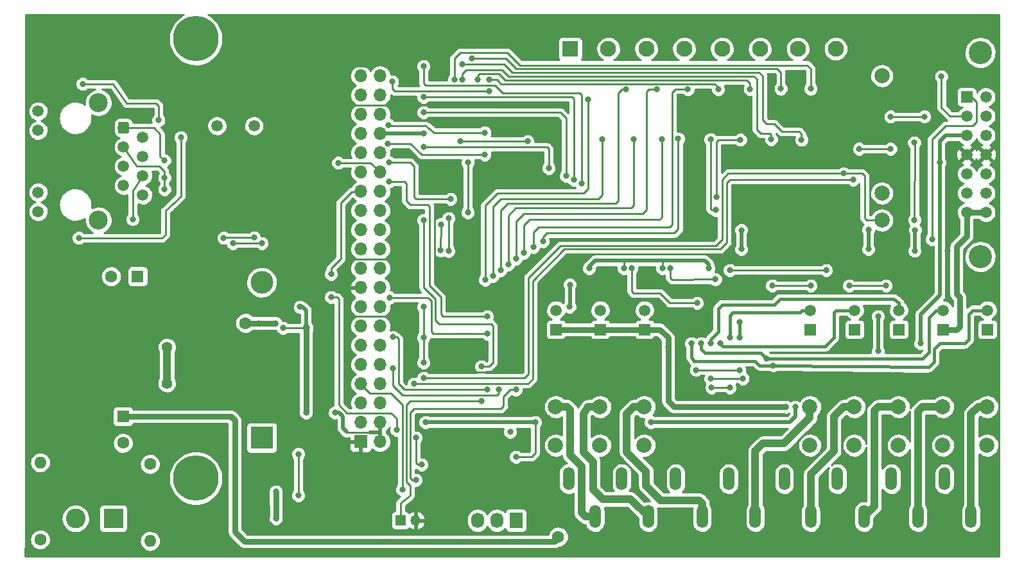
<source format=gbr>
G04 #@! TF.GenerationSoftware,KiCad,Pcbnew,5.99.0-unknown-c3175b4~86~ubuntu16.04.1*
G04 #@! TF.CreationDate,2019-12-02T17:49:06+01:00*
G04 #@! TF.ProjectId,OpenPLC,4f70656e-504c-4432-9e6b-696361645f70,0.01*
G04 #@! TF.SameCoordinates,Original*
G04 #@! TF.FileFunction,Copper,L2,Bot*
G04 #@! TF.FilePolarity,Positive*
%FSLAX46Y46*%
G04 Gerber Fmt 4.6, Leading zero omitted, Abs format (unit mm)*
G04 Created by KiCad (PCBNEW 5.99.0-unknown-c3175b4~86~ubuntu16.04.1) date 2019-12-02 17:49:06*
%MOMM*%
%LPD*%
G04 APERTURE LIST*
%ADD10C,1.600000*%
%ADD11R,1.600000X1.600000*%
%ADD12C,2.100000*%
%ADD13R,2.100000X2.100000*%
%ADD14O,1.350000X1.350000*%
%ADD15R,1.350000X1.350000*%
%ADD16O,1.508000X3.016000*%
%ADD17C,6.000000*%
%ADD18O,1.700000X1.700000*%
%ADD19R,1.700000X1.700000*%
%ADD20C,2.000000*%
%ADD21C,0.100000*%
%ADD22C,1.500000*%
%ADD23C,2.500000*%
%ADD24C,2.600000*%
%ADD25R,2.600000X2.600000*%
%ADD26R,3.000000X3.000000*%
%ADD27C,3.000000*%
%ADD28O,1.600000X1.600000*%
%ADD29C,1.520000*%
%ADD30R,1.520000X1.520000*%
%ADD31C,3.050000*%
%ADD32O,1.730000X2.030000*%
%ADD33R,1.730000X2.030000*%
%ADD34C,0.800000*%
%ADD35C,1.400000*%
%ADD36C,1.000000*%
%ADD37C,0.750000*%
%ADD38C,0.450000*%
%ADD39C,0.500000*%
%ADD40C,0.250000*%
%ADD41C,1.000000*%
%ADD42C,0.254000*%
G04 APERTURE END LIST*
D10*
X104394000Y-122626000D03*
D11*
X104394000Y-119126000D03*
D12*
X198385500Y-70612000D03*
X193385500Y-70612000D03*
X188385500Y-70612000D03*
X183385500Y-70612000D03*
X178385500Y-70612000D03*
X173385500Y-70612000D03*
X168385500Y-70612000D03*
D13*
X163385500Y-70612000D03*
D14*
X142970000Y-132842000D03*
D15*
X140970000Y-132842000D03*
D16*
X195088000Y-132364000D03*
X198588000Y-127364000D03*
X205710400Y-127364000D03*
X191588000Y-127364000D03*
X209210400Y-132364000D03*
X216210400Y-132364000D03*
X202088000Y-132364000D03*
X212710400Y-127364000D03*
X187762400Y-132364000D03*
X180762400Y-132364000D03*
X184262400Y-127364000D03*
X177262400Y-127364000D03*
X163140000Y-127364000D03*
X166640000Y-132364000D03*
X170140000Y-127364000D03*
X173640000Y-132364000D03*
D10*
X102820000Y-100640000D03*
D11*
X106320000Y-100640000D03*
D17*
X113990000Y-69286000D03*
D18*
X138280000Y-122446000D03*
D19*
X135740000Y-122446000D03*
D18*
X138280000Y-119906000D03*
X135740000Y-119906000D03*
X138280000Y-117366000D03*
X135740000Y-117366000D03*
X138280000Y-114826000D03*
X135740000Y-114826000D03*
X138280000Y-112286000D03*
X135740000Y-112286000D03*
X138280000Y-109746000D03*
X135740000Y-109746000D03*
X138280000Y-107206000D03*
X135740000Y-107206000D03*
X138280000Y-104666000D03*
X135740000Y-104666000D03*
X138280000Y-102126000D03*
X135740000Y-102126000D03*
X138280000Y-99586000D03*
X135740000Y-99586000D03*
X138280000Y-97046000D03*
X135740000Y-97046000D03*
X138280000Y-94506000D03*
X135740000Y-94506000D03*
X138280000Y-91966000D03*
X135740000Y-91966000D03*
X138280000Y-89426000D03*
X135740000Y-89426000D03*
X138280000Y-86886000D03*
X135740000Y-86886000D03*
X138280000Y-84346000D03*
X135740000Y-84346000D03*
X138280000Y-81806000D03*
X135740000Y-81806000D03*
X138280000Y-79266000D03*
X135740000Y-79266000D03*
X138280000Y-76726000D03*
X135740000Y-76726000D03*
X138280000Y-74186000D03*
X135740000Y-74186000D03*
D17*
X113990000Y-127286000D03*
D20*
X204470000Y-74168000D03*
X204470000Y-89662000D03*
X204470000Y-93218000D03*
D21*
G36*
X105052862Y-80295068D02*
G01*
X105134130Y-80349370D01*
X105188432Y-80430638D01*
X105207500Y-80526500D01*
X105207500Y-81525500D01*
X105188432Y-81621362D01*
X105134130Y-81702630D01*
X105052862Y-81756932D01*
X104957000Y-81776000D01*
X103958000Y-81776000D01*
X103862138Y-81756932D01*
X103780870Y-81702630D01*
X103726568Y-81621362D01*
X103707500Y-81525500D01*
X103707500Y-80526500D01*
X103726568Y-80430638D01*
X103780870Y-80349370D01*
X103862138Y-80295068D01*
X103958000Y-80276000D01*
X104957000Y-80276000D01*
X105052862Y-80295068D01*
X105052862Y-80295068D01*
G37*
D22*
X104457500Y-81026000D03*
X106997500Y-82286000D03*
X104457500Y-83566000D03*
X106997500Y-84826000D03*
X104457500Y-86106000D03*
X106997500Y-87366000D03*
X104457500Y-88646000D03*
D23*
X101147500Y-77721000D03*
D22*
X106997500Y-89906000D03*
D23*
X101147500Y-93211000D03*
D22*
X93197500Y-78841000D03*
X93197500Y-81381000D03*
X93197500Y-92091000D03*
X93197500Y-89551000D03*
D24*
X98124000Y-132588000D03*
D25*
X103124000Y-132588000D03*
D26*
X122682000Y-121920000D03*
D27*
X122682000Y-101430000D03*
D22*
X116786000Y-80772000D03*
X121666000Y-80772000D03*
D28*
X107950000Y-135572500D03*
D10*
X107950000Y-125412500D03*
D28*
X93472000Y-125222000D03*
D10*
X93472000Y-135382000D03*
D29*
X218389200Y-105105200D03*
D20*
X218338400Y-122936000D03*
X218338400Y-117856000D03*
D30*
X218389200Y-107645200D03*
D29*
X212547200Y-105105200D03*
D20*
X212496400Y-122936000D03*
X212496400Y-117856000D03*
D30*
X212547200Y-107645200D03*
D29*
X206705200Y-105105200D03*
D20*
X206654400Y-122936000D03*
X206654400Y-117856000D03*
D30*
X206705200Y-107645200D03*
D29*
X200863200Y-105105200D03*
D20*
X200812400Y-122936000D03*
X200812400Y-117856000D03*
D30*
X200863200Y-107645200D03*
D29*
X195021200Y-105105200D03*
D20*
X194970400Y-122936000D03*
X194970400Y-117856000D03*
D30*
X195021200Y-107645200D03*
D29*
X173177200Y-105105200D03*
D20*
X173126400Y-122936000D03*
X173126400Y-117856000D03*
D30*
X173177200Y-107645200D03*
D29*
X167335200Y-105105200D03*
D20*
X167284400Y-122936000D03*
X167284400Y-117856000D03*
D30*
X167335200Y-107645200D03*
D29*
X161493200Y-105105200D03*
D20*
X161442400Y-122936000D03*
X161442400Y-117856000D03*
D30*
X161493200Y-107645200D03*
D31*
X217424000Y-98044000D03*
X217424000Y-71124000D03*
D30*
X215644000Y-76964000D03*
D29*
X218184000Y-76964000D03*
X215644000Y-79504000D03*
X218184000Y-79504000D03*
X215644000Y-82044000D03*
X218184000Y-84584000D03*
X215644000Y-84584000D03*
X218184000Y-82044000D03*
X215644000Y-87124000D03*
X218184000Y-87124000D03*
X215644000Y-89664000D03*
X218184000Y-89664000D03*
X215644000Y-92204000D03*
X218184000Y-92204000D03*
D32*
X151130000Y-132842000D03*
X153670000Y-132842000D03*
D33*
X156210000Y-132842000D03*
D34*
X206756000Y-110490000D03*
X121666000Y-124714000D03*
X213103849Y-97279849D03*
X199644000Y-85090000D03*
X206756000Y-113792000D03*
X190119000Y-112395000D03*
X189230000Y-111506000D03*
X144272000Y-119888000D03*
X193040000Y-117856000D03*
X191770000Y-117856000D03*
X202692000Y-97028000D03*
X202692000Y-94488000D03*
X173990000Y-119888000D03*
X208788000Y-97270000D03*
X210841156Y-97260844D03*
X209550000Y-109474000D03*
X211074000Y-95758000D03*
X122682000Y-96266000D03*
X118872000Y-96266000D03*
X117664743Y-95566743D03*
X121666000Y-95504000D03*
X136144000Y-130556000D03*
D35*
X110190000Y-109980000D03*
D10*
X161780000Y-135010000D03*
D34*
X186108804Y-114131196D03*
X181880000Y-114130000D03*
X179959000Y-112981000D03*
X185674000Y-113010000D03*
X182000000Y-115310000D03*
X184404000Y-115316000D03*
X180086000Y-104140000D03*
X164338000Y-109220000D03*
X203962000Y-105918000D03*
X155448000Y-106934000D03*
X120904000Y-83312000D03*
X155448000Y-112014000D03*
X155448000Y-109474000D03*
X155448000Y-104394000D03*
X157734000Y-82804000D03*
X160528000Y-86360000D03*
X155448000Y-77978000D03*
X132334000Y-121158000D03*
X132334000Y-123698000D03*
X117348000Y-82550000D03*
X150368000Y-71882000D03*
X148082000Y-74676000D03*
X144018000Y-112014000D03*
X144018000Y-104648000D03*
X144018000Y-108712000D03*
X149860000Y-92202000D03*
X147574000Y-90424000D03*
X182626000Y-90170000D03*
X191135000Y-75882500D03*
X144018000Y-93218000D03*
X147320000Y-97282000D03*
X147320000Y-92964000D03*
X148844000Y-82804000D03*
X185801000Y-82613500D03*
X152654000Y-74676000D03*
X181864000Y-82550000D03*
X149860000Y-85598000D03*
X151130000Y-74676000D03*
X152060000Y-84580000D03*
X182880000Y-75946000D03*
X187071000Y-75946000D03*
X195072000Y-75882500D03*
X152070000Y-81660000D03*
X152654000Y-76200000D03*
X149098000Y-74676000D03*
X149098000Y-72644000D03*
X189865000Y-82550000D03*
X193865500Y-82613500D03*
X176276000Y-109982000D03*
X144018000Y-83566000D03*
X163830000Y-87884000D03*
X144018000Y-78994000D03*
X144018000Y-76962000D03*
X164846000Y-88392000D03*
X162814000Y-87376000D03*
X167576500Y-82550000D03*
X170751500Y-75946000D03*
X152146000Y-101092000D03*
X153162000Y-100584000D03*
X154178000Y-99822000D03*
X171767500Y-82550000D03*
X155194000Y-99060000D03*
X174815500Y-75946000D03*
X156210000Y-98298000D03*
X175450500Y-82550000D03*
X157226000Y-97536000D03*
X178879500Y-75946000D03*
X158496000Y-96774000D03*
X177609500Y-82486500D03*
X159766000Y-96012000D03*
X185674000Y-106680000D03*
X185674000Y-108712000D03*
X180594000Y-109474000D03*
X179324000Y-109474000D03*
X183134000Y-109474000D03*
X184404000Y-108712000D03*
X184404000Y-99822000D03*
X197104000Y-99822000D03*
X176530000Y-99568000D03*
X171450000Y-99568000D03*
X139446000Y-88138000D03*
X139446000Y-85598000D03*
X152400000Y-108204000D03*
X152400000Y-105918000D03*
X185928000Y-97028000D03*
X185928000Y-94551500D03*
X131826000Y-100330000D03*
X131826000Y-103378000D03*
X139954000Y-112776000D03*
X199390000Y-87056000D03*
X128524000Y-118618000D03*
X200660000Y-87884000D03*
X204978000Y-101854000D03*
X200152000Y-101854000D03*
X195072000Y-101854000D03*
X189992000Y-101854000D03*
X165862000Y-99568000D03*
X170434000Y-99568000D03*
X175514000Y-99568000D03*
X142748000Y-114808000D03*
X144018000Y-114046000D03*
X181610000Y-99568000D03*
X205613000Y-79565500D03*
X182562500Y-91884500D03*
X129286000Y-91948000D03*
X144018000Y-81788000D03*
X105664000Y-93091000D03*
X103505000Y-73723500D03*
X126174500Y-85280500D03*
X109855000Y-89154000D03*
X109855000Y-87630000D03*
X112014000Y-82296000D03*
X109855000Y-85344000D03*
X111442500Y-91948000D03*
X98552000Y-95567500D03*
X99060000Y-75247500D03*
X181864000Y-109474000D03*
X139890500Y-74930000D03*
X139382500Y-80645000D03*
X139954000Y-108648500D03*
X132778500Y-85661500D03*
X144018000Y-72898000D03*
X132334000Y-118618000D03*
X182499000Y-101028500D03*
X165735000Y-77279500D03*
X139319000Y-83121500D03*
X212090000Y-85598000D03*
D36*
X128524000Y-107442000D03*
D34*
X125476000Y-107442000D03*
D10*
X120530000Y-106800000D03*
D34*
X122308000Y-106800000D03*
X124490000Y-106800000D03*
X127730000Y-104680000D03*
D35*
X110170000Y-114760000D03*
D34*
X124540000Y-129032000D03*
X124560000Y-132588000D03*
X146280000Y-97220000D03*
X146300000Y-93760000D03*
X155430000Y-85460000D03*
X155448000Y-80302000D03*
X114870000Y-84710000D03*
X109070000Y-80040000D03*
X212290000Y-74260000D03*
X210060000Y-79550000D03*
X208730000Y-82970000D03*
X208760000Y-93200000D03*
X208840000Y-94530000D03*
X201480000Y-83810000D03*
X205600000Y-83810000D03*
X163310000Y-101740000D03*
X163280000Y-104650000D03*
X139573000Y-103441500D03*
X151638000Y-112522000D03*
X155448000Y-121158000D03*
X156210000Y-124460000D03*
X203962000Y-110490000D03*
X164338000Y-105664000D03*
X158750000Y-119888000D03*
X152400000Y-115570000D03*
X153924000Y-115570000D03*
X156210000Y-115570000D03*
X151638000Y-117094000D03*
X127508000Y-124079000D03*
X127508000Y-129540000D03*
X151780000Y-124602000D03*
X140462000Y-120904000D03*
X141224000Y-128778000D03*
X143002000Y-127508000D03*
X143002000Y-121920000D03*
X143764000Y-125476000D03*
D37*
X104394000Y-119126000D02*
X118618000Y-119126000D01*
X118618000Y-119126000D02*
X119126000Y-119634000D01*
X118745000Y-119253000D02*
X119126000Y-119634000D01*
D38*
X190119000Y-112395000D02*
X210646346Y-112602346D01*
X211328000Y-110236000D02*
X211328000Y-111920692D01*
X211328000Y-111920692D02*
X210646346Y-112602346D01*
X212090000Y-109474000D02*
X211328000Y-110236000D01*
X215392000Y-109474000D02*
X212090000Y-109474000D01*
X215900000Y-108966000D02*
X215392000Y-109474000D01*
X215900000Y-105664000D02*
X215900000Y-108458000D01*
X215900000Y-108458000D02*
X215900000Y-108966000D01*
X188341000Y-112395000D02*
X187769500Y-111823500D01*
X187769500Y-111823500D02*
X187515500Y-111823500D01*
X190119000Y-112395000D02*
X188341000Y-112395000D01*
X187515500Y-111823500D02*
X179705000Y-111823500D01*
X181102000Y-110744000D02*
X188468000Y-110744000D01*
X188468000Y-110744000D02*
X189230000Y-111506000D01*
X191516000Y-111506000D02*
X189230000Y-111506000D01*
X209804000Y-111506000D02*
X191516000Y-111506000D01*
X210640000Y-110670000D02*
X209804000Y-111506000D01*
X210640000Y-110198000D02*
X210640000Y-110670000D01*
D39*
X212090000Y-85598000D02*
X212090000Y-103124000D01*
X212090000Y-103124000D02*
X209550000Y-105664000D01*
X209550000Y-105664000D02*
X209550000Y-109474000D01*
X144272000Y-119888000D02*
X158750000Y-119888000D01*
D40*
X193294000Y-122428000D02*
X194564000Y-121158000D01*
D39*
X193040000Y-119126000D02*
X193040000Y-117856000D01*
X192278000Y-119888000D02*
X193040000Y-119126000D01*
X191516000Y-119888000D02*
X192278000Y-119888000D01*
D37*
X175209200Y-107645200D02*
X173177200Y-107645200D01*
X176276000Y-117094000D02*
X176276000Y-108712000D01*
X176276000Y-108712000D02*
X175209200Y-107645200D01*
X177038000Y-117856000D02*
X176276000Y-117094000D01*
X191770000Y-117856000D02*
X177038000Y-117856000D01*
D39*
X173990000Y-119888000D02*
X191516000Y-119888000D01*
X202692000Y-94488000D02*
X202692000Y-97028000D01*
D40*
X158950000Y-114540000D02*
X158970000Y-114520000D01*
D39*
X208840000Y-94530000D02*
X208840000Y-97218000D01*
D40*
X208840000Y-97218000D02*
X208788000Y-97270000D01*
X211074000Y-95758000D02*
X211074000Y-82550000D01*
X118872000Y-96266000D02*
X122682000Y-96266000D01*
X121666000Y-95504000D02*
X117727486Y-95504000D01*
X117727486Y-95504000D02*
X117664743Y-95566743D01*
D37*
X124540000Y-129032000D02*
X124560000Y-132588000D01*
D40*
X173990000Y-102870000D02*
X175230000Y-102870000D01*
X175230000Y-102870000D02*
X176500000Y-104140000D01*
X176500000Y-104140000D02*
X180086000Y-104140000D01*
D41*
X110190000Y-109980000D02*
X110170000Y-114760000D01*
D40*
X186108804Y-114131196D02*
X181880000Y-114130000D01*
X185674000Y-113010000D02*
X179959000Y-112981000D01*
X184404000Y-115316000D02*
X182006000Y-115316000D01*
X182006000Y-115316000D02*
X182000000Y-115310000D01*
D39*
X166624000Y-98552000D02*
X170434000Y-98552000D01*
X165862000Y-99314000D02*
X166624000Y-98552000D01*
X165862000Y-99568000D02*
X165862000Y-99314000D01*
D40*
X202184000Y-92964000D02*
X202438000Y-93218000D01*
X202438000Y-93218000D02*
X204470000Y-93218000D01*
X202184000Y-87376000D02*
X202184000Y-92964000D01*
X201864000Y-87056000D02*
X202184000Y-87376000D01*
X201422000Y-87056000D02*
X201864000Y-87056000D01*
D41*
X163830000Y-124714000D02*
X163322000Y-124206000D01*
X163322000Y-124206000D02*
X163322000Y-118237000D01*
X163322000Y-118237000D02*
X162941000Y-117856000D01*
X164846000Y-131826000D02*
X165384000Y-132364000D01*
X165384000Y-132364000D02*
X166640000Y-132364000D01*
X164846000Y-125730000D02*
X164846000Y-131826000D01*
X163830000Y-124714000D02*
X164846000Y-125730000D01*
D40*
X163830000Y-124460000D02*
X163830000Y-124714000D01*
X164592000Y-76454000D02*
X164846000Y-76708000D01*
X154432000Y-76454000D02*
X164592000Y-76454000D01*
X146050000Y-75438000D02*
X153416000Y-75438000D01*
X153416000Y-75438000D02*
X154432000Y-76454000D01*
X164846000Y-76708000D02*
X164846000Y-87630000D01*
X164846000Y-87630000D02*
X164846000Y-88392000D01*
X149860000Y-92202000D02*
X149860000Y-87884000D01*
X149860000Y-87884000D02*
X149860000Y-85598000D01*
X142748000Y-90170000D02*
X142748000Y-87376000D01*
X143002000Y-90424000D02*
X142748000Y-90170000D01*
X147574000Y-90424000D02*
X143002000Y-90424000D01*
X160274000Y-83566000D02*
X144018000Y-83566000D01*
X160528000Y-83820000D02*
X160274000Y-83566000D01*
X160528000Y-85090000D02*
X160528000Y-84836000D01*
X160528000Y-86360000D02*
X160528000Y-85090000D01*
X160528000Y-85090000D02*
X160528000Y-83820000D01*
D39*
X185928000Y-94551500D02*
X185928000Y-97028000D01*
D40*
X169672000Y-90678000D02*
X169354500Y-90995500D01*
X170751500Y-75946000D02*
X170185815Y-75946000D01*
X169672000Y-76454000D02*
X169672000Y-90678000D01*
X169799000Y-76327000D02*
X169672000Y-76454000D01*
X169804815Y-76327000D02*
X169799000Y-76327000D01*
X169354500Y-90995500D02*
X155130500Y-90995500D01*
X170185815Y-75946000D02*
X169804815Y-76327000D01*
X155130500Y-90995500D02*
X154178000Y-91948000D01*
X154178000Y-91948000D02*
X154178000Y-99822000D01*
X177609500Y-82486500D02*
X177609500Y-94435520D01*
X177609500Y-94435520D02*
X177107010Y-94938010D01*
X177107010Y-94938010D02*
X160274305Y-94938010D01*
X160274305Y-94938010D02*
X159766000Y-95446315D01*
X159766000Y-95446315D02*
X159766000Y-96012000D01*
X176784000Y-76390500D02*
X177228500Y-75946000D01*
X176784000Y-93789500D02*
X176784000Y-76390500D01*
X158496000Y-96774000D02*
X158496000Y-94805500D01*
X176466500Y-94107000D02*
X176784000Y-93789500D01*
X159194500Y-94107000D02*
X176466500Y-94107000D01*
X158496000Y-94805500D02*
X159194500Y-94107000D01*
X177228500Y-75946000D02*
X178879500Y-75946000D01*
X157226000Y-97536000D02*
X157226000Y-93916500D01*
X157226000Y-93916500D02*
X157988000Y-93154500D01*
X157988000Y-93154500D02*
X175133000Y-93154500D01*
X175133000Y-93154500D02*
X175450500Y-92837000D01*
X175450500Y-92837000D02*
X175450500Y-82550000D01*
X155194000Y-99060000D02*
X155194000Y-92583000D01*
X155194000Y-92583000D02*
X156146500Y-91630500D01*
X156146500Y-91630500D02*
X171386500Y-91630500D01*
X171386500Y-91630500D02*
X171767500Y-91249500D01*
X171767500Y-91249500D02*
X171767500Y-82550000D01*
X183388000Y-87884000D02*
X184216000Y-87056000D01*
X183388000Y-95758000D02*
X183388000Y-87884000D01*
X182568010Y-96577990D02*
X183388000Y-95758000D01*
X162057510Y-96577990D02*
X182568010Y-96577990D01*
X158242000Y-100393500D02*
X162057510Y-96577990D01*
X184216000Y-87056000D02*
X201422000Y-87056000D01*
X167576500Y-89916000D02*
X167068500Y-90424000D01*
X167576500Y-82550000D02*
X167576500Y-89916000D01*
X167068500Y-90424000D02*
X154178000Y-90424000D01*
X154178000Y-90424000D02*
X153162000Y-91440000D01*
X153162000Y-91440000D02*
X153162000Y-100584000D01*
X191135000Y-73723500D02*
X190627000Y-73215500D01*
X191135000Y-75882500D02*
X191135000Y-73723500D01*
X190627000Y-73215500D02*
X156273500Y-73215500D01*
X156273500Y-73215500D02*
X154876500Y-71882000D01*
X154876500Y-71882000D02*
X150368000Y-71882000D01*
X189230000Y-80518000D02*
X188722000Y-80010000D01*
X191262000Y-81534000D02*
X190246000Y-80518000D01*
X190246000Y-80518000D02*
X189230000Y-80518000D01*
X193548000Y-81534000D02*
X191262000Y-81534000D01*
X193865500Y-82613500D02*
X193865500Y-81851500D01*
X193865500Y-81851500D02*
X193548000Y-81534000D01*
X188722000Y-80010000D02*
X188722000Y-74168000D01*
X188722000Y-74168000D02*
X188277500Y-73723500D01*
X188277500Y-73723500D02*
X155765500Y-73723500D01*
X155765500Y-73723500D02*
X154622500Y-72644000D01*
X154622500Y-72644000D02*
X149098000Y-72644000D01*
X187960000Y-74612500D02*
X187579000Y-74231500D01*
X187960000Y-81280000D02*
X187960000Y-74612500D01*
X188468000Y-81788000D02*
X187960000Y-81280000D01*
X189668685Y-81788000D02*
X188468000Y-81788000D01*
X189865000Y-82550000D02*
X189865000Y-81984315D01*
X149098000Y-73914000D02*
X149098000Y-74676000D01*
X189865000Y-81984315D02*
X189668685Y-81788000D01*
X187579000Y-74231500D02*
X155257500Y-74231500D01*
X155257500Y-74231500D02*
X154368500Y-73406000D01*
X154368500Y-73406000D02*
X149606000Y-73406000D01*
X149606000Y-73406000D02*
X149098000Y-73914000D01*
X151384000Y-73914000D02*
X151130000Y-74168000D01*
X153987500Y-73914000D02*
X151384000Y-73914000D01*
X154813000Y-74739500D02*
X153987500Y-73914000D01*
X151130000Y-74168000D02*
X151130000Y-74676000D01*
X186626500Y-74739500D02*
X154813000Y-74739500D01*
X187071000Y-75184000D02*
X186626500Y-74739500D01*
X187071000Y-75946000D02*
X187071000Y-75184000D01*
X154214999Y-75220999D02*
X153924000Y-74930000D01*
X182626000Y-82867500D02*
X182626000Y-90170000D01*
X185801000Y-82613500D02*
X182880000Y-82613500D01*
X182880000Y-82613500D02*
X182626000Y-82867500D01*
X181864000Y-91440000D02*
X181864000Y-82550000D01*
D41*
X188785500Y-122682000D02*
X187762400Y-123705100D01*
X187762400Y-123705100D02*
X187762400Y-132364000D01*
X191579500Y-122682000D02*
X188785500Y-122682000D01*
X193336613Y-120924887D02*
X191579500Y-122682000D01*
D40*
X193336613Y-120904000D02*
X193336613Y-120924887D01*
D37*
X166640000Y-131610000D02*
X166640000Y-132364000D01*
D41*
X199398187Y-117856000D02*
X198120000Y-119134187D01*
X200812400Y-117856000D02*
X199398187Y-117856000D01*
X198120000Y-119134187D02*
X198120000Y-123698000D01*
X198120000Y-123698000D02*
X195088000Y-126746000D01*
X195088000Y-126746000D02*
X195088000Y-132364000D01*
X180762400Y-130597400D02*
X180340000Y-130175000D01*
X180762400Y-132364000D02*
X180762400Y-130597400D01*
X175260000Y-130175000D02*
X180340000Y-130175000D01*
X173355000Y-128270000D02*
X175260000Y-130175000D01*
X173355000Y-126365000D02*
X173355000Y-128270000D01*
X170815000Y-123825000D02*
X173355000Y-126365000D01*
X170815000Y-118753187D02*
X170815000Y-123825000D01*
X171712187Y-117856000D02*
X170815000Y-118753187D01*
X173126400Y-117856000D02*
X171712187Y-117856000D01*
X165100000Y-123825000D02*
X165100000Y-118745000D01*
X166370000Y-125095000D02*
X165100000Y-123825000D01*
X166370000Y-128778000D02*
X166370000Y-125095000D01*
X167640000Y-130048000D02*
X166370000Y-128778000D01*
X173640000Y-132364000D02*
X171324000Y-130048000D01*
X171324000Y-130048000D02*
X167640000Y-130048000D01*
X165100000Y-118745000D02*
X165735000Y-117856000D01*
X165735000Y-117856000D02*
X167284400Y-117856000D01*
X161442400Y-117856000D02*
X162941000Y-117856000D01*
X194970400Y-117856000D02*
X194970400Y-119270213D01*
X194970400Y-119270213D02*
X193336613Y-120904000D01*
D40*
X193336613Y-120904000D02*
X193294000Y-120904000D01*
X157734000Y-82804000D02*
X148844000Y-82804000D01*
D37*
X161493200Y-107645200D02*
X167335200Y-107645200D01*
X173177200Y-107645200D02*
X167335200Y-107645200D01*
D40*
X153924000Y-74930000D02*
X153670000Y-74676000D01*
X153670000Y-74676000D02*
X152654000Y-74676000D01*
X145034000Y-78994000D02*
X144272000Y-78994000D01*
X144018000Y-78994000D02*
X145034000Y-78994000D01*
X144018000Y-76962000D02*
X144272000Y-76962000D01*
X145796000Y-75438000D02*
X146050000Y-75438000D01*
X163830000Y-87630000D02*
X163830000Y-87376000D01*
X163830000Y-87376000D02*
X163830000Y-77216000D01*
X163830000Y-87884000D02*
X163830000Y-87376000D01*
X147320000Y-97282000D02*
X147320000Y-92964000D01*
X144272000Y-76962000D02*
X158242000Y-76962000D01*
X158242000Y-76962000D02*
X158496000Y-76962000D01*
X163830000Y-77216000D02*
X163576000Y-76962000D01*
X163576000Y-76962000D02*
X158242000Y-76962000D01*
D41*
X203454000Y-118364000D02*
X203454000Y-130998000D01*
X203454000Y-130998000D02*
X202088000Y-132364000D01*
X203962000Y-117856000D02*
X203454000Y-118364000D01*
X206654400Y-117856000D02*
X203962000Y-117856000D01*
X209804000Y-117856000D02*
X209210400Y-118449600D01*
X209210400Y-118449600D02*
X209210400Y-132364000D01*
X212496400Y-117856000D02*
X209804000Y-117856000D01*
X217170000Y-117856000D02*
X216210400Y-118815600D01*
X216210400Y-118815600D02*
X216210400Y-132364000D01*
X218338400Y-117856000D02*
X217170000Y-117856000D01*
D38*
X185674000Y-108712000D02*
X185674000Y-106680000D01*
D40*
X171704000Y-102870000D02*
X173990000Y-102870000D01*
X173990000Y-102870000D02*
X174244000Y-102870000D01*
D38*
X184404000Y-106680000D02*
X184404000Y-108712000D01*
X180594000Y-110236000D02*
X181102000Y-110744000D01*
D40*
X184404000Y-99822000D02*
X197104000Y-99822000D01*
X171450000Y-102616000D02*
X171704000Y-102870000D01*
X171450000Y-99568000D02*
X171450000Y-102616000D01*
X131826000Y-100330000D02*
X131826000Y-99822000D01*
X131826000Y-100076000D02*
X131826000Y-99822000D01*
X204978000Y-101854000D02*
X200152000Y-101854000D01*
X195072000Y-101854000D02*
X189992000Y-101854000D01*
X144018000Y-114046000D02*
X144272000Y-114046000D01*
X144018000Y-112014000D02*
X144018000Y-111252000D01*
X144018000Y-111252000D02*
X144018000Y-111760000D01*
X144018000Y-108712000D02*
X144018000Y-111252000D01*
X175514000Y-99568000D02*
X175514000Y-98552000D01*
X170434000Y-99568000D02*
X170434000Y-98552000D01*
D39*
X170434000Y-98552000D02*
X175514000Y-98552000D01*
X181610000Y-99060000D02*
X181102000Y-98552000D01*
X181610000Y-99568000D02*
X181610000Y-99060000D01*
X175514000Y-98552000D02*
X181102000Y-98552000D01*
D40*
X144018000Y-114046000D02*
X150368000Y-114046000D01*
X150368000Y-114046000D02*
X153162000Y-114046000D01*
X150114000Y-114046000D02*
X150368000Y-114046000D01*
D38*
X193946398Y-105105200D02*
X193641598Y-105410000D01*
X195021200Y-105105200D02*
X193946398Y-105105200D01*
X184785000Y-105410000D02*
X184404000Y-105791000D01*
X193641598Y-105410000D02*
X184785000Y-105410000D01*
X184404000Y-106680000D02*
X184404000Y-105791000D01*
X198424800Y-105105200D02*
X200863200Y-105105200D01*
X198120000Y-105410000D02*
X198424800Y-105105200D01*
X198120000Y-108712000D02*
X198120000Y-105410000D01*
X196977000Y-109855000D02*
X198120000Y-108712000D01*
X183134000Y-109474000D02*
X183515000Y-109855000D01*
X183515000Y-109855000D02*
X196977000Y-109855000D01*
X179324000Y-109982000D02*
X179324000Y-109474000D01*
X179324000Y-111296500D02*
X179324000Y-109982000D01*
X179705000Y-111823500D02*
X179324000Y-111296500D01*
X180594000Y-109474000D02*
X180594000Y-110236000D01*
X218389200Y-105105200D02*
X216458800Y-105105200D01*
X216458800Y-105105200D02*
X215900000Y-105664000D01*
D40*
X134112000Y-72644000D02*
X134874000Y-72644000D01*
X134874000Y-72644000D02*
X135128000Y-72898000D01*
X135128000Y-72898000D02*
X136398000Y-72898000D01*
X215646000Y-76962000D02*
X215644000Y-76964000D01*
X218182000Y-76962000D02*
X218184000Y-76964000D01*
X162052000Y-78994000D02*
X145034000Y-78994000D01*
X162814000Y-79756000D02*
X162052000Y-78994000D01*
X162814000Y-87376000D02*
X162814000Y-79756000D01*
X195072000Y-73215500D02*
X195072000Y-75882500D01*
X194621991Y-72765491D02*
X195072000Y-73215500D01*
X156712490Y-72765490D02*
X194621991Y-72765491D01*
X148082000Y-74676000D02*
X148082000Y-71882000D01*
X148082000Y-71882000D02*
X148844000Y-71120000D01*
X148844000Y-71120000D02*
X155067000Y-71120000D01*
X155067000Y-71120000D02*
X156712490Y-72765490D01*
D37*
X128524000Y-118618000D02*
X128524000Y-110998000D01*
D40*
X141732000Y-90678000D02*
X142240000Y-91186000D01*
X141732000Y-89408000D02*
X141732000Y-90678000D01*
X142240000Y-91186000D02*
X144526000Y-91186000D01*
X144526000Y-91186000D02*
X144780000Y-91440000D01*
X144018000Y-108712000D02*
X144018000Y-104648000D01*
X144018000Y-93218000D02*
X144018000Y-102108000D01*
X105664000Y-89344500D02*
X106997500Y-87366000D01*
X105664000Y-93091000D02*
X105664000Y-89344500D01*
X109855000Y-87630000D02*
X109855000Y-89154000D01*
X106235500Y-86106000D02*
X104457500Y-83566000D01*
X109156500Y-86106000D02*
X106235500Y-86106000D01*
X109855000Y-87630000D02*
X109855000Y-86804500D01*
X109855000Y-86804500D02*
X109156500Y-86106000D01*
X109855000Y-85344000D02*
X109283500Y-84836000D01*
X109283500Y-84836000D02*
X109283500Y-81851500D01*
X109283500Y-81851500D02*
X108458000Y-81026000D01*
X108458000Y-81026000D02*
X105307500Y-81026000D01*
X105307500Y-81026000D02*
X104457500Y-81026000D01*
X112014000Y-90043000D02*
X112014000Y-82296000D01*
X109982000Y-91948000D02*
X112014000Y-90043000D01*
X109982000Y-95123000D02*
X109982000Y-91948000D01*
X98552000Y-95567500D02*
X109537500Y-95567500D01*
X109537500Y-95567500D02*
X109982000Y-95123000D01*
D38*
X205994000Y-103632000D02*
X191008000Y-103632000D01*
X183388000Y-104394000D02*
X182880000Y-104902000D01*
X182880000Y-104902000D02*
X182880000Y-107950000D01*
X182880000Y-107950000D02*
X181864000Y-108966000D01*
X190246000Y-104394000D02*
X183388000Y-104394000D01*
X191008000Y-103632000D02*
X190246000Y-104394000D01*
X181864000Y-108966000D02*
X181864000Y-109474000D01*
X205994000Y-103632000D02*
X206705200Y-104140000D01*
X206705200Y-104140000D02*
X206705200Y-105105200D01*
D40*
X181229000Y-97726500D02*
X175323500Y-97726500D01*
X175323500Y-97726500D02*
X166370000Y-97726500D01*
X140208000Y-76200000D02*
X152654000Y-76200000D01*
X139890500Y-74930000D02*
X139890500Y-75882500D01*
X139890500Y-75882500D02*
X140208000Y-76200000D01*
X144272000Y-75438000D02*
X146050000Y-75438000D01*
X144018000Y-75184000D02*
X144208500Y-75374500D01*
X144018000Y-72898000D02*
X144018000Y-75184000D01*
X144208500Y-75374500D02*
X144272000Y-75438000D01*
D39*
X132334000Y-118618000D02*
X132842000Y-118618000D01*
X132842000Y-118618000D02*
X133350000Y-119126000D01*
X133350000Y-120650000D02*
X133858000Y-121158000D01*
X133350000Y-119126000D02*
X133350000Y-120650000D01*
D40*
X176530000Y-100838000D02*
X176530000Y-99568000D01*
X176784000Y-101092000D02*
X176530000Y-100838000D01*
X182499000Y-101028500D02*
X176784000Y-101092000D01*
X219900500Y-118110000D02*
X219900500Y-117538500D01*
X181864000Y-91751685D02*
X181864000Y-91440000D01*
X181996815Y-91884500D02*
X181864000Y-91751685D01*
X182562500Y-91884500D02*
X181996815Y-91884500D01*
X156210000Y-93408500D02*
X157289500Y-92329000D01*
X173736000Y-75946000D02*
X174815500Y-75946000D01*
X156210000Y-98298000D02*
X156210000Y-93408500D01*
X157289500Y-92329000D02*
X172910500Y-92329000D01*
X172910500Y-92329000D02*
X173420507Y-91818993D01*
X173420507Y-91818993D02*
X173418500Y-76263500D01*
X173418500Y-76263500D02*
X173736000Y-75946000D01*
D39*
X212850000Y-82044000D02*
X215644000Y-82044000D01*
X212090000Y-85598000D02*
X212090000Y-82804000D01*
X212090000Y-82804000D02*
X212850000Y-82044000D01*
D40*
X219875000Y-123425000D02*
X219875000Y-122525000D01*
D39*
X128511000Y-110985000D02*
X128524000Y-110998000D01*
D40*
X125489000Y-107455000D02*
X128511000Y-107455000D01*
D39*
X125476000Y-107442000D02*
X125489000Y-107455000D01*
D37*
X128511000Y-107455000D02*
X128511000Y-110985000D01*
X122308000Y-106800000D02*
X124490000Y-106800000D01*
X120530000Y-106800000D02*
X122308000Y-106800000D01*
D39*
X128048000Y-104680000D02*
X127730000Y-104680000D01*
X128511000Y-105143000D02*
X128048000Y-104680000D01*
X128511000Y-107442000D02*
X128511000Y-105143000D01*
D40*
X157344000Y-114046000D02*
X157344000Y-114026000D01*
X153162000Y-114046000D02*
X157344000Y-114046000D01*
X157344000Y-114026000D02*
X157840000Y-113530000D01*
X157840000Y-100795500D02*
X158242000Y-100393500D01*
X157840000Y-113530000D02*
X157840000Y-100795500D01*
X184023000Y-88265000D02*
X184404000Y-87884000D01*
X184023000Y-96139000D02*
X184023000Y-88265000D01*
X162623500Y-97028000D02*
X183134000Y-97028000D01*
X183134000Y-97028000D02*
X184023000Y-96139000D01*
X157782000Y-114808000D02*
X158410000Y-114180000D01*
X184404000Y-87884000D02*
X200660000Y-87884000D01*
X142748000Y-114808000D02*
X157782000Y-114808000D01*
X158410000Y-114180000D02*
X158410000Y-101241500D01*
X158410000Y-101241500D02*
X162623500Y-97028000D01*
X146280000Y-97220000D02*
X146300000Y-93760000D01*
X145470000Y-93230000D02*
X145470000Y-97820000D01*
X152070000Y-81660000D02*
X152070000Y-81550000D01*
X165735000Y-89027000D02*
X165735000Y-77279500D01*
X165100000Y-89662000D02*
X165735000Y-89027000D01*
X153768000Y-89662000D02*
X165100000Y-89662000D01*
X152146000Y-91284000D02*
X153768000Y-89662000D01*
X152146000Y-101092000D02*
X152146000Y-91284000D01*
X103060500Y-75247500D02*
X99060000Y-75247500D01*
X109070000Y-80040000D02*
X109070000Y-78160000D01*
X108697500Y-77787500D02*
X104838500Y-77787500D01*
X109070000Y-78160000D02*
X108697500Y-77787500D01*
X104838500Y-77787500D02*
X103060500Y-75247500D01*
X135910000Y-122500000D02*
X134894000Y-122502000D01*
X136144000Y-122745500D02*
X136140000Y-122710000D01*
X134937500Y-123825000D02*
X135953500Y-123825000D01*
D37*
X218184000Y-92204000D02*
X215644000Y-92204000D01*
X215644000Y-92204000D02*
X215644000Y-95364000D01*
D40*
X216244000Y-76964000D02*
X215644000Y-76964000D01*
X216930000Y-77890000D02*
X216930000Y-77650000D01*
X216916000Y-80264000D02*
X216930000Y-77890000D01*
X216408000Y-80772000D02*
X216916000Y-80264000D01*
X212852000Y-80772000D02*
X216408000Y-80772000D01*
X216930000Y-77650000D02*
X216244000Y-76964000D01*
X211074000Y-82550000D02*
X212852000Y-80772000D01*
D38*
X212547200Y-105105200D02*
X211594800Y-105105200D01*
X211594800Y-105105200D02*
X210640000Y-106060000D01*
X210640000Y-106060000D02*
X210640000Y-110198000D01*
D37*
X214289000Y-96719000D02*
X215644000Y-95364000D01*
X212547200Y-107645200D02*
X214334800Y-107645200D01*
X214334800Y-107645200D02*
X214720000Y-107260000D01*
X214720000Y-103382000D02*
X214289000Y-102951000D01*
X214720000Y-107260000D02*
X214720000Y-103382000D01*
X214289000Y-102951000D02*
X214289000Y-96719000D01*
D40*
X215644000Y-79504000D02*
X213454000Y-79504000D01*
X213454000Y-79504000D02*
X212310000Y-78360000D01*
X212310000Y-74280000D02*
X212290000Y-74260000D01*
X212310000Y-78360000D02*
X212310000Y-74280000D01*
X210044500Y-79565500D02*
X210060000Y-79550000D01*
X205613000Y-79565500D02*
X210044500Y-79565500D01*
X208788000Y-83028000D02*
X208730000Y-82970000D01*
X208760000Y-93200000D02*
X208788000Y-83028000D01*
X201480000Y-83810000D02*
X205400000Y-83810000D01*
X205400000Y-83810000D02*
X205600000Y-83810000D01*
X163310000Y-104620000D02*
X163280000Y-104650000D01*
D39*
X163310000Y-101740000D02*
X163310000Y-104620000D01*
D40*
X182880000Y-75692000D02*
X182408999Y-75220999D01*
X182880000Y-75946000D02*
X182880000Y-75692000D01*
X182408999Y-75220999D02*
X154214999Y-75220999D01*
X133921500Y-121221500D02*
X136906000Y-121221500D01*
D39*
X138239500Y-121221500D02*
X138280000Y-121262000D01*
X136906000Y-121221500D02*
X138239500Y-121221500D01*
X138280000Y-121262000D02*
X138280000Y-119906000D01*
X138280000Y-122446000D02*
X138280000Y-121262000D01*
D40*
X131826000Y-99568000D02*
X131826000Y-99822000D01*
X135740000Y-89426000D02*
X134546000Y-89482000D01*
X134546000Y-89482000D02*
X133096000Y-90932000D01*
X133096000Y-90932000D02*
X133096000Y-98298000D01*
X133096000Y-98298000D02*
X131826000Y-99568000D01*
X139446000Y-88138000D02*
X141478000Y-88138000D01*
X141732000Y-88392000D02*
X141478000Y-88138000D01*
X141732000Y-89408000D02*
X141732000Y-88392000D01*
X137055500Y-85661500D02*
X138280000Y-86886000D01*
X132778500Y-85661500D02*
X137055500Y-85661500D01*
X139446000Y-85598000D02*
X142240000Y-85598000D01*
X142748000Y-86106000D02*
X142748000Y-87376000D01*
X142240000Y-85598000D02*
X142748000Y-86106000D01*
X138298000Y-81788000D02*
X138280000Y-81806000D01*
D39*
X144018000Y-81788000D02*
X138298000Y-81788000D01*
D40*
X142303500Y-83121500D02*
X143763807Y-84581807D01*
X139319000Y-83121500D02*
X142303500Y-83121500D01*
X143763807Y-84581807D02*
X152060000Y-84580000D01*
X133851403Y-78041500D02*
X139192000Y-78041500D01*
X134250000Y-98350000D02*
X139700000Y-98350000D01*
X135740000Y-114826000D02*
X135740000Y-114912000D01*
X135740000Y-114912000D02*
X136906000Y-116078000D01*
X136906000Y-116078000D02*
X139700000Y-116078000D01*
X139700000Y-116078000D02*
X141224000Y-117602000D01*
X141224000Y-119126000D02*
X141224000Y-118872000D01*
X141224000Y-117602000D02*
X141224000Y-119126000D01*
X144018000Y-102108000D02*
X145542000Y-103632000D01*
X145542000Y-103632000D02*
X145542000Y-105918000D01*
X144780000Y-91440000D02*
X144780000Y-101854000D01*
X146558000Y-105918000D02*
X152400000Y-105918000D01*
X146304000Y-103378000D02*
X146304000Y-105664000D01*
X146304000Y-105664000D02*
X146558000Y-105918000D01*
X144780000Y-101854000D02*
X146304000Y-103378000D01*
X145288000Y-108204000D02*
X152400000Y-108204000D01*
X145034000Y-103886000D02*
X145034000Y-107950000D01*
X145034000Y-107950000D02*
X145288000Y-108204000D01*
X144589500Y-103441500D02*
X144780000Y-103632000D01*
X139573000Y-103441500D02*
X144589500Y-103441500D01*
X144780000Y-103632000D02*
X145034000Y-103886000D01*
X145542000Y-105918000D02*
X145542000Y-106426000D01*
X145542000Y-106426000D02*
X146050000Y-106934000D01*
X152400000Y-106934000D02*
X152908000Y-106934000D01*
X146050000Y-106934000D02*
X152400000Y-106934000D01*
X152908000Y-106934000D02*
X153162000Y-107188000D01*
X151638000Y-112522000D02*
X152654000Y-112522000D01*
X152654000Y-112522000D02*
X153162000Y-112014000D01*
X153162000Y-107188000D02*
X153162000Y-112014000D01*
X152146000Y-113284000D02*
X150622000Y-113284000D01*
X139192000Y-105918000D02*
X134620000Y-105918000D01*
D37*
X161334000Y-135636000D02*
X161780000Y-135190000D01*
X161780000Y-135190000D02*
X161780000Y-135010000D01*
X119126000Y-119634000D02*
X119126000Y-134366000D01*
X120396000Y-135636000D02*
X161334000Y-135636000D01*
X119126000Y-134366000D02*
X120396000Y-135636000D01*
D40*
X141224000Y-128016000D02*
X141224000Y-119126000D01*
X156210000Y-124460000D02*
X158242000Y-124460000D01*
D39*
X203962000Y-105918000D02*
X203962000Y-110490000D01*
D40*
X140716000Y-114808000D02*
X140716000Y-108902500D01*
X140462000Y-108648500D02*
X139954000Y-108648500D01*
X140716000Y-108902500D02*
X140462000Y-108648500D01*
X139954000Y-115062000D02*
X139954000Y-112776000D01*
X152400000Y-115570000D02*
X141478000Y-115570000D01*
X141478000Y-115570000D02*
X140716000Y-114808000D01*
X153924000Y-115570000D02*
X153924000Y-116078000D01*
X153924000Y-116078000D02*
X153670000Y-116332000D01*
X153670000Y-116332000D02*
X141224000Y-116332000D01*
X141224000Y-116332000D02*
X139954000Y-115062000D01*
X139509500Y-80772000D02*
X139382500Y-80645000D01*
X144272000Y-80772000D02*
X139509500Y-80772000D01*
X145357556Y-81660000D02*
X145259778Y-81562222D01*
X152070000Y-81660000D02*
X145357556Y-81660000D01*
X145259778Y-81562222D02*
X144272000Y-80772000D01*
X127762000Y-129540000D02*
X127508000Y-129286000D01*
X127508000Y-129540000D02*
X127762000Y-129540000D01*
X127508000Y-129286000D02*
X127508000Y-124079000D01*
X158750000Y-123952000D02*
X158242000Y-124460000D01*
X158750000Y-119888000D02*
X158750000Y-123952000D01*
X132588000Y-103378000D02*
X131826000Y-103378000D01*
X132842000Y-103632000D02*
X132588000Y-103378000D01*
X132842000Y-117602000D02*
X132842000Y-103632000D01*
X140462000Y-120904000D02*
X140462000Y-119380000D01*
X140462000Y-119380000D02*
X139763500Y-118681500D01*
X133921500Y-118681500D02*
X132842000Y-117602000D01*
X139763500Y-118681500D02*
X133921500Y-118681500D01*
X141224000Y-128016000D02*
X141224000Y-128524000D01*
X141224000Y-128524000D02*
X141224000Y-128778000D01*
X140970000Y-130556000D02*
X140970000Y-132842000D01*
X142240000Y-128270000D02*
X142240000Y-129540000D01*
X151638000Y-117094000D02*
X142240000Y-117094000D01*
X142240000Y-117094000D02*
X141732000Y-117602000D01*
X141732000Y-117602000D02*
X141732000Y-127762000D01*
X142240000Y-129540000D02*
X140970000Y-130556000D01*
X141732000Y-127762000D02*
X142240000Y-128270000D01*
X154559000Y-116459000D02*
X155448000Y-115570000D01*
X154559000Y-117729000D02*
X154559000Y-116459000D01*
X154178000Y-118110000D02*
X154559000Y-117729000D01*
X142240000Y-118618000D02*
X142748000Y-118110000D01*
X142240000Y-127000000D02*
X142240000Y-118618000D01*
X155448000Y-115570000D02*
X156210000Y-115570000D01*
X142748000Y-118110000D02*
X154178000Y-118110000D01*
X143256000Y-125476000D02*
X143002000Y-125222000D01*
X143764000Y-125476000D02*
X143256000Y-125476000D01*
X143002000Y-121920000D02*
X143002000Y-125222000D01*
X143002000Y-127508000D02*
X142494000Y-127508000D01*
X142240000Y-127254000D02*
X142240000Y-127000000D01*
X142494000Y-127508000D02*
X142240000Y-127254000D01*
D42*
G36*
X112150880Y-66213053D02*
G01*
X111829760Y-66429651D01*
X111533912Y-66679662D01*
X111266794Y-66960163D01*
X111031534Y-67267872D01*
X110830882Y-67599188D01*
X110667185Y-67950237D01*
X110542359Y-68316911D01*
X110457863Y-68694922D01*
X110414687Y-69079848D01*
X110413335Y-69467186D01*
X110453823Y-69852404D01*
X110535677Y-70230996D01*
X110657941Y-70598533D01*
X110819183Y-70950716D01*
X111017517Y-71283426D01*
X111250624Y-71592769D01*
X111515776Y-71875127D01*
X111809872Y-72127198D01*
X112129472Y-72346033D01*
X112470836Y-72529070D01*
X112829971Y-72674169D01*
X113202676Y-72779634D01*
X113584590Y-72844230D01*
X113971248Y-72867203D01*
X114358126Y-72848281D01*
X114740697Y-72787688D01*
X115114486Y-72686132D01*
X115475121Y-72544800D01*
X115818383Y-72365347D01*
X116140256Y-72149872D01*
X116436976Y-71900895D01*
X116705070Y-71621329D01*
X116941403Y-71314443D01*
X117143211Y-70983830D01*
X117308132Y-70633354D01*
X117434238Y-70267117D01*
X117520053Y-69889403D01*
X117564598Y-69504411D01*
X117566035Y-69092549D01*
X117524179Y-68707256D01*
X117441003Y-68328953D01*
X117317457Y-67961844D01*
X117154987Y-67610225D01*
X116955493Y-67278211D01*
X116721307Y-66969683D01*
X116455171Y-66688252D01*
X116160197Y-66437209D01*
X115839836Y-66219492D01*
X115630150Y-66108000D01*
X219896000Y-66108000D01*
X219896001Y-117614819D01*
X219872150Y-117470749D01*
X219788633Y-117225420D01*
X219666170Y-116997027D01*
X219508048Y-116791702D01*
X219318515Y-116614960D01*
X219102660Y-116471545D01*
X218866281Y-116365312D01*
X218615724Y-116299112D01*
X218357719Y-116274724D01*
X218099197Y-116292802D01*
X217847098Y-116352860D01*
X217608193Y-116453287D01*
X217388899Y-116591384D01*
X217195104Y-116763443D01*
X217182442Y-116779080D01*
X217153148Y-116780000D01*
X217102308Y-116780000D01*
X217085478Y-116782126D01*
X217000339Y-116784802D01*
X216951132Y-116799098D01*
X216900282Y-116805522D01*
X216821067Y-116836885D01*
X216735394Y-116861776D01*
X216703561Y-116883410D01*
X216647514Y-116905601D01*
X216427574Y-117065396D01*
X216373273Y-117131034D01*
X215533552Y-117970755D01*
X215519079Y-117979941D01*
X215437589Y-118066719D01*
X215401688Y-118102619D01*
X215391300Y-118116011D01*
X215332979Y-118178117D01*
X215308290Y-118223028D01*
X215276881Y-118263519D01*
X215243054Y-118341691D01*
X215200065Y-118419889D01*
X215192851Y-118457703D01*
X215168913Y-118513021D01*
X215126384Y-118781534D01*
X215134400Y-118866333D01*
X215134401Y-130826460D01*
X215090197Y-130882533D01*
X214976385Y-131098855D01*
X214903652Y-131333090D01*
X214880400Y-131554323D01*
X214880400Y-133179913D01*
X214897077Y-133361411D01*
X214963429Y-133596668D01*
X215071539Y-133815895D01*
X215217790Y-134011751D01*
X215397285Y-134177674D01*
X215604011Y-134308108D01*
X215831045Y-134398685D01*
X216070784Y-134446372D01*
X216315196Y-134449572D01*
X216556102Y-134408176D01*
X216785429Y-134323573D01*
X216995498Y-134198595D01*
X217179274Y-134037427D01*
X217330603Y-133845469D01*
X217444415Y-133629146D01*
X217517148Y-133394911D01*
X217540400Y-133173678D01*
X217540400Y-131548087D01*
X217523723Y-131366589D01*
X217457373Y-131131332D01*
X217349262Y-130912105D01*
X217286400Y-130827922D01*
X217286400Y-124111735D01*
X217328257Y-124152724D01*
X217540543Y-124301369D01*
X217774256Y-124413346D01*
X218023121Y-124485647D01*
X218280452Y-124516332D01*
X218539339Y-124504576D01*
X218792831Y-124450695D01*
X219034117Y-124356135D01*
X219256720Y-124223438D01*
X219454661Y-124056165D01*
X219622624Y-123858808D01*
X219756098Y-123636670D01*
X219851499Y-123395715D01*
X219896001Y-123189888D01*
X219896001Y-137599876D01*
X109610813Y-137576008D01*
X109610582Y-137575955D01*
X109574988Y-137576000D01*
X109531966Y-137575991D01*
X109531531Y-137576056D01*
X91508503Y-137599257D01*
X91510472Y-135345836D01*
X92090921Y-135345836D01*
X92106344Y-135590975D01*
X92164933Y-135829509D01*
X92264837Y-136053898D01*
X92402899Y-136257049D01*
X92574753Y-136432541D01*
X92774969Y-136574826D01*
X92997216Y-136679408D01*
X93234471Y-136742980D01*
X93479233Y-136763534D01*
X93723768Y-136740419D01*
X93960344Y-136674365D01*
X94181484Y-136567462D01*
X94380198Y-136423087D01*
X94550206Y-136245806D01*
X94686132Y-136041220D01*
X94783681Y-135815797D01*
X94830567Y-135615895D01*
X106569129Y-135615895D01*
X106598638Y-135859741D01*
X106670861Y-136094507D01*
X106783517Y-136312773D01*
X106933043Y-136507640D01*
X107114715Y-136672948D01*
X107322788Y-136803473D01*
X107554091Y-136896456D01*
X107906535Y-136948500D01*
X108012219Y-136948500D01*
X108194652Y-136932219D01*
X108431571Y-136867405D01*
X108653267Y-136761661D01*
X108852735Y-136618329D01*
X109023669Y-136441939D01*
X109160663Y-136238068D01*
X109259392Y-136013160D01*
X109316732Y-135774322D01*
X109330871Y-135529105D01*
X109301362Y-135285259D01*
X109229139Y-135050493D01*
X109116483Y-134832227D01*
X108966957Y-134637360D01*
X108785285Y-134472052D01*
X108577212Y-134341527D01*
X108345909Y-134248544D01*
X107993465Y-134196500D01*
X107887781Y-134196500D01*
X107705348Y-134212781D01*
X107468429Y-134277595D01*
X107246733Y-134383339D01*
X107047265Y-134526671D01*
X106876331Y-134703061D01*
X106739337Y-134906932D01*
X106640608Y-135131840D01*
X106583268Y-135370678D01*
X106569129Y-135615895D01*
X94830567Y-135615895D01*
X94840150Y-135575042D01*
X94848378Y-135260826D01*
X94804587Y-135017446D01*
X94718969Y-134787226D01*
X94593936Y-134575807D01*
X94433441Y-134389870D01*
X94242554Y-134235294D01*
X94027312Y-134116964D01*
X93794517Y-134038619D01*
X93551528Y-134002738D01*
X93306025Y-134010453D01*
X93065768Y-134061521D01*
X92838351Y-134154328D01*
X92630964Y-134285940D01*
X92450161Y-134452197D01*
X92301656Y-134647845D01*
X92190145Y-134866698D01*
X92119151Y-135101838D01*
X92090921Y-135345836D01*
X91510472Y-135345836D01*
X91512805Y-132676619D01*
X96244834Y-132676619D01*
X96278574Y-132953404D01*
X96352855Y-133222162D01*
X96466043Y-133476988D01*
X96615656Y-133712285D01*
X96798403Y-133922884D01*
X97010273Y-134104156D01*
X97246608Y-134252121D01*
X97502218Y-134363530D01*
X97771488Y-134435932D01*
X98048502Y-134467739D01*
X98327174Y-134458250D01*
X98601384Y-134407677D01*
X98865105Y-134317127D01*
X99112546Y-134188592D01*
X99338270Y-134024895D01*
X99537319Y-133829632D01*
X99705320Y-133607091D01*
X99838581Y-133362163D01*
X99934177Y-133100229D01*
X99990339Y-132825415D01*
X100000446Y-132451863D01*
X99959228Y-132174413D01*
X99877939Y-131907693D01*
X99758117Y-131655916D01*
X99602397Y-131424617D01*
X99466750Y-131276324D01*
X101240205Y-131276324D01*
X101240205Y-133902618D01*
X101297631Y-134146778D01*
X101429230Y-134321043D01*
X101612320Y-134434408D01*
X101812324Y-134471795D01*
X104438618Y-134471795D01*
X104682778Y-134414369D01*
X104857043Y-134282770D01*
X104970408Y-134099680D01*
X105007795Y-133899676D01*
X105007795Y-131273382D01*
X104950369Y-131029222D01*
X104818770Y-130854957D01*
X104635680Y-130741592D01*
X104435676Y-130704205D01*
X101809382Y-130704205D01*
X101565222Y-130761631D01*
X101390957Y-130893230D01*
X101277592Y-131076320D01*
X101240205Y-131276324D01*
X99466750Y-131276324D01*
X99414198Y-131218874D01*
X99197657Y-131043210D01*
X98957530Y-130901481D01*
X98699091Y-130796802D01*
X98428018Y-130731473D01*
X98150266Y-130706929D01*
X97871938Y-130723709D01*
X97599147Y-130781443D01*
X97337886Y-130878865D01*
X97093894Y-131013833D01*
X96872533Y-131183383D01*
X96678663Y-131383791D01*
X96516545Y-131610652D01*
X96389741Y-131858985D01*
X96301035Y-132123332D01*
X96252376Y-132397888D01*
X96244834Y-132676619D01*
X91512805Y-132676619D01*
X91517358Y-127467186D01*
X110413335Y-127467186D01*
X110453823Y-127852404D01*
X110535677Y-128230996D01*
X110657941Y-128598533D01*
X110819183Y-128950716D01*
X111017517Y-129283426D01*
X111250624Y-129592769D01*
X111515776Y-129875127D01*
X111809872Y-130127198D01*
X112129472Y-130346033D01*
X112470836Y-130529070D01*
X112829971Y-130674169D01*
X113202676Y-130779634D01*
X113584590Y-130844230D01*
X113971248Y-130867203D01*
X114358126Y-130848281D01*
X114740697Y-130787688D01*
X115114486Y-130686132D01*
X115475121Y-130544800D01*
X115818383Y-130365347D01*
X116140256Y-130149872D01*
X116436976Y-129900895D01*
X116705070Y-129621329D01*
X116941403Y-129314443D01*
X117143211Y-128983830D01*
X117308132Y-128633354D01*
X117434238Y-128267117D01*
X117520053Y-127889403D01*
X117564598Y-127504411D01*
X117566035Y-127092549D01*
X117524179Y-126707256D01*
X117441003Y-126328953D01*
X117317457Y-125961844D01*
X117154987Y-125610225D01*
X116955493Y-125278211D01*
X116721307Y-124969683D01*
X116455171Y-124688252D01*
X116160197Y-124437209D01*
X115839836Y-124219492D01*
X115497835Y-124037647D01*
X115138195Y-123893802D01*
X114765124Y-123789638D01*
X114382986Y-123726375D01*
X113996250Y-123704754D01*
X113609442Y-123725026D01*
X113227085Y-123786954D01*
X112853652Y-123889814D01*
X112493513Y-124032403D01*
X112150880Y-124213053D01*
X111829760Y-124429651D01*
X111533912Y-124679662D01*
X111266794Y-124960163D01*
X111031534Y-125267872D01*
X110830882Y-125599188D01*
X110667185Y-125950237D01*
X110542359Y-126316911D01*
X110457863Y-126694922D01*
X110414687Y-127079848D01*
X110413335Y-127467186D01*
X91517358Y-127467186D01*
X91519283Y-125265395D01*
X92091129Y-125265395D01*
X92120638Y-125509241D01*
X92192861Y-125744007D01*
X92305517Y-125962273D01*
X92455043Y-126157140D01*
X92636715Y-126322448D01*
X92844788Y-126452973D01*
X93076091Y-126545956D01*
X93428535Y-126598000D01*
X93534219Y-126598000D01*
X93716652Y-126581719D01*
X93953571Y-126516905D01*
X94175267Y-126411161D01*
X94374735Y-126267829D01*
X94545669Y-126091439D01*
X94682663Y-125887568D01*
X94781392Y-125662660D01*
X94838732Y-125423822D01*
X94841470Y-125376336D01*
X106568921Y-125376336D01*
X106584344Y-125621475D01*
X106642933Y-125860009D01*
X106742837Y-126084398D01*
X106880899Y-126287549D01*
X107052753Y-126463041D01*
X107252969Y-126605326D01*
X107475216Y-126709908D01*
X107712471Y-126773480D01*
X107957233Y-126794034D01*
X108201768Y-126770919D01*
X108438344Y-126704865D01*
X108659484Y-126597962D01*
X108858198Y-126453587D01*
X109028206Y-126276306D01*
X109164132Y-126071720D01*
X109261681Y-125846297D01*
X109318150Y-125605542D01*
X109326378Y-125291326D01*
X109282587Y-125047946D01*
X109196969Y-124817726D01*
X109071936Y-124606307D01*
X108911441Y-124420370D01*
X108720554Y-124265794D01*
X108505312Y-124147464D01*
X108272517Y-124069119D01*
X108029528Y-124033238D01*
X107784025Y-124040953D01*
X107543768Y-124092021D01*
X107316351Y-124184828D01*
X107108964Y-124316440D01*
X106928161Y-124482697D01*
X106779656Y-124678345D01*
X106668145Y-124897198D01*
X106597151Y-125132338D01*
X106568921Y-125376336D01*
X94841470Y-125376336D01*
X94852871Y-125178605D01*
X94823362Y-124934759D01*
X94751139Y-124699993D01*
X94638483Y-124481727D01*
X94488957Y-124286860D01*
X94307285Y-124121552D01*
X94099212Y-123991027D01*
X93867909Y-123898044D01*
X93515465Y-123846000D01*
X93409781Y-123846000D01*
X93227348Y-123862281D01*
X92990429Y-123927095D01*
X92768733Y-124032839D01*
X92569265Y-124176171D01*
X92398331Y-124352561D01*
X92261337Y-124556432D01*
X92162608Y-124781340D01*
X92105268Y-125020178D01*
X92091129Y-125265395D01*
X91519283Y-125265395D01*
X91521621Y-122589836D01*
X103012921Y-122589836D01*
X103028344Y-122834975D01*
X103086933Y-123073509D01*
X103186837Y-123297898D01*
X103324899Y-123501049D01*
X103496753Y-123676541D01*
X103696969Y-123818826D01*
X103919216Y-123923408D01*
X104156471Y-123986980D01*
X104401233Y-124007534D01*
X104645768Y-123984419D01*
X104882344Y-123918365D01*
X105103484Y-123811462D01*
X105302198Y-123667087D01*
X105472206Y-123489806D01*
X105608132Y-123285220D01*
X105705681Y-123059797D01*
X105762150Y-122819042D01*
X105770378Y-122504826D01*
X105726587Y-122261446D01*
X105640969Y-122031226D01*
X105515936Y-121819807D01*
X105355441Y-121633870D01*
X105164554Y-121479294D01*
X104949312Y-121360964D01*
X104716517Y-121282619D01*
X104473528Y-121246738D01*
X104228025Y-121254453D01*
X103987768Y-121305521D01*
X103760351Y-121398328D01*
X103552964Y-121529940D01*
X103372161Y-121696197D01*
X103223656Y-121891845D01*
X103112145Y-122110698D01*
X103041151Y-122345838D01*
X103012921Y-122589836D01*
X91521621Y-122589836D01*
X91525359Y-118314324D01*
X103010205Y-118314324D01*
X103010205Y-119940618D01*
X103067631Y-120184778D01*
X103199230Y-120359043D01*
X103382320Y-120472408D01*
X103582324Y-120509795D01*
X105208618Y-120509795D01*
X105452778Y-120452369D01*
X105627043Y-120320770D01*
X105740408Y-120137680D01*
X105751751Y-120077000D01*
X118175000Y-120077000D01*
X118175001Y-134344854D01*
X118170328Y-134456337D01*
X118189837Y-134539517D01*
X118201430Y-134624145D01*
X118219459Y-134665808D01*
X118230907Y-134714616D01*
X118259901Y-134759262D01*
X118304908Y-134863271D01*
X118468882Y-135065761D01*
X118510230Y-135095145D01*
X119708580Y-136293496D01*
X119784116Y-136375641D01*
X119856727Y-136420662D01*
X119924766Y-136472306D01*
X119966974Y-136489017D01*
X120009581Y-136515435D01*
X120061650Y-136526502D01*
X120167023Y-136568223D01*
X120426152Y-136595459D01*
X120476161Y-136587000D01*
X161312878Y-136587000D01*
X161424338Y-136591672D01*
X161507511Y-136572164D01*
X161592145Y-136560571D01*
X161633810Y-136542541D01*
X161682615Y-136531093D01*
X161727254Y-136502104D01*
X161831271Y-136457093D01*
X161925818Y-136380529D01*
X161996523Y-136377071D01*
X162285030Y-136298685D01*
X162549975Y-136160175D01*
X162778997Y-135968003D01*
X162961409Y-135731135D01*
X163088703Y-135460623D01*
X163154988Y-135168869D01*
X163156064Y-134860735D01*
X163091817Y-134568524D01*
X162966414Y-134297130D01*
X162785660Y-134058995D01*
X162557986Y-133865229D01*
X162294015Y-133724872D01*
X162006061Y-133644475D01*
X161707561Y-133627785D01*
X161412441Y-133675584D01*
X161134468Y-133785641D01*
X160886615Y-133952822D01*
X160680442Y-134169324D01*
X160525569Y-134425049D01*
X160437075Y-134685000D01*
X120789917Y-134685000D01*
X120077000Y-133972084D01*
X120077000Y-128903507D01*
X123564001Y-128903507D01*
X123564001Y-129160493D01*
X123590259Y-129258491D01*
X123607764Y-132370821D01*
X123584001Y-132459507D01*
X123584001Y-132716493D01*
X123650514Y-132964722D01*
X123779006Y-133187278D01*
X123960722Y-133368994D01*
X124183278Y-133497486D01*
X124431507Y-133563999D01*
X124688493Y-133563999D01*
X124936722Y-133497486D01*
X125159278Y-133368994D01*
X125340994Y-133187278D01*
X125469486Y-132964722D01*
X125535999Y-132716493D01*
X125535999Y-132459507D01*
X125509741Y-132361509D01*
X125492236Y-129249179D01*
X125515999Y-129160493D01*
X125515999Y-128903507D01*
X125449486Y-128655278D01*
X125320994Y-128432722D01*
X125139278Y-128251006D01*
X124916722Y-128122514D01*
X124668493Y-128056001D01*
X124411507Y-128056001D01*
X124163278Y-128122514D01*
X123940722Y-128251006D01*
X123759006Y-128432722D01*
X123630514Y-128655278D01*
X123564001Y-128903507D01*
X120077000Y-128903507D01*
X120077000Y-120408324D01*
X120598205Y-120408324D01*
X120598205Y-123434618D01*
X120655631Y-123678778D01*
X120787230Y-123853043D01*
X120970320Y-123966408D01*
X121170324Y-124003795D01*
X124196618Y-124003795D01*
X124423184Y-123950507D01*
X126532001Y-123950507D01*
X126532001Y-124207493D01*
X126598514Y-124455722D01*
X126727006Y-124678278D01*
X126807001Y-124758272D01*
X126807000Y-128860729D01*
X126727006Y-128940722D01*
X126598514Y-129163278D01*
X126532001Y-129411507D01*
X126532001Y-129668493D01*
X126598514Y-129916722D01*
X126727006Y-130139278D01*
X126908722Y-130320994D01*
X127131278Y-130449486D01*
X127379507Y-130515999D01*
X127636493Y-130515999D01*
X127884722Y-130449486D01*
X128107278Y-130320994D01*
X128288994Y-130139278D01*
X128417486Y-129916722D01*
X128483999Y-129668493D01*
X128483999Y-129411507D01*
X128417486Y-129163278D01*
X128288994Y-128940722D01*
X128209000Y-128860729D01*
X128209000Y-124758271D01*
X128288994Y-124678278D01*
X128417486Y-124455722D01*
X128483999Y-124207493D01*
X128483999Y-123950507D01*
X128417486Y-123702278D01*
X128288994Y-123479722D01*
X128107278Y-123298006D01*
X127884722Y-123169514D01*
X127636493Y-123103001D01*
X127379507Y-123103001D01*
X127131278Y-123169514D01*
X126908722Y-123298006D01*
X126727006Y-123479722D01*
X126598514Y-123702278D01*
X126532001Y-123950507D01*
X124423184Y-123950507D01*
X124440778Y-123946369D01*
X124615043Y-123814770D01*
X124728408Y-123631680D01*
X124765795Y-123431676D01*
X124765795Y-122574000D01*
X134248163Y-122574000D01*
X134248163Y-123312588D01*
X134328795Y-123613512D01*
X134476185Y-123789165D01*
X134669814Y-123900956D01*
X134878976Y-123937837D01*
X135612000Y-123937837D01*
X135612000Y-122574000D01*
X134248163Y-122574000D01*
X124765795Y-122574000D01*
X124765795Y-120405382D01*
X124708369Y-120161222D01*
X124576770Y-119986957D01*
X124393680Y-119873592D01*
X124193676Y-119836205D01*
X121167382Y-119836205D01*
X120923222Y-119893631D01*
X120748957Y-120025230D01*
X120635592Y-120208320D01*
X120598205Y-120408324D01*
X120077000Y-120408324D01*
X120077000Y-119655122D01*
X120081672Y-119543661D01*
X120062164Y-119460488D01*
X120050571Y-119375856D01*
X120032538Y-119334182D01*
X120021092Y-119285383D01*
X119992104Y-119240747D01*
X119947092Y-119136729D01*
X119783119Y-118934239D01*
X119741767Y-118904852D01*
X119305431Y-118468516D01*
X119229885Y-118386359D01*
X119157266Y-118341334D01*
X119089233Y-118289694D01*
X119047025Y-118272983D01*
X119004419Y-118246566D01*
X118952357Y-118235500D01*
X118846976Y-118193776D01*
X118587848Y-118166541D01*
X118537839Y-118175000D01*
X105745718Y-118175000D01*
X105720369Y-118067222D01*
X105588770Y-117892957D01*
X105405680Y-117779592D01*
X105205676Y-117742205D01*
X103579382Y-117742205D01*
X103335222Y-117799631D01*
X103160957Y-117931230D01*
X103047592Y-118114320D01*
X103010205Y-118314324D01*
X91525359Y-118314324D01*
X91528475Y-114748789D01*
X108885367Y-114748789D01*
X108917244Y-115044619D01*
X109016321Y-115325182D01*
X109177283Y-115575427D01*
X109391498Y-115781930D01*
X109647473Y-115933615D01*
X109931478Y-116022345D01*
X110228278Y-116043359D01*
X110521951Y-115995531D01*
X110796745Y-115881427D01*
X111037918Y-115707166D01*
X111232535Y-115482098D01*
X111370155Y-115218294D01*
X111443520Y-114929421D01*
X111446283Y-114612831D01*
X111377971Y-114322721D01*
X111248919Y-114064448D01*
X111263072Y-110681900D01*
X111390155Y-110438294D01*
X111463520Y-110149421D01*
X111466283Y-109832831D01*
X111397971Y-109542721D01*
X111264975Y-109276556D01*
X111074316Y-109048125D01*
X110836221Y-108869682D01*
X110563459Y-108750799D01*
X110270666Y-108697854D01*
X109973544Y-108713685D01*
X109688035Y-108797445D01*
X109429452Y-108944639D01*
X109211666Y-109147373D01*
X109046360Y-109394769D01*
X108942402Y-109673560D01*
X108905367Y-109968789D01*
X108937244Y-110264619D01*
X109036321Y-110545181D01*
X109111139Y-110661500D01*
X109096882Y-114069228D01*
X109026361Y-114174769D01*
X108922402Y-114453560D01*
X108885367Y-114748789D01*
X91528475Y-114748789D01*
X91535428Y-106795169D01*
X119145897Y-106795169D01*
X119177148Y-107092497D01*
X119271516Y-107376179D01*
X119424600Y-107632979D01*
X119629256Y-107850916D01*
X119875937Y-108019823D01*
X120153134Y-108131817D01*
X120447913Y-108181675D01*
X120746523Y-108167071D01*
X121035030Y-108088685D01*
X121299975Y-107950175D01*
X121528997Y-107758003D01*
X121534390Y-107751000D01*
X122086208Y-107751000D01*
X122179507Y-107775999D01*
X122436493Y-107775999D01*
X122529792Y-107751000D01*
X124268208Y-107751000D01*
X124361507Y-107775999D01*
X124555066Y-107775999D01*
X124566514Y-107818722D01*
X124695006Y-108041278D01*
X124876722Y-108222994D01*
X125099278Y-108351486D01*
X125347507Y-108417999D01*
X125604493Y-108417999D01*
X125852722Y-108351486D01*
X126075278Y-108222994D01*
X126142271Y-108156000D01*
X127560000Y-108156000D01*
X127560001Y-111050210D01*
X127573001Y-111145109D01*
X127573000Y-118396208D01*
X127548001Y-118489507D01*
X127548001Y-118746493D01*
X127614514Y-118994722D01*
X127743006Y-119217278D01*
X127924722Y-119398994D01*
X128147278Y-119527486D01*
X128395507Y-119593999D01*
X128652493Y-119593999D01*
X128900722Y-119527486D01*
X129123278Y-119398994D01*
X129304994Y-119217278D01*
X129433486Y-118994722D01*
X129499999Y-118746493D01*
X129499999Y-118489507D01*
X129475000Y-118396208D01*
X129475000Y-110932790D01*
X129462000Y-110837891D01*
X129462000Y-107969290D01*
X129532390Y-107841250D01*
X129599999Y-107577931D01*
X129599999Y-107306069D01*
X129532390Y-107042750D01*
X129401420Y-106804516D01*
X129337000Y-106735916D01*
X129337000Y-105192038D01*
X129345909Y-105116762D01*
X129325935Y-105007390D01*
X129309395Y-104897382D01*
X129303663Y-104885445D01*
X129300370Y-104867414D01*
X129277045Y-104830015D01*
X129201878Y-104673479D01*
X129132855Y-104598812D01*
X129129385Y-104593246D01*
X129107265Y-104571127D01*
X129033279Y-104491089D01*
X129018842Y-104482704D01*
X128666753Y-104130615D01*
X128619818Y-104071077D01*
X128528304Y-104007828D01*
X128438873Y-103941772D01*
X128426383Y-103937386D01*
X128411300Y-103926961D01*
X128368355Y-103917008D01*
X128335873Y-103905601D01*
X128329278Y-103899006D01*
X128106722Y-103770514D01*
X127858493Y-103704001D01*
X127601507Y-103704001D01*
X127353278Y-103770514D01*
X127130722Y-103899006D01*
X126949006Y-104080722D01*
X126820514Y-104303278D01*
X126754001Y-104551507D01*
X126754001Y-104808493D01*
X126820514Y-105056722D01*
X126949006Y-105279278D01*
X127130722Y-105460994D01*
X127353278Y-105589486D01*
X127601507Y-105655999D01*
X127685001Y-105655999D01*
X127685000Y-106754000D01*
X126168271Y-106754000D01*
X126075278Y-106661006D01*
X125852722Y-106532514D01*
X125604493Y-106466001D01*
X125410934Y-106466001D01*
X125399486Y-106423278D01*
X125270994Y-106200722D01*
X125089278Y-106019006D01*
X124866722Y-105890514D01*
X124618493Y-105824001D01*
X124361507Y-105824001D01*
X124268208Y-105849000D01*
X122529792Y-105849000D01*
X122436493Y-105824001D01*
X122179507Y-105824001D01*
X122086208Y-105849000D01*
X121535664Y-105849000D01*
X121535660Y-105848995D01*
X121307986Y-105655229D01*
X121044015Y-105514872D01*
X120756061Y-105434475D01*
X120457561Y-105417785D01*
X120162441Y-105465584D01*
X119884468Y-105575641D01*
X119636615Y-105742822D01*
X119430442Y-105959324D01*
X119275569Y-106215049D01*
X119179223Y-106498065D01*
X119145897Y-106795169D01*
X91535428Y-106795169D01*
X91540841Y-100603836D01*
X101438921Y-100603836D01*
X101454344Y-100848975D01*
X101512933Y-101087509D01*
X101612837Y-101311898D01*
X101750899Y-101515049D01*
X101922753Y-101690541D01*
X102122969Y-101832826D01*
X102345216Y-101937408D01*
X102582471Y-102000980D01*
X102827233Y-102021534D01*
X103071768Y-101998419D01*
X103308344Y-101932365D01*
X103529484Y-101825462D01*
X103728198Y-101681087D01*
X103898206Y-101503806D01*
X104034132Y-101299220D01*
X104131681Y-101073797D01*
X104188150Y-100833042D01*
X104196378Y-100518826D01*
X104152587Y-100275446D01*
X104066969Y-100045226D01*
X103941936Y-99833807D01*
X103937204Y-99828324D01*
X104936205Y-99828324D01*
X104936205Y-101454618D01*
X104993631Y-101698778D01*
X105125230Y-101873043D01*
X105308320Y-101986408D01*
X105508324Y-102023795D01*
X107134618Y-102023795D01*
X107378778Y-101966369D01*
X107553043Y-101834770D01*
X107666408Y-101651680D01*
X107692911Y-101509896D01*
X120602238Y-101509896D01*
X120634243Y-101802140D01*
X120707107Y-102086959D01*
X120819376Y-102358670D01*
X120968809Y-102611852D01*
X121152425Y-102841451D01*
X121366560Y-103042889D01*
X121606941Y-103212146D01*
X121868773Y-103345843D01*
X122146830Y-103441315D01*
X122435566Y-103496656D01*
X122729219Y-103510761D01*
X123021930Y-103483349D01*
X123307858Y-103414968D01*
X123581298Y-103306980D01*
X123836795Y-103161544D01*
X124069251Y-102981556D01*
X124274028Y-102770612D01*
X124447040Y-102532919D01*
X124584833Y-102273220D01*
X124684661Y-101996696D01*
X124744935Y-101706915D01*
X124758506Y-101286788D01*
X124717057Y-100993722D01*
X124635282Y-100711332D01*
X124514534Y-100443282D01*
X124361396Y-100201507D01*
X130850001Y-100201507D01*
X130850001Y-100458493D01*
X130916514Y-100706722D01*
X131045006Y-100929278D01*
X131226722Y-101110994D01*
X131449278Y-101239486D01*
X131697507Y-101305999D01*
X131954493Y-101305999D01*
X132202722Y-101239486D01*
X132425278Y-101110994D01*
X132606994Y-100929278D01*
X132735486Y-100706722D01*
X132801999Y-100458493D01*
X132801999Y-100201507D01*
X132735486Y-99953278D01*
X132624434Y-99760929D01*
X133538793Y-98846570D01*
X133574300Y-98823643D01*
X133621145Y-98764218D01*
X133632817Y-98752547D01*
X133656765Y-98719035D01*
X133722267Y-98635947D01*
X133725702Y-98622566D01*
X133734212Y-98610658D01*
X133801079Y-98387073D01*
X133797000Y-98283254D01*
X133797000Y-91222362D01*
X134658348Y-90361015D01*
X134819884Y-90522551D01*
X135024277Y-90665669D01*
X135089323Y-90696000D01*
X135024277Y-90726331D01*
X134819884Y-90869449D01*
X134643449Y-91045884D01*
X134500331Y-91250276D01*
X134394880Y-91476417D01*
X134330300Y-91717432D01*
X134308554Y-91966000D01*
X134330300Y-92214568D01*
X134394881Y-92455583D01*
X134500331Y-92681723D01*
X134643449Y-92886116D01*
X134819884Y-93062551D01*
X135024277Y-93205669D01*
X135089323Y-93236000D01*
X135024277Y-93266331D01*
X134819884Y-93409449D01*
X134643449Y-93585884D01*
X134500331Y-93790276D01*
X134394880Y-94016417D01*
X134330300Y-94257432D01*
X134308554Y-94506000D01*
X134330300Y-94754568D01*
X134394881Y-94995583D01*
X134500331Y-95221723D01*
X134643449Y-95426116D01*
X134819884Y-95602551D01*
X135024277Y-95745669D01*
X135089323Y-95776000D01*
X135024277Y-95806331D01*
X134819884Y-95949449D01*
X134643449Y-96125884D01*
X134500331Y-96330276D01*
X134394880Y-96556417D01*
X134330300Y-96797432D01*
X134308554Y-97046000D01*
X134330300Y-97294568D01*
X134394881Y-97535583D01*
X134500331Y-97761723D01*
X134643449Y-97966116D01*
X134819884Y-98142551D01*
X135024277Y-98285669D01*
X135089323Y-98316000D01*
X135024277Y-98346331D01*
X134819884Y-98489449D01*
X134643449Y-98665884D01*
X134500331Y-98870276D01*
X134394880Y-99096417D01*
X134330300Y-99337432D01*
X134308554Y-99586000D01*
X134330300Y-99834568D01*
X134394881Y-100075583D01*
X134500331Y-100301723D01*
X134643449Y-100506116D01*
X134819884Y-100682551D01*
X135020011Y-100822682D01*
X135015671Y-100824637D01*
X134806760Y-100965284D01*
X134624534Y-101139119D01*
X134474203Y-101341172D01*
X134360064Y-101565666D01*
X134285382Y-101806181D01*
X134259957Y-101998000D01*
X135868000Y-101998000D01*
X135868000Y-102254000D01*
X134250513Y-102254000D01*
X134313456Y-102553983D01*
X134405961Y-102788222D01*
X134536610Y-103003526D01*
X134701669Y-103193739D01*
X134896416Y-103353422D01*
X135024399Y-103426274D01*
X135024277Y-103426331D01*
X134819884Y-103569449D01*
X134643449Y-103745884D01*
X134500331Y-103950276D01*
X134394880Y-104176417D01*
X134330300Y-104417432D01*
X134308554Y-104666000D01*
X134330300Y-104914568D01*
X134394881Y-105155583D01*
X134500331Y-105381723D01*
X134643449Y-105586116D01*
X134819884Y-105762551D01*
X135024277Y-105905669D01*
X135089323Y-105936000D01*
X135024277Y-105966331D01*
X134819884Y-106109449D01*
X134643449Y-106285884D01*
X134500331Y-106490276D01*
X134394880Y-106716417D01*
X134330300Y-106957432D01*
X134308554Y-107206000D01*
X134330300Y-107454568D01*
X134394881Y-107695583D01*
X134500331Y-107921723D01*
X134643449Y-108126116D01*
X134819884Y-108302551D01*
X135024277Y-108445669D01*
X135089323Y-108476000D01*
X135024277Y-108506331D01*
X134819884Y-108649449D01*
X134643449Y-108825884D01*
X134500331Y-109030276D01*
X134394880Y-109256417D01*
X134330300Y-109497432D01*
X134308554Y-109746000D01*
X134330300Y-109994568D01*
X134394881Y-110235583D01*
X134500331Y-110461723D01*
X134643449Y-110666116D01*
X134819884Y-110842551D01*
X135024277Y-110985669D01*
X135089323Y-111016000D01*
X135024277Y-111046331D01*
X134819884Y-111189449D01*
X134643449Y-111365884D01*
X134500331Y-111570276D01*
X134394880Y-111796417D01*
X134330300Y-112037432D01*
X134308554Y-112286000D01*
X134330300Y-112534568D01*
X134394881Y-112775583D01*
X134500331Y-113001723D01*
X134643449Y-113206116D01*
X134819884Y-113382551D01*
X135024277Y-113525669D01*
X135089323Y-113556000D01*
X135024277Y-113586331D01*
X134819884Y-113729449D01*
X134643449Y-113905884D01*
X134500331Y-114110276D01*
X134394880Y-114336417D01*
X134330300Y-114577432D01*
X134308554Y-114826000D01*
X134330300Y-115074568D01*
X134394881Y-115315583D01*
X134500331Y-115541723D01*
X134643449Y-115746116D01*
X134819884Y-115922551D01*
X135024277Y-116065669D01*
X135089323Y-116096000D01*
X135024277Y-116126331D01*
X134819884Y-116269449D01*
X134643449Y-116445884D01*
X134500331Y-116650276D01*
X134394880Y-116876417D01*
X134330300Y-117117432D01*
X134308554Y-117366000D01*
X134330300Y-117614568D01*
X134394881Y-117855583D01*
X134453130Y-117980500D01*
X134211863Y-117980500D01*
X133543000Y-117311638D01*
X133543000Y-103706788D01*
X133551894Y-103665477D01*
X133543000Y-103590333D01*
X133543000Y-103573822D01*
X133536235Y-103533181D01*
X133523801Y-103428127D01*
X133516770Y-103416238D01*
X133514366Y-103401796D01*
X133403550Y-103196417D01*
X133327229Y-103125867D01*
X133136572Y-102935210D01*
X133113643Y-102899700D01*
X133054202Y-102852841D01*
X133042544Y-102841182D01*
X133009048Y-102817245D01*
X132925945Y-102751732D01*
X132912565Y-102748297D01*
X132900657Y-102739787D01*
X132677072Y-102672921D01*
X132573242Y-102677000D01*
X132505271Y-102677000D01*
X132425278Y-102597006D01*
X132202722Y-102468514D01*
X131954493Y-102402001D01*
X131697507Y-102402001D01*
X131449278Y-102468514D01*
X131226722Y-102597006D01*
X131045006Y-102778722D01*
X130916514Y-103001278D01*
X130850001Y-103249507D01*
X130850001Y-103506493D01*
X130916514Y-103754722D01*
X131045006Y-103977278D01*
X131226722Y-104158994D01*
X131449278Y-104287486D01*
X131697507Y-104353999D01*
X131954493Y-104353999D01*
X132141001Y-104304024D01*
X132141000Y-117527211D01*
X132132105Y-117568523D01*
X132141000Y-117643676D01*
X132141000Y-117659286D01*
X131957278Y-117708514D01*
X131734722Y-117837006D01*
X131553006Y-118018722D01*
X131424514Y-118241278D01*
X131358001Y-118489507D01*
X131358001Y-118746493D01*
X131424514Y-118994722D01*
X131553006Y-119217278D01*
X131734722Y-119398994D01*
X131957278Y-119527486D01*
X132205507Y-119593999D01*
X132462493Y-119593999D01*
X132524000Y-119577518D01*
X132524001Y-120600954D01*
X132515091Y-120676237D01*
X132535071Y-120785640D01*
X132551606Y-120895620D01*
X132557337Y-120907553D01*
X132560628Y-120925581D01*
X132583953Y-120962982D01*
X132659123Y-121119521D01*
X132728145Y-121194188D01*
X132731618Y-121199757D01*
X132753759Y-121221898D01*
X132827723Y-121301911D01*
X132842152Y-121310292D01*
X133317774Y-121785915D01*
X133467128Y-121896228D01*
X133701476Y-121978525D01*
X133949662Y-121988277D01*
X134189744Y-121924620D01*
X134193143Y-121922500D01*
X134248163Y-121922500D01*
X134248163Y-122318000D01*
X135868000Y-122318000D01*
X135868000Y-123937837D01*
X136606588Y-123937837D01*
X136907512Y-123857205D01*
X137083165Y-123709815D01*
X137194956Y-123516186D01*
X137215726Y-123398393D01*
X137359884Y-123542551D01*
X137564277Y-123685669D01*
X137790417Y-123791119D01*
X138031432Y-123855700D01*
X138217748Y-123872000D01*
X138342252Y-123872000D01*
X138528568Y-123855700D01*
X138769583Y-123791119D01*
X138995723Y-123685669D01*
X139200116Y-123542551D01*
X139376551Y-123366116D01*
X139519669Y-123161724D01*
X139625120Y-122935583D01*
X139689700Y-122694568D01*
X139711446Y-122446000D01*
X139689700Y-122197432D01*
X139625119Y-121956417D01*
X139519669Y-121730277D01*
X139376551Y-121525884D01*
X139200116Y-121349449D01*
X139109004Y-121285652D01*
X139114909Y-121235762D01*
X139106000Y-121186979D01*
X139106000Y-121068451D01*
X139200116Y-121002551D01*
X139376551Y-120826116D01*
X139519669Y-120621724D01*
X139537390Y-120583721D01*
X139486001Y-120775507D01*
X139486001Y-121032493D01*
X139552514Y-121280722D01*
X139681006Y-121503278D01*
X139862722Y-121684994D01*
X140085278Y-121813486D01*
X140333507Y-121879999D01*
X140523001Y-121879999D01*
X140523000Y-127985038D01*
X140523000Y-128098729D01*
X140443006Y-128178722D01*
X140314514Y-128401278D01*
X140248001Y-128649507D01*
X140248001Y-128906493D01*
X140314514Y-129154722D01*
X140443006Y-129377278D01*
X140624722Y-129558994D01*
X140847278Y-129687486D01*
X140911863Y-129704792D01*
X140560169Y-129986148D01*
X140491701Y-130030356D01*
X140433242Y-130104511D01*
X140370218Y-130174778D01*
X140361324Y-130195740D01*
X140343733Y-130218055D01*
X140331283Y-130266544D01*
X140279070Y-130389610D01*
X140271112Y-130500895D01*
X140269000Y-130509121D01*
X140269000Y-130530428D01*
X140262424Y-130622384D01*
X140269000Y-130647256D01*
X140269001Y-131585882D01*
X140036222Y-131640631D01*
X139861957Y-131772230D01*
X139748592Y-131955320D01*
X139711205Y-132155324D01*
X139711205Y-133531618D01*
X139768631Y-133775778D01*
X139900230Y-133950043D01*
X140083320Y-134063408D01*
X140283324Y-134100795D01*
X141659618Y-134100795D01*
X141903778Y-134043369D01*
X142078043Y-133911770D01*
X142122140Y-133840551D01*
X142254018Y-133944516D01*
X142466925Y-134056531D01*
X142842000Y-134172994D01*
X142842000Y-132970000D01*
X143098000Y-132970000D01*
X143098000Y-134166051D01*
X143441110Y-134069284D01*
X143656876Y-133962879D01*
X143849639Y-133818938D01*
X144012942Y-133642277D01*
X144141316Y-133438816D01*
X144230463Y-133215367D01*
X144279269Y-132970000D01*
X143098000Y-132970000D01*
X142842000Y-132970000D01*
X142842000Y-132714000D01*
X143098000Y-132714000D01*
X144276275Y-132714000D01*
X144261685Y-132629085D01*
X149689000Y-132629085D01*
X149689000Y-133054914D01*
X149705471Y-133243182D01*
X149770731Y-133486732D01*
X149877291Y-133715251D01*
X150021914Y-133921793D01*
X150200205Y-134100086D01*
X150406747Y-134244709D01*
X150635267Y-134351270D01*
X150878817Y-134416529D01*
X151130000Y-134438504D01*
X151381182Y-134416529D01*
X151624732Y-134351269D01*
X151853251Y-134244709D01*
X152059793Y-134100086D01*
X152238086Y-133921795D01*
X152382709Y-133715252D01*
X152400000Y-133678171D01*
X152417291Y-133715251D01*
X152561914Y-133921793D01*
X152740205Y-134100086D01*
X152946747Y-134244709D01*
X153175267Y-134351270D01*
X153418817Y-134416529D01*
X153670000Y-134438504D01*
X153921182Y-134416529D01*
X154164732Y-134351269D01*
X154393251Y-134244709D01*
X154599793Y-134100086D01*
X154773974Y-133925907D01*
X154818631Y-134115778D01*
X154950230Y-134290043D01*
X155133320Y-134403408D01*
X155333324Y-134440795D01*
X157089618Y-134440795D01*
X157333778Y-134383369D01*
X157508043Y-134251770D01*
X157621408Y-134068680D01*
X157658795Y-133868676D01*
X157658795Y-131812382D01*
X157601369Y-131568222D01*
X157469770Y-131393957D01*
X157286680Y-131280592D01*
X157086676Y-131243205D01*
X155330382Y-131243205D01*
X155086222Y-131300631D01*
X154911957Y-131432230D01*
X154798592Y-131615320D01*
X154772229Y-131756349D01*
X154599795Y-131583914D01*
X154393253Y-131439291D01*
X154164733Y-131332730D01*
X153921183Y-131267471D01*
X153670000Y-131245496D01*
X153418818Y-131267471D01*
X153175268Y-131332731D01*
X152946749Y-131439291D01*
X152740206Y-131583914D01*
X152561915Y-131762205D01*
X152417291Y-131968748D01*
X152400000Y-132005829D01*
X152382709Y-131968749D01*
X152238086Y-131762206D01*
X152059795Y-131583914D01*
X151853253Y-131439291D01*
X151624733Y-131332730D01*
X151381183Y-131267471D01*
X151130000Y-131245496D01*
X150878818Y-131267471D01*
X150635268Y-131332731D01*
X150406749Y-131439291D01*
X150200206Y-131583914D01*
X150021915Y-131762205D01*
X149877291Y-131968748D01*
X149770731Y-132197267D01*
X149705471Y-132440817D01*
X149689000Y-132629085D01*
X144261685Y-132629085D01*
X144239805Y-132501756D01*
X144156538Y-132276051D01*
X144033533Y-132069298D01*
X143874910Y-131888424D01*
X143685982Y-131739484D01*
X143473075Y-131627469D01*
X143098000Y-131511006D01*
X143098000Y-132714000D01*
X142842000Y-132714000D01*
X142842000Y-131517949D01*
X142498890Y-131614716D01*
X142283124Y-131721121D01*
X142121319Y-131841945D01*
X142039770Y-131733957D01*
X141856680Y-131620592D01*
X141671000Y-131585883D01*
X141671000Y-130892918D01*
X142649833Y-130109852D01*
X142718299Y-130065644D01*
X142776748Y-129991502D01*
X142839783Y-129921223D01*
X142848678Y-129900259D01*
X142866267Y-129877947D01*
X142878716Y-129829458D01*
X142930930Y-129706391D01*
X142938888Y-129595106D01*
X142941000Y-129586880D01*
X142941000Y-129565573D01*
X142947576Y-129473616D01*
X142941000Y-129448744D01*
X142941000Y-128483999D01*
X143130493Y-128483999D01*
X143378722Y-128417486D01*
X143601278Y-128288994D01*
X143782994Y-128107278D01*
X143911486Y-127884722D01*
X143977999Y-127636493D01*
X143977999Y-127379507D01*
X143911486Y-127131278D01*
X143782994Y-126908722D01*
X143601278Y-126727006D01*
X143378722Y-126598514D01*
X143130493Y-126532001D01*
X142941000Y-126532001D01*
X142941000Y-126112538D01*
X142943341Y-126114211D01*
X143055477Y-126147748D01*
X143164722Y-126256994D01*
X143387278Y-126385486D01*
X143635507Y-126451999D01*
X143892493Y-126451999D01*
X144140722Y-126385486D01*
X144363278Y-126256994D01*
X144544994Y-126075278D01*
X144673486Y-125852722D01*
X144739999Y-125604493D01*
X144739999Y-125347507D01*
X144673486Y-125099278D01*
X144544994Y-124876722D01*
X144363278Y-124695006D01*
X144140722Y-124566514D01*
X143892493Y-124500001D01*
X143703000Y-124500001D01*
X143703000Y-122599271D01*
X143782994Y-122519278D01*
X143911486Y-122296722D01*
X143977999Y-122048493D01*
X143977999Y-121791507D01*
X143911486Y-121543278D01*
X143782994Y-121320722D01*
X143601278Y-121139006D01*
X143378722Y-121010514D01*
X143130493Y-120944001D01*
X142941000Y-120944001D01*
X142941000Y-119759507D01*
X143296001Y-119759507D01*
X143296001Y-120016493D01*
X143362514Y-120264722D01*
X143491006Y-120487278D01*
X143672722Y-120668994D01*
X143895278Y-120797486D01*
X144143507Y-120863999D01*
X144400493Y-120863999D01*
X144648722Y-120797486D01*
X144793325Y-120714000D01*
X154577357Y-120714000D01*
X154538514Y-120781278D01*
X154472001Y-121029507D01*
X154472001Y-121286493D01*
X154538514Y-121534722D01*
X154667006Y-121757278D01*
X154848722Y-121938994D01*
X155071278Y-122067486D01*
X155319507Y-122133999D01*
X155576493Y-122133999D01*
X155824722Y-122067486D01*
X156047278Y-121938994D01*
X156228994Y-121757278D01*
X156357486Y-121534722D01*
X156423999Y-121286493D01*
X156423999Y-121029507D01*
X156357486Y-120781278D01*
X156318643Y-120714000D01*
X158049000Y-120714000D01*
X158049001Y-123661637D01*
X157951638Y-123759000D01*
X156889271Y-123759000D01*
X156809278Y-123679006D01*
X156586722Y-123550514D01*
X156338493Y-123484001D01*
X156081507Y-123484001D01*
X155833278Y-123550514D01*
X155610722Y-123679006D01*
X155429006Y-123860722D01*
X155300514Y-124083278D01*
X155234001Y-124331507D01*
X155234001Y-124588493D01*
X155300514Y-124836722D01*
X155429006Y-125059278D01*
X155610722Y-125240994D01*
X155833278Y-125369486D01*
X156081507Y-125435999D01*
X156338493Y-125435999D01*
X156586722Y-125369486D01*
X156809278Y-125240994D01*
X156889271Y-125161000D01*
X158167211Y-125161000D01*
X158208523Y-125169895D01*
X158283676Y-125161000D01*
X158300177Y-125161000D01*
X158340784Y-125154241D01*
X158445877Y-125141801D01*
X158457764Y-125134770D01*
X158472202Y-125132367D01*
X158677583Y-125021550D01*
X158748132Y-124945231D01*
X159192796Y-124500568D01*
X159228299Y-124477643D01*
X159275151Y-124418212D01*
X159286819Y-124406545D01*
X159310766Y-124373035D01*
X159376267Y-124289947D01*
X159379702Y-124276566D01*
X159388212Y-124264658D01*
X159455078Y-124041073D01*
X159451000Y-123937268D01*
X159451000Y-120567271D01*
X159530994Y-120487278D01*
X159659486Y-120264722D01*
X159725999Y-120016493D01*
X159725999Y-119759507D01*
X159659486Y-119511278D01*
X159530994Y-119288722D01*
X159349278Y-119107006D01*
X159126722Y-118978514D01*
X158878493Y-118912001D01*
X158621507Y-118912001D01*
X158373278Y-118978514D01*
X158228675Y-119062000D01*
X144793325Y-119062000D01*
X144648722Y-118978514D01*
X144400493Y-118912001D01*
X144143507Y-118912001D01*
X143895278Y-118978514D01*
X143672722Y-119107006D01*
X143491006Y-119288722D01*
X143362514Y-119511278D01*
X143296001Y-119759507D01*
X142941000Y-119759507D01*
X142941000Y-118908363D01*
X143038364Y-118811000D01*
X154103211Y-118811000D01*
X154144523Y-118819895D01*
X154219676Y-118811000D01*
X154236177Y-118811000D01*
X154276784Y-118804241D01*
X154381877Y-118791801D01*
X154393764Y-118784770D01*
X154408202Y-118782367D01*
X154613583Y-118671550D01*
X154684144Y-118595218D01*
X155001794Y-118277568D01*
X155037298Y-118254645D01*
X155084152Y-118195212D01*
X155095819Y-118183545D01*
X155119766Y-118150035D01*
X155185267Y-118066947D01*
X155188702Y-118053566D01*
X155197212Y-118041658D01*
X155225511Y-117947031D01*
X159863629Y-117947031D01*
X159899695Y-118203663D01*
X159977194Y-118450959D01*
X160094040Y-118682276D01*
X160247098Y-118891404D01*
X160432257Y-119072724D01*
X160644543Y-119221369D01*
X160878256Y-119333346D01*
X161127121Y-119405647D01*
X161384452Y-119436332D01*
X161643339Y-119424576D01*
X161896831Y-119370695D01*
X162138117Y-119276135D01*
X162246001Y-119211824D01*
X162246000Y-121577683D01*
X162206660Y-121551545D01*
X161970281Y-121445312D01*
X161719724Y-121379112D01*
X161461719Y-121354724D01*
X161203197Y-121372802D01*
X160951098Y-121432860D01*
X160712193Y-121533287D01*
X160492899Y-121671384D01*
X160299104Y-121843443D01*
X160136013Y-122044843D01*
X160008006Y-122270176D01*
X159918521Y-122513390D01*
X159869960Y-122767955D01*
X159863629Y-123027031D01*
X159899695Y-123283663D01*
X159977194Y-123530959D01*
X160094040Y-123762276D01*
X160247098Y-123971404D01*
X160432257Y-124152724D01*
X160644543Y-124301369D01*
X160878256Y-124413346D01*
X161127121Y-124485647D01*
X161384452Y-124516332D01*
X161643339Y-124504576D01*
X161896831Y-124450695D01*
X162138117Y-124356135D01*
X162248128Y-124290556D01*
X162250802Y-124375660D01*
X162265098Y-124424867D01*
X162271522Y-124475717D01*
X162302885Y-124554932D01*
X162327776Y-124640605D01*
X162349410Y-124672438D01*
X162371601Y-124728485D01*
X162531396Y-124948426D01*
X162597039Y-125002731D01*
X162896560Y-125302252D01*
X162794298Y-125319824D01*
X162564971Y-125404427D01*
X162354902Y-125529405D01*
X162171126Y-125690573D01*
X162019797Y-125882532D01*
X161905985Y-126098855D01*
X161833252Y-126333090D01*
X161810000Y-126554323D01*
X161810000Y-128179913D01*
X161826677Y-128361411D01*
X161893029Y-128596668D01*
X162001139Y-128815895D01*
X162147390Y-129011751D01*
X162326885Y-129177674D01*
X162533611Y-129308108D01*
X162760645Y-129398685D01*
X163000384Y-129446372D01*
X163244796Y-129449572D01*
X163485702Y-129408176D01*
X163715029Y-129323573D01*
X163770001Y-129290868D01*
X163770001Y-131707207D01*
X163766262Y-131723935D01*
X163770001Y-131842902D01*
X163770001Y-131893691D01*
X163772126Y-131910513D01*
X163774802Y-131995661D01*
X163789099Y-132044869D01*
X163795522Y-132095717D01*
X163826884Y-132174927D01*
X163851776Y-132260604D01*
X163873411Y-132292440D01*
X163895602Y-132348487D01*
X164055397Y-132568426D01*
X164121034Y-132622726D01*
X164539154Y-133040846D01*
X164548339Y-133055319D01*
X164635119Y-133136811D01*
X164671017Y-133172710D01*
X164684412Y-133183101D01*
X164746517Y-133241421D01*
X164791425Y-133266109D01*
X164831917Y-133297518D01*
X164910098Y-133331350D01*
X164988288Y-133374335D01*
X165026102Y-133381549D01*
X165081420Y-133405487D01*
X165349932Y-133448016D01*
X165351073Y-133447908D01*
X165393029Y-133596668D01*
X165501139Y-133815895D01*
X165647390Y-134011751D01*
X165826885Y-134177674D01*
X166033611Y-134308108D01*
X166260645Y-134398685D01*
X166500384Y-134446372D01*
X166744796Y-134449572D01*
X166985702Y-134408176D01*
X167215029Y-134323573D01*
X167425098Y-134198595D01*
X167608874Y-134037427D01*
X167760203Y-133845469D01*
X167874015Y-133629146D01*
X167946748Y-133394911D01*
X167970000Y-133173678D01*
X167970000Y-131548087D01*
X167953323Y-131366589D01*
X167886973Y-131131332D01*
X167883357Y-131124000D01*
X170878308Y-131124000D01*
X172310000Y-132555692D01*
X172310000Y-133179913D01*
X172326677Y-133361411D01*
X172393029Y-133596668D01*
X172501139Y-133815895D01*
X172647390Y-134011751D01*
X172826885Y-134177674D01*
X173033611Y-134308108D01*
X173260645Y-134398685D01*
X173500384Y-134446372D01*
X173744796Y-134449572D01*
X173985702Y-134408176D01*
X174215029Y-134323573D01*
X174425098Y-134198595D01*
X174608874Y-134037427D01*
X174760203Y-133845469D01*
X174874015Y-133629146D01*
X174946748Y-133394911D01*
X174970000Y-133173678D01*
X174970000Y-131548087D01*
X174953323Y-131366589D01*
X174904535Y-131193602D01*
X174957420Y-131216487D01*
X175225932Y-131259016D01*
X175310733Y-131251000D01*
X179481142Y-131251000D01*
X179455652Y-131333090D01*
X179432400Y-131554323D01*
X179432400Y-133179913D01*
X179449077Y-133361411D01*
X179515429Y-133596668D01*
X179623539Y-133815895D01*
X179769790Y-134011751D01*
X179949285Y-134177674D01*
X180156011Y-134308108D01*
X180383045Y-134398685D01*
X180622784Y-134446372D01*
X180867196Y-134449572D01*
X181108102Y-134408176D01*
X181337429Y-134323573D01*
X181547498Y-134198595D01*
X181731274Y-134037427D01*
X181882603Y-133845469D01*
X181996415Y-133629146D01*
X182069148Y-133394911D01*
X182092400Y-133173678D01*
X182092400Y-131548087D01*
X182075723Y-131366589D01*
X182009373Y-131131332D01*
X181901262Y-130912105D01*
X181838400Y-130827922D01*
X181838400Y-130716186D01*
X181842138Y-130699465D01*
X181838400Y-130580515D01*
X181838400Y-130529707D01*
X181836274Y-130512885D01*
X181833599Y-130427739D01*
X181819301Y-130378525D01*
X181812878Y-130327683D01*
X181781516Y-130248470D01*
X181756624Y-130162793D01*
X181734989Y-130130959D01*
X181712799Y-130074914D01*
X181553004Y-129854974D01*
X181487361Y-129800669D01*
X181184846Y-129498154D01*
X181175661Y-129483681D01*
X181088881Y-129402189D01*
X181052981Y-129366288D01*
X181039589Y-129355900D01*
X180977484Y-129297580D01*
X180932574Y-129272890D01*
X180892080Y-129241481D01*
X180813913Y-129207656D01*
X180735711Y-129164664D01*
X180697894Y-129157450D01*
X180642579Y-129133513D01*
X180374066Y-129090984D01*
X180289268Y-129099000D01*
X178161064Y-129099000D01*
X178231274Y-129037427D01*
X178382603Y-128845469D01*
X178496415Y-128629146D01*
X178569148Y-128394911D01*
X178592400Y-128173678D01*
X178592400Y-126554323D01*
X182932400Y-126554323D01*
X182932400Y-128179913D01*
X182949077Y-128361411D01*
X183015429Y-128596668D01*
X183123539Y-128815895D01*
X183269790Y-129011751D01*
X183449285Y-129177674D01*
X183656011Y-129308108D01*
X183883045Y-129398685D01*
X184122784Y-129446372D01*
X184367196Y-129449572D01*
X184608102Y-129408176D01*
X184837429Y-129323573D01*
X185047498Y-129198595D01*
X185231274Y-129037427D01*
X185382603Y-128845469D01*
X185496415Y-128629146D01*
X185569148Y-128394911D01*
X185592400Y-128173678D01*
X185592400Y-126548087D01*
X185575723Y-126366589D01*
X185509373Y-126131332D01*
X185401262Y-125912105D01*
X185255011Y-125716249D01*
X185075515Y-125550326D01*
X184868789Y-125419892D01*
X184641755Y-125329315D01*
X184402016Y-125281628D01*
X184157604Y-125278428D01*
X183916698Y-125319824D01*
X183687371Y-125404427D01*
X183477302Y-125529405D01*
X183293526Y-125690573D01*
X183142197Y-125882532D01*
X183028385Y-126098855D01*
X182955652Y-126333090D01*
X182932400Y-126554323D01*
X178592400Y-126554323D01*
X178592400Y-126548087D01*
X178575723Y-126366589D01*
X178509373Y-126131332D01*
X178401262Y-125912105D01*
X178255011Y-125716249D01*
X178075515Y-125550326D01*
X177868789Y-125419892D01*
X177641755Y-125329315D01*
X177402016Y-125281628D01*
X177157604Y-125278428D01*
X176916698Y-125319824D01*
X176687371Y-125404427D01*
X176477302Y-125529405D01*
X176293526Y-125690573D01*
X176142197Y-125882532D01*
X176028385Y-126098855D01*
X175955652Y-126333090D01*
X175932400Y-126554323D01*
X175932400Y-128179913D01*
X175949077Y-128361411D01*
X176015429Y-128596668D01*
X176123539Y-128815895D01*
X176269790Y-129011751D01*
X176364176Y-129099000D01*
X175705693Y-129099000D01*
X174431000Y-127824308D01*
X174431000Y-126483784D01*
X174434737Y-126467065D01*
X174431000Y-126348147D01*
X174431000Y-126297308D01*
X174428874Y-126280478D01*
X174426198Y-126195339D01*
X174411902Y-126146132D01*
X174405478Y-126095282D01*
X174374115Y-126016067D01*
X174349224Y-125930393D01*
X174327589Y-125898559D01*
X174305399Y-125842514D01*
X174145604Y-125622573D01*
X174079961Y-125568269D01*
X173022551Y-124510859D01*
X173068452Y-124516332D01*
X173327339Y-124504576D01*
X173580831Y-124450695D01*
X173822117Y-124356135D01*
X174044720Y-124223438D01*
X174242661Y-124056165D01*
X174410624Y-123858808D01*
X174544098Y-123636670D01*
X174639499Y-123395715D01*
X174694593Y-123140898D01*
X174702730Y-122807953D01*
X174660150Y-122550749D01*
X174576633Y-122305420D01*
X174454170Y-122077027D01*
X174296048Y-121871702D01*
X174106515Y-121694960D01*
X173890660Y-121551545D01*
X173654281Y-121445312D01*
X173403724Y-121379112D01*
X173145719Y-121354724D01*
X172887197Y-121372802D01*
X172635098Y-121432860D01*
X172396193Y-121533287D01*
X172176899Y-121671384D01*
X171983104Y-121843443D01*
X171891000Y-121957182D01*
X171891000Y-119198879D01*
X172066187Y-119023692D01*
X172116257Y-119072724D01*
X172328543Y-119221369D01*
X172562256Y-119333346D01*
X172811121Y-119405647D01*
X173068452Y-119436332D01*
X173125274Y-119433752D01*
X173080514Y-119511278D01*
X173014001Y-119759507D01*
X173014001Y-120016493D01*
X173080514Y-120264722D01*
X173209006Y-120487278D01*
X173390722Y-120668994D01*
X173613278Y-120797486D01*
X173861507Y-120863999D01*
X174118493Y-120863999D01*
X174366722Y-120797486D01*
X174511325Y-120714000D01*
X192025807Y-120714000D01*
X191133808Y-121606000D01*
X188904286Y-121606000D01*
X188887565Y-121602262D01*
X188768615Y-121606000D01*
X188717807Y-121606000D01*
X188700985Y-121608126D01*
X188615839Y-121610801D01*
X188566625Y-121625099D01*
X188515783Y-121631522D01*
X188436570Y-121662884D01*
X188350894Y-121687776D01*
X188319061Y-121709410D01*
X188263014Y-121731601D01*
X188043074Y-121891396D01*
X187988773Y-121957034D01*
X187085552Y-122860255D01*
X187071079Y-122869441D01*
X186989589Y-122956219D01*
X186953688Y-122992119D01*
X186943300Y-123005511D01*
X186884979Y-123067617D01*
X186860290Y-123112528D01*
X186828881Y-123153019D01*
X186795054Y-123231191D01*
X186752065Y-123309389D01*
X186744851Y-123347203D01*
X186720913Y-123402521D01*
X186678384Y-123671034D01*
X186686400Y-123755833D01*
X186686401Y-130826460D01*
X186642197Y-130882533D01*
X186528385Y-131098855D01*
X186455652Y-131333090D01*
X186432400Y-131554323D01*
X186432400Y-133179913D01*
X186449077Y-133361411D01*
X186515429Y-133596668D01*
X186623539Y-133815895D01*
X186769790Y-134011751D01*
X186949285Y-134177674D01*
X187156011Y-134308108D01*
X187383045Y-134398685D01*
X187622784Y-134446372D01*
X187867196Y-134449572D01*
X188108102Y-134408176D01*
X188337429Y-134323573D01*
X188547498Y-134198595D01*
X188731274Y-134037427D01*
X188882603Y-133845469D01*
X188996415Y-133629146D01*
X189069148Y-133394911D01*
X189092400Y-133173678D01*
X189092400Y-131554323D01*
X193758000Y-131554323D01*
X193758000Y-133179913D01*
X193774677Y-133361411D01*
X193841029Y-133596668D01*
X193949139Y-133815895D01*
X194095390Y-134011751D01*
X194274885Y-134177674D01*
X194481611Y-134308108D01*
X194708645Y-134398685D01*
X194948384Y-134446372D01*
X195192796Y-134449572D01*
X195433702Y-134408176D01*
X195663029Y-134323573D01*
X195873098Y-134198595D01*
X196056874Y-134037427D01*
X196208203Y-133845469D01*
X196322015Y-133629146D01*
X196394748Y-133394911D01*
X196418000Y-133173678D01*
X196418000Y-131548087D01*
X196401323Y-131366589D01*
X196334973Y-131131332D01*
X196226862Y-130912105D01*
X196164000Y-130827922D01*
X196164000Y-127190036D01*
X197479853Y-125867239D01*
X197467797Y-125882532D01*
X197353985Y-126098855D01*
X197281252Y-126333090D01*
X197258000Y-126554323D01*
X197258000Y-128179913D01*
X197274677Y-128361411D01*
X197341029Y-128596668D01*
X197449139Y-128815895D01*
X197595390Y-129011751D01*
X197774885Y-129177674D01*
X197981611Y-129308108D01*
X198208645Y-129398685D01*
X198448384Y-129446372D01*
X198692796Y-129449572D01*
X198933702Y-129408176D01*
X199163029Y-129323573D01*
X199373098Y-129198595D01*
X199556874Y-129037427D01*
X199708203Y-128845469D01*
X199822015Y-128629146D01*
X199894748Y-128394911D01*
X199918000Y-128173678D01*
X199918000Y-126548087D01*
X199901323Y-126366589D01*
X199834973Y-126131332D01*
X199726862Y-125912105D01*
X199580611Y-125716249D01*
X199401115Y-125550326D01*
X199194389Y-125419892D01*
X198967355Y-125329315D01*
X198727616Y-125281628D01*
X198483204Y-125278428D01*
X198242298Y-125319824D01*
X198012971Y-125404427D01*
X197834779Y-125510440D01*
X198798062Y-124542074D01*
X198811318Y-124533662D01*
X198893737Y-124445894D01*
X198930583Y-124408854D01*
X198940075Y-124396551D01*
X198997421Y-124335483D01*
X199022793Y-124289330D01*
X199054968Y-124247624D01*
X199088037Y-124170650D01*
X199130335Y-124093712D01*
X199137719Y-124055010D01*
X199162280Y-123997839D01*
X199204102Y-123729214D01*
X199196000Y-123645852D01*
X199196000Y-123027031D01*
X199233629Y-123027031D01*
X199269695Y-123283663D01*
X199347194Y-123530959D01*
X199464040Y-123762276D01*
X199617098Y-123971404D01*
X199802257Y-124152724D01*
X200014543Y-124301369D01*
X200248256Y-124413346D01*
X200497121Y-124485647D01*
X200754452Y-124516332D01*
X201013339Y-124504576D01*
X201266831Y-124450695D01*
X201508117Y-124356135D01*
X201730720Y-124223438D01*
X201928661Y-124056165D01*
X202096624Y-123858808D01*
X202230098Y-123636670D01*
X202325499Y-123395715D01*
X202378000Y-123152889D01*
X202378001Y-130311541D01*
X202227616Y-130281628D01*
X201983204Y-130278428D01*
X201742298Y-130319824D01*
X201512971Y-130404427D01*
X201302902Y-130529405D01*
X201119126Y-130690573D01*
X200967797Y-130882532D01*
X200853985Y-131098855D01*
X200781252Y-131333090D01*
X200758000Y-131554323D01*
X200758000Y-133179913D01*
X200774677Y-133361411D01*
X200841029Y-133596668D01*
X200949139Y-133815895D01*
X201095390Y-134011751D01*
X201274885Y-134177674D01*
X201481611Y-134308108D01*
X201708645Y-134398685D01*
X201948384Y-134446372D01*
X202192796Y-134449572D01*
X202433702Y-134408176D01*
X202663029Y-134323573D01*
X202873098Y-134198595D01*
X203056874Y-134037427D01*
X203208203Y-133845469D01*
X203322015Y-133629146D01*
X203394748Y-133394911D01*
X203418000Y-133173678D01*
X203418000Y-132555693D01*
X204130852Y-131842842D01*
X204145319Y-131833661D01*
X204226796Y-131746897D01*
X204262711Y-131710982D01*
X204273105Y-131697583D01*
X204331420Y-131635484D01*
X204356107Y-131590578D01*
X204387519Y-131550082D01*
X204421350Y-131471901D01*
X204464335Y-131393712D01*
X204471549Y-131355898D01*
X204495487Y-131300580D01*
X204538016Y-131032068D01*
X204530000Y-130947267D01*
X204530000Y-128731662D01*
X204571539Y-128815895D01*
X204717790Y-129011751D01*
X204897285Y-129177674D01*
X205104011Y-129308108D01*
X205331045Y-129398685D01*
X205570784Y-129446372D01*
X205815196Y-129449572D01*
X206056102Y-129408176D01*
X206285429Y-129323573D01*
X206495498Y-129198595D01*
X206679274Y-129037427D01*
X206830603Y-128845469D01*
X206944415Y-128629146D01*
X207017148Y-128394911D01*
X207040400Y-128173678D01*
X207040400Y-126548087D01*
X207023723Y-126366589D01*
X206957373Y-126131332D01*
X206849262Y-125912105D01*
X206703011Y-125716249D01*
X206523515Y-125550326D01*
X206316789Y-125419892D01*
X206089755Y-125329315D01*
X205850016Y-125281628D01*
X205605604Y-125278428D01*
X205364698Y-125319824D01*
X205135371Y-125404427D01*
X204925302Y-125529405D01*
X204741526Y-125690573D01*
X204590197Y-125882532D01*
X204530000Y-125996949D01*
X204530000Y-118932000D01*
X205500554Y-118932000D01*
X205644257Y-119072724D01*
X205856543Y-119221369D01*
X206090256Y-119333346D01*
X206339121Y-119405647D01*
X206596452Y-119436332D01*
X206855339Y-119424576D01*
X207108831Y-119370695D01*
X207350117Y-119276135D01*
X207572720Y-119143438D01*
X207770661Y-118976165D01*
X207938624Y-118778808D01*
X208072098Y-118556670D01*
X208126691Y-118418784D01*
X208134400Y-118500333D01*
X208134400Y-122392861D01*
X208104633Y-122305420D01*
X207982170Y-122077027D01*
X207824048Y-121871702D01*
X207634515Y-121694960D01*
X207418660Y-121551545D01*
X207182281Y-121445312D01*
X206931724Y-121379112D01*
X206673719Y-121354724D01*
X206415197Y-121372802D01*
X206163098Y-121432860D01*
X205924193Y-121533287D01*
X205704899Y-121671384D01*
X205511104Y-121843443D01*
X205348013Y-122044843D01*
X205220006Y-122270176D01*
X205130521Y-122513390D01*
X205081960Y-122767955D01*
X205075629Y-123027031D01*
X205111695Y-123283663D01*
X205189194Y-123530959D01*
X205306040Y-123762276D01*
X205459098Y-123971404D01*
X205644257Y-124152724D01*
X205856543Y-124301369D01*
X206090256Y-124413346D01*
X206339121Y-124485647D01*
X206596452Y-124516332D01*
X206855339Y-124504576D01*
X207108831Y-124450695D01*
X207350117Y-124356135D01*
X207572720Y-124223438D01*
X207770661Y-124056165D01*
X207938624Y-123858808D01*
X208072098Y-123636670D01*
X208134400Y-123479312D01*
X208134401Y-130826460D01*
X208090197Y-130882533D01*
X207976385Y-131098855D01*
X207903652Y-131333090D01*
X207880400Y-131554323D01*
X207880400Y-133179913D01*
X207897077Y-133361411D01*
X207963429Y-133596668D01*
X208071539Y-133815895D01*
X208217790Y-134011751D01*
X208397285Y-134177674D01*
X208604011Y-134308108D01*
X208831045Y-134398685D01*
X209070784Y-134446372D01*
X209315196Y-134449572D01*
X209556102Y-134408176D01*
X209785429Y-134323573D01*
X209995498Y-134198595D01*
X210179274Y-134037427D01*
X210330603Y-133845469D01*
X210444415Y-133629146D01*
X210517148Y-133394911D01*
X210540400Y-133173678D01*
X210540400Y-131548087D01*
X210523723Y-131366589D01*
X210457373Y-131131332D01*
X210349262Y-130912105D01*
X210286400Y-130827922D01*
X210286400Y-126554323D01*
X211380400Y-126554323D01*
X211380400Y-128179913D01*
X211397077Y-128361411D01*
X211463429Y-128596668D01*
X211571539Y-128815895D01*
X211717790Y-129011751D01*
X211897285Y-129177674D01*
X212104011Y-129308108D01*
X212331045Y-129398685D01*
X212570784Y-129446372D01*
X212815196Y-129449572D01*
X213056102Y-129408176D01*
X213285429Y-129323573D01*
X213495498Y-129198595D01*
X213679274Y-129037427D01*
X213830603Y-128845469D01*
X213944415Y-128629146D01*
X214017148Y-128394911D01*
X214040400Y-128173678D01*
X214040400Y-126548087D01*
X214023723Y-126366589D01*
X213957373Y-126131332D01*
X213849262Y-125912105D01*
X213703011Y-125716249D01*
X213523515Y-125550326D01*
X213316789Y-125419892D01*
X213089755Y-125329315D01*
X212850016Y-125281628D01*
X212605604Y-125278428D01*
X212364698Y-125319824D01*
X212135371Y-125404427D01*
X211925302Y-125529405D01*
X211741526Y-125690573D01*
X211590197Y-125882532D01*
X211476385Y-126098855D01*
X211403652Y-126333090D01*
X211380400Y-126554323D01*
X210286400Y-126554323D01*
X210286400Y-123027031D01*
X210917629Y-123027031D01*
X210953695Y-123283663D01*
X211031194Y-123530959D01*
X211148040Y-123762276D01*
X211301098Y-123971404D01*
X211486257Y-124152724D01*
X211698543Y-124301369D01*
X211932256Y-124413346D01*
X212181121Y-124485647D01*
X212438452Y-124516332D01*
X212697339Y-124504576D01*
X212950831Y-124450695D01*
X213192117Y-124356135D01*
X213414720Y-124223438D01*
X213612661Y-124056165D01*
X213780624Y-123858808D01*
X213914098Y-123636670D01*
X214009499Y-123395715D01*
X214064593Y-123140898D01*
X214072730Y-122807953D01*
X214030150Y-122550749D01*
X213946633Y-122305420D01*
X213824170Y-122077027D01*
X213666048Y-121871702D01*
X213476515Y-121694960D01*
X213260660Y-121551545D01*
X213024281Y-121445312D01*
X212773724Y-121379112D01*
X212515719Y-121354724D01*
X212257197Y-121372802D01*
X212005098Y-121432860D01*
X211766193Y-121533287D01*
X211546899Y-121671384D01*
X211353104Y-121843443D01*
X211190013Y-122044843D01*
X211062006Y-122270176D01*
X210972521Y-122513390D01*
X210923960Y-122767955D01*
X210917629Y-123027031D01*
X210286400Y-123027031D01*
X210286400Y-118932000D01*
X211342554Y-118932000D01*
X211486257Y-119072724D01*
X211698543Y-119221369D01*
X211932256Y-119333346D01*
X212181121Y-119405647D01*
X212438452Y-119436332D01*
X212697339Y-119424576D01*
X212950831Y-119370695D01*
X213192117Y-119276135D01*
X213414720Y-119143438D01*
X213612661Y-118976165D01*
X213780624Y-118778808D01*
X213914098Y-118556670D01*
X214009499Y-118315715D01*
X214064593Y-118060898D01*
X214072730Y-117727953D01*
X214030150Y-117470749D01*
X213946633Y-117225420D01*
X213824170Y-116997027D01*
X213666048Y-116791702D01*
X213476515Y-116614960D01*
X213260660Y-116471545D01*
X213024281Y-116365312D01*
X212773724Y-116299112D01*
X212515719Y-116274724D01*
X212257197Y-116292802D01*
X212005098Y-116352860D01*
X211766193Y-116453287D01*
X211546899Y-116591384D01*
X211353104Y-116763443D01*
X211339696Y-116780000D01*
X209922786Y-116780000D01*
X209906065Y-116776262D01*
X209787129Y-116780000D01*
X209736306Y-116780000D01*
X209719476Y-116782127D01*
X209634339Y-116784802D01*
X209585132Y-116799098D01*
X209534282Y-116805522D01*
X209455067Y-116836885D01*
X209369393Y-116861776D01*
X209337559Y-116883411D01*
X209281514Y-116905601D01*
X209061574Y-117065396D01*
X209007269Y-117131039D01*
X208533554Y-117604754D01*
X208519081Y-117613939D01*
X208437589Y-117700719D01*
X208401688Y-117736619D01*
X208391300Y-117750011D01*
X208332979Y-117812117D01*
X208308290Y-117857028D01*
X208276881Y-117897519D01*
X208243054Y-117975691D01*
X208223820Y-118010678D01*
X208230730Y-117727953D01*
X208188150Y-117470749D01*
X208104633Y-117225420D01*
X207982170Y-116997027D01*
X207824048Y-116791702D01*
X207634515Y-116614960D01*
X207418660Y-116471545D01*
X207182281Y-116365312D01*
X206931724Y-116299112D01*
X206673719Y-116274724D01*
X206415197Y-116292802D01*
X206163098Y-116352860D01*
X205924193Y-116453287D01*
X205704899Y-116591384D01*
X205511104Y-116763443D01*
X205497696Y-116780000D01*
X204080784Y-116780000D01*
X204064065Y-116776263D01*
X203945147Y-116780000D01*
X203894308Y-116780000D01*
X203877478Y-116782126D01*
X203792339Y-116784802D01*
X203743132Y-116799098D01*
X203692282Y-116805522D01*
X203613066Y-116836886D01*
X203527395Y-116861776D01*
X203495558Y-116883411D01*
X203439513Y-116905601D01*
X203219574Y-117065396D01*
X203165270Y-117131038D01*
X202777152Y-117519155D01*
X202762681Y-117528339D01*
X202681188Y-117615120D01*
X202645288Y-117651019D01*
X202634900Y-117664411D01*
X202576579Y-117726517D01*
X202551890Y-117771428D01*
X202520481Y-117811919D01*
X202486654Y-117890091D01*
X202443665Y-117968289D01*
X202436451Y-118006103D01*
X202412513Y-118061421D01*
X202369984Y-118329934D01*
X202378000Y-118414733D01*
X202378000Y-122743141D01*
X202346150Y-122550749D01*
X202262633Y-122305420D01*
X202140170Y-122077027D01*
X201982048Y-121871702D01*
X201792515Y-121694960D01*
X201576660Y-121551545D01*
X201340281Y-121445312D01*
X201089724Y-121379112D01*
X200831719Y-121354724D01*
X200573197Y-121372802D01*
X200321098Y-121432860D01*
X200082193Y-121533287D01*
X199862899Y-121671384D01*
X199669104Y-121843443D01*
X199506013Y-122044843D01*
X199378006Y-122270176D01*
X199288521Y-122513390D01*
X199239960Y-122767955D01*
X199233629Y-123027031D01*
X199196000Y-123027031D01*
X199196000Y-119579879D01*
X199752187Y-119023692D01*
X199802257Y-119072724D01*
X200014543Y-119221369D01*
X200248256Y-119333346D01*
X200497121Y-119405647D01*
X200754452Y-119436332D01*
X201013339Y-119424576D01*
X201266831Y-119370695D01*
X201508117Y-119276135D01*
X201730720Y-119143438D01*
X201928661Y-118976165D01*
X202096624Y-118778808D01*
X202230098Y-118556670D01*
X202325499Y-118315715D01*
X202380593Y-118060898D01*
X202388730Y-117727953D01*
X202346150Y-117470749D01*
X202262633Y-117225420D01*
X202140170Y-116997027D01*
X201982048Y-116791702D01*
X201792515Y-116614960D01*
X201576660Y-116471545D01*
X201340281Y-116365312D01*
X201089724Y-116299112D01*
X200831719Y-116274724D01*
X200573197Y-116292802D01*
X200321098Y-116352860D01*
X200082193Y-116453287D01*
X199862899Y-116591384D01*
X199669104Y-116763443D01*
X199655696Y-116780000D01*
X199516971Y-116780000D01*
X199500252Y-116776263D01*
X199381334Y-116780000D01*
X199330495Y-116780000D01*
X199313665Y-116782126D01*
X199228526Y-116784802D01*
X199179319Y-116799098D01*
X199128469Y-116805522D01*
X199049254Y-116836885D01*
X198963581Y-116861776D01*
X198931748Y-116883410D01*
X198875701Y-116905601D01*
X198655761Y-117065396D01*
X198601460Y-117131034D01*
X197443152Y-118289342D01*
X197428679Y-118298528D01*
X197347189Y-118385306D01*
X197311288Y-118421206D01*
X197300900Y-118434598D01*
X197242579Y-118496704D01*
X197217890Y-118541615D01*
X197186481Y-118582106D01*
X197152654Y-118660278D01*
X197109665Y-118738476D01*
X197102451Y-118776290D01*
X197078513Y-118831608D01*
X197035984Y-119100121D01*
X197044000Y-119184920D01*
X197044001Y-123253963D01*
X194409937Y-125901927D01*
X194396680Y-125910340D01*
X194314229Y-125998140D01*
X194277413Y-126035151D01*
X194267925Y-126047450D01*
X194210580Y-126108516D01*
X194185202Y-126154678D01*
X194153032Y-126196377D01*
X194119967Y-126273341D01*
X194077665Y-126350290D01*
X194070281Y-126388991D01*
X194045720Y-126446162D01*
X194003898Y-126714787D01*
X194012000Y-126798152D01*
X194012001Y-130826460D01*
X193967797Y-130882532D01*
X193853985Y-131098855D01*
X193781252Y-131333090D01*
X193758000Y-131554323D01*
X189092400Y-131554323D01*
X189092400Y-131548087D01*
X189075723Y-131366589D01*
X189009373Y-131131332D01*
X188901262Y-130912105D01*
X188838400Y-130827922D01*
X188838400Y-126554323D01*
X190258000Y-126554323D01*
X190258000Y-128179913D01*
X190274677Y-128361411D01*
X190341029Y-128596668D01*
X190449139Y-128815895D01*
X190595390Y-129011751D01*
X190774885Y-129177674D01*
X190981611Y-129308108D01*
X191208645Y-129398685D01*
X191448384Y-129446372D01*
X191692796Y-129449572D01*
X191933702Y-129408176D01*
X192163029Y-129323573D01*
X192373098Y-129198595D01*
X192556874Y-129037427D01*
X192708203Y-128845469D01*
X192822015Y-128629146D01*
X192894748Y-128394911D01*
X192918000Y-128173678D01*
X192918000Y-126548087D01*
X192901323Y-126366589D01*
X192834973Y-126131332D01*
X192726862Y-125912105D01*
X192580611Y-125716249D01*
X192401115Y-125550326D01*
X192194389Y-125419892D01*
X191967355Y-125329315D01*
X191727616Y-125281628D01*
X191483204Y-125278428D01*
X191242298Y-125319824D01*
X191012971Y-125404427D01*
X190802902Y-125529405D01*
X190619126Y-125690573D01*
X190467797Y-125882532D01*
X190353985Y-126098855D01*
X190281252Y-126333090D01*
X190258000Y-126554323D01*
X188838400Y-126554323D01*
X188838400Y-124150793D01*
X189231194Y-123758000D01*
X191460714Y-123758000D01*
X191477435Y-123761738D01*
X191596371Y-123758000D01*
X191647194Y-123758000D01*
X191664024Y-123755873D01*
X191749160Y-123753198D01*
X191798368Y-123738902D01*
X191849217Y-123732478D01*
X191928436Y-123701114D01*
X192014106Y-123676224D01*
X192045940Y-123654589D01*
X192101986Y-123632399D01*
X192321926Y-123472604D01*
X192376231Y-123406961D01*
X193566242Y-122216952D01*
X193536006Y-122270176D01*
X193446521Y-122513390D01*
X193397960Y-122767955D01*
X193391629Y-123027031D01*
X193427695Y-123283663D01*
X193505194Y-123530959D01*
X193622040Y-123762276D01*
X193775098Y-123971404D01*
X193960257Y-124152724D01*
X194172543Y-124301369D01*
X194406256Y-124413346D01*
X194655121Y-124485647D01*
X194912452Y-124516332D01*
X195171339Y-124504576D01*
X195424831Y-124450695D01*
X195666117Y-124356135D01*
X195888720Y-124223438D01*
X196086661Y-124056165D01*
X196254624Y-123858808D01*
X196388098Y-123636670D01*
X196483499Y-123395715D01*
X196538593Y-123140898D01*
X196546730Y-122807953D01*
X196504150Y-122550749D01*
X196420633Y-122305420D01*
X196298170Y-122077027D01*
X196140048Y-121871702D01*
X195950515Y-121694960D01*
X195734660Y-121551545D01*
X195498281Y-121445312D01*
X195247724Y-121379112D01*
X194989719Y-121354724D01*
X194731197Y-121372802D01*
X194479098Y-121432860D01*
X194240193Y-121533287D01*
X194213321Y-121550209D01*
X194217557Y-121544748D01*
X195647250Y-120115056D01*
X195661719Y-120105874D01*
X195743196Y-120019110D01*
X195779111Y-119983195D01*
X195789505Y-119969796D01*
X195847820Y-119907697D01*
X195872507Y-119862791D01*
X195903919Y-119822295D01*
X195937750Y-119744114D01*
X195980735Y-119665925D01*
X195987949Y-119628111D01*
X196011887Y-119572793D01*
X196054416Y-119304281D01*
X196046400Y-119219480D01*
X196046400Y-119010188D01*
X196086661Y-118976165D01*
X196254624Y-118778808D01*
X196388098Y-118556670D01*
X196483499Y-118315715D01*
X196538593Y-118060898D01*
X196546730Y-117727953D01*
X196504150Y-117470749D01*
X196420633Y-117225420D01*
X196298170Y-116997027D01*
X196140048Y-116791702D01*
X195950515Y-116614960D01*
X195734660Y-116471545D01*
X195498281Y-116365312D01*
X195247724Y-116299112D01*
X194989719Y-116274724D01*
X194731197Y-116292802D01*
X194479098Y-116352860D01*
X194240193Y-116453287D01*
X194020899Y-116591384D01*
X193827104Y-116763443D01*
X193664013Y-116964843D01*
X193610779Y-117058552D01*
X193416722Y-116946514D01*
X193168493Y-116880001D01*
X192911507Y-116880001D01*
X192663278Y-116946514D01*
X192440722Y-117075006D01*
X192405000Y-117110728D01*
X192369278Y-117075006D01*
X192146722Y-116946514D01*
X191898493Y-116880001D01*
X191641507Y-116880001D01*
X191548208Y-116905000D01*
X177431917Y-116905000D01*
X177227000Y-116700084D01*
X177227000Y-110203792D01*
X177251999Y-110110493D01*
X177251999Y-109853507D01*
X177227000Y-109760208D01*
X177227000Y-109345507D01*
X178348001Y-109345507D01*
X178348001Y-109602493D01*
X178414514Y-109850722D01*
X178523000Y-110038626D01*
X178523000Y-110043137D01*
X178523001Y-110043143D01*
X178523000Y-111184619D01*
X178520590Y-111193090D01*
X178523000Y-111306728D01*
X178523000Y-111356625D01*
X178524232Y-111364825D01*
X178525806Y-111438986D01*
X178540707Y-111474408D01*
X178549770Y-111534684D01*
X178654032Y-111751809D01*
X178703290Y-111805096D01*
X178995185Y-112208847D01*
X179001372Y-112224840D01*
X179066180Y-112307049D01*
X179091105Y-112341523D01*
X179102638Y-112353292D01*
X179150489Y-112413993D01*
X179156840Y-112418383D01*
X179049514Y-112604278D01*
X178983001Y-112852507D01*
X178983001Y-113109493D01*
X179049514Y-113357722D01*
X179178006Y-113580278D01*
X179359722Y-113761994D01*
X179582278Y-113890486D01*
X179830507Y-113956999D01*
X180087493Y-113956999D01*
X180335722Y-113890486D01*
X180558278Y-113761994D01*
X180634834Y-113685438D01*
X181008587Y-113687334D01*
X180970514Y-113753278D01*
X180904001Y-114001507D01*
X180904001Y-114258493D01*
X180970514Y-114506722D01*
X181099006Y-114729278D01*
X181168291Y-114798563D01*
X181090514Y-114933278D01*
X181024001Y-115181507D01*
X181024001Y-115438493D01*
X181090514Y-115686722D01*
X181219006Y-115909278D01*
X181400722Y-116090994D01*
X181623278Y-116219486D01*
X181871507Y-116285999D01*
X182128493Y-116285999D01*
X182376722Y-116219486D01*
X182599278Y-116090994D01*
X182673271Y-116017000D01*
X183724729Y-116017000D01*
X183804722Y-116096994D01*
X184027278Y-116225486D01*
X184275507Y-116291999D01*
X184532493Y-116291999D01*
X184780722Y-116225486D01*
X185003278Y-116096994D01*
X185184994Y-115915278D01*
X185313486Y-115692722D01*
X185379999Y-115444493D01*
X185379999Y-115187507D01*
X185313486Y-114939278D01*
X185251522Y-114831953D01*
X185429340Y-114832003D01*
X185509526Y-114912190D01*
X185732082Y-115040682D01*
X185980311Y-115107195D01*
X186237297Y-115107195D01*
X186485526Y-115040682D01*
X186708082Y-114912190D01*
X186889798Y-114730474D01*
X187018290Y-114507918D01*
X187084803Y-114259689D01*
X187084803Y-114002703D01*
X187018290Y-113754474D01*
X186889798Y-113531918D01*
X186708082Y-113350202D01*
X186608654Y-113292797D01*
X186649999Y-113138493D01*
X186649999Y-112881507D01*
X186583486Y-112633278D01*
X186578418Y-112624500D01*
X187437716Y-112624500D01*
X187740983Y-112927768D01*
X187786490Y-112985493D01*
X187875187Y-113046796D01*
X187961959Y-113110885D01*
X187974069Y-113115138D01*
X187988820Y-113125333D01*
X188030825Y-113135070D01*
X188189213Y-113190692D01*
X188287456Y-113194553D01*
X188293702Y-113196000D01*
X188324300Y-113196000D01*
X188429889Y-113200149D01*
X188445537Y-113196000D01*
X189554374Y-113196000D01*
X189742278Y-113304486D01*
X189990507Y-113370999D01*
X190247493Y-113370999D01*
X190495722Y-113304486D01*
X190673848Y-113201646D01*
X210594731Y-113402865D01*
X210671790Y-113411985D01*
X210773886Y-113393339D01*
X210876695Y-113378943D01*
X210892054Y-113371758D01*
X210913742Y-113367797D01*
X210953431Y-113343045D01*
X211094865Y-113276878D01*
X211172973Y-113206126D01*
X211179288Y-113202188D01*
X211198198Y-113183277D01*
X211273378Y-113115177D01*
X211283755Y-113097720D01*
X211860762Y-112520713D01*
X211918493Y-112475203D01*
X211979806Y-112386490D01*
X212043884Y-112299736D01*
X212048139Y-112287621D01*
X212058333Y-112272871D01*
X212068068Y-112230872D01*
X212123691Y-112072478D01*
X212127550Y-111974254D01*
X212129000Y-111968003D01*
X212129000Y-111937367D01*
X212133148Y-111831803D01*
X212129000Y-111816159D01*
X212129000Y-110567784D01*
X212421785Y-110275000D01*
X215344447Y-110275000D01*
X215417443Y-110283639D01*
X215523503Y-110264270D01*
X215630186Y-110248230D01*
X215641759Y-110242672D01*
X215659394Y-110239452D01*
X215695976Y-110216637D01*
X215847310Y-110143968D01*
X215919503Y-110077234D01*
X215924937Y-110073846D01*
X215946576Y-110052209D01*
X216024179Y-109980473D01*
X216032311Y-109966474D01*
X216432769Y-109566017D01*
X216490494Y-109520510D01*
X216551815Y-109431786D01*
X216615884Y-109345044D01*
X216620139Y-109332929D01*
X216630333Y-109318179D01*
X216640069Y-109276179D01*
X216695691Y-109117787D01*
X216699552Y-109019547D01*
X216701000Y-109013296D01*
X216701000Y-108982675D01*
X216705148Y-108877111D01*
X216701000Y-108861467D01*
X216701000Y-105995784D01*
X216790585Y-105906200D01*
X217318142Y-105906200D01*
X217351178Y-105954811D01*
X217518036Y-106125202D01*
X217712431Y-106263351D01*
X217793300Y-106301405D01*
X217614582Y-106301405D01*
X217370422Y-106358831D01*
X217196157Y-106490430D01*
X217082792Y-106673520D01*
X217045405Y-106873524D01*
X217045405Y-108419818D01*
X217102831Y-108663978D01*
X217234430Y-108838243D01*
X217417520Y-108951608D01*
X217617524Y-108988995D01*
X219163818Y-108988995D01*
X219407978Y-108931569D01*
X219582243Y-108799970D01*
X219695608Y-108616880D01*
X219732995Y-108416876D01*
X219732995Y-106870582D01*
X219675569Y-106626422D01*
X219543970Y-106452157D01*
X219360880Y-106338792D01*
X219160876Y-106301405D01*
X218984549Y-106301405D01*
X219078059Y-106256200D01*
X219270997Y-106116023D01*
X219436062Y-105943894D01*
X219568037Y-105745256D01*
X219662751Y-105526386D01*
X219717589Y-105292582D01*
X219725575Y-104987596D01*
X219683048Y-104751243D01*
X219599920Y-104527716D01*
X219478521Y-104322443D01*
X219322691Y-104141913D01*
X219137354Y-103991829D01*
X218928368Y-103876939D01*
X218702341Y-103800872D01*
X218466416Y-103766034D01*
X218228050Y-103773524D01*
X217994777Y-103823108D01*
X217773971Y-103913217D01*
X217572613Y-104041003D01*
X217397066Y-104202427D01*
X217319816Y-104304200D01*
X216506352Y-104304200D01*
X216433355Y-104295561D01*
X216327292Y-104314931D01*
X216220615Y-104330970D01*
X216209044Y-104336526D01*
X216191407Y-104339747D01*
X216154821Y-104362564D01*
X216003490Y-104435232D01*
X215931299Y-104501964D01*
X215925859Y-104505356D01*
X215904235Y-104526981D01*
X215826620Y-104598728D01*
X215818490Y-104612725D01*
X215671000Y-104760215D01*
X215671000Y-103403122D01*
X215675672Y-103291662D01*
X215656164Y-103208490D01*
X215644571Y-103123854D01*
X215626539Y-103082187D01*
X215615093Y-103033384D01*
X215586101Y-102988741D01*
X215541093Y-102884729D01*
X215377119Y-102682239D01*
X215335767Y-102652852D01*
X215240000Y-102557085D01*
X215240000Y-98124859D01*
X215319193Y-98124859D01*
X215351584Y-98420622D01*
X215425326Y-98708871D01*
X215538947Y-98983853D01*
X215690179Y-99240083D01*
X215876006Y-99472448D01*
X216092719Y-99676311D01*
X216335995Y-99847607D01*
X216600980Y-99982914D01*
X216882386Y-100079535D01*
X217174599Y-100135542D01*
X217471788Y-100149817D01*
X217768023Y-100122075D01*
X218057395Y-100052871D01*
X218334128Y-99943583D01*
X218592701Y-99796395D01*
X218827957Y-99614240D01*
X219035199Y-99400756D01*
X219210295Y-99160200D01*
X219349747Y-98897374D01*
X219450777Y-98617520D01*
X219511772Y-98324274D01*
X219525508Y-97899040D01*
X219483563Y-97602468D01*
X219400803Y-97316678D01*
X219278602Y-97045399D01*
X219119395Y-96794046D01*
X218926362Y-96567633D01*
X218703352Y-96370677D01*
X218454816Y-96207108D01*
X218185712Y-96080191D01*
X217901409Y-95992457D01*
X217607581Y-95945656D01*
X217310091Y-95940722D01*
X217014872Y-95977756D01*
X216727818Y-96056016D01*
X216454654Y-96173941D01*
X216200831Y-96329180D01*
X215971413Y-96518634D01*
X215770979Y-96738522D01*
X215603527Y-96984459D01*
X215472398Y-97251536D01*
X215380209Y-97534426D01*
X215328799Y-97827482D01*
X215319193Y-98124859D01*
X215240000Y-98124859D01*
X215240000Y-97112915D01*
X216301496Y-96051420D01*
X216383641Y-95975884D01*
X216428662Y-95903273D01*
X216480306Y-95835234D01*
X216497017Y-95793026D01*
X216523435Y-95750419D01*
X216534502Y-95698350D01*
X216576223Y-95592977D01*
X216603459Y-95333848D01*
X216595000Y-95283839D01*
X216595000Y-93155000D01*
X217245264Y-93155000D01*
X217312836Y-93224002D01*
X217507231Y-93362151D01*
X217723018Y-93463692D01*
X217953376Y-93525416D01*
X218191023Y-93545372D01*
X218428449Y-93522930D01*
X218658148Y-93458796D01*
X218872859Y-93355000D01*
X219065797Y-93214823D01*
X219230862Y-93042694D01*
X219362837Y-92844056D01*
X219457551Y-92625186D01*
X219512389Y-92391382D01*
X219520375Y-92086396D01*
X219477848Y-91850043D01*
X219394720Y-91626516D01*
X219273321Y-91421243D01*
X219117491Y-91240713D01*
X218932154Y-91090629D01*
X218723168Y-90975739D01*
X218601207Y-90934694D01*
X218658148Y-90918796D01*
X218872859Y-90815000D01*
X219065797Y-90674823D01*
X219230862Y-90502694D01*
X219362837Y-90304056D01*
X219457551Y-90085186D01*
X219512389Y-89851382D01*
X219520375Y-89546396D01*
X219477848Y-89310043D01*
X219394720Y-89086516D01*
X219273321Y-88881243D01*
X219117491Y-88700713D01*
X218932154Y-88550629D01*
X218723168Y-88435739D01*
X218601207Y-88394694D01*
X218658148Y-88378796D01*
X218872859Y-88275000D01*
X219065797Y-88134823D01*
X219230862Y-87962694D01*
X219362837Y-87764056D01*
X219457551Y-87545186D01*
X219512389Y-87311382D01*
X219520375Y-87006396D01*
X219477848Y-86770043D01*
X219394720Y-86546516D01*
X219273321Y-86341243D01*
X219117491Y-86160713D01*
X218932154Y-86010629D01*
X218723168Y-85895739D01*
X218693961Y-85885910D01*
X218902765Y-85784970D01*
X219077210Y-85658229D01*
X218184000Y-84765019D01*
X217290049Y-85658970D01*
X217477850Y-85792430D01*
X217678942Y-85887057D01*
X217568771Y-85932017D01*
X217367413Y-86059803D01*
X217191866Y-86221227D01*
X217047678Y-86411187D01*
X216939409Y-86623678D01*
X216914320Y-86706777D01*
X216854720Y-86546516D01*
X216733321Y-86341243D01*
X216577491Y-86160713D01*
X216392154Y-86010629D01*
X216183168Y-85895739D01*
X216153961Y-85885910D01*
X216362765Y-85784970D01*
X216537210Y-85658229D01*
X215644000Y-84765019D01*
X214750049Y-85658970D01*
X214937850Y-85792430D01*
X215138942Y-85887057D01*
X215028771Y-85932017D01*
X214827413Y-86059803D01*
X214651866Y-86221227D01*
X214507678Y-86411187D01*
X214399409Y-86623678D01*
X214330480Y-86851983D01*
X214303069Y-87088887D01*
X214318044Y-87326900D01*
X214374929Y-87558500D01*
X214471930Y-87776366D01*
X214605977Y-87973611D01*
X214772836Y-88144002D01*
X214967231Y-88282151D01*
X215183018Y-88383692D01*
X215220557Y-88393751D01*
X215028771Y-88472017D01*
X214827413Y-88599803D01*
X214651866Y-88761227D01*
X214507678Y-88951187D01*
X214399409Y-89163678D01*
X214330480Y-89391983D01*
X214303069Y-89628887D01*
X214318044Y-89866900D01*
X214374929Y-90098500D01*
X214471930Y-90316366D01*
X214605977Y-90513611D01*
X214772836Y-90684002D01*
X214967231Y-90822151D01*
X215183018Y-90923692D01*
X215220557Y-90933751D01*
X215028771Y-91012017D01*
X214827413Y-91139803D01*
X214651866Y-91301227D01*
X214507678Y-91491187D01*
X214399409Y-91703678D01*
X214330480Y-91931983D01*
X214303069Y-92168887D01*
X214318044Y-92406900D01*
X214374929Y-92638500D01*
X214471930Y-92856366D01*
X214605978Y-93053611D01*
X214693000Y-93142476D01*
X214693001Y-94970083D01*
X213631516Y-96031569D01*
X213549359Y-96107116D01*
X213504346Y-96179717D01*
X213452694Y-96247766D01*
X213435980Y-96289979D01*
X213409567Y-96332581D01*
X213398502Y-96384638D01*
X213356776Y-96490024D01*
X213329541Y-96749152D01*
X213338001Y-96799167D01*
X213338000Y-102929877D01*
X213333328Y-103041337D01*
X213352836Y-103124509D01*
X213364429Y-103209145D01*
X213382460Y-103250812D01*
X213393906Y-103299614D01*
X213422898Y-103344258D01*
X213467907Y-103448270D01*
X213631880Y-103650761D01*
X213673233Y-103680148D01*
X213769001Y-103775916D01*
X213769001Y-104557512D01*
X213757920Y-104527716D01*
X213636521Y-104322443D01*
X213480691Y-104141913D01*
X213295354Y-103991829D01*
X213086368Y-103876939D01*
X212860341Y-103800872D01*
X212624416Y-103766034D01*
X212615837Y-103766304D01*
X212639397Y-103742744D01*
X212698923Y-103695817D01*
X212762161Y-103604320D01*
X212828227Y-103514875D01*
X212832615Y-103502383D01*
X212843038Y-103487300D01*
X212852992Y-103444359D01*
X212910525Y-103280524D01*
X212914517Y-103178918D01*
X212916000Y-103172522D01*
X212916000Y-103141185D01*
X212920277Y-103032338D01*
X212916000Y-103016207D01*
X212916000Y-86119325D01*
X212999486Y-85974722D01*
X213065999Y-85726493D01*
X213065999Y-85469507D01*
X212999486Y-85221278D01*
X212916000Y-85076675D01*
X212916000Y-84547362D01*
X214244854Y-84547362D01*
X214260479Y-84795709D01*
X214319834Y-85037363D01*
X214421046Y-85264688D01*
X214567213Y-85479768D01*
X215462981Y-84584000D01*
X215825019Y-84584000D01*
X216721866Y-85480847D01*
X216874015Y-85251844D01*
X216914093Y-85159230D01*
X216961046Y-85264688D01*
X217107213Y-85479768D01*
X218002981Y-84584000D01*
X218365019Y-84584000D01*
X219261866Y-85480847D01*
X219414015Y-85251844D01*
X219512840Y-85023472D01*
X219570043Y-84779589D01*
X219578380Y-84461219D01*
X219534019Y-84214677D01*
X219447282Y-83981446D01*
X219269012Y-83680007D01*
X218365019Y-84584000D01*
X218002981Y-84584000D01*
X217110917Y-83691936D01*
X216998347Y-83840240D01*
X216915348Y-84003134D01*
X216907282Y-83981446D01*
X216729012Y-83680007D01*
X215825019Y-84584000D01*
X215462981Y-84584000D01*
X214570917Y-83691936D01*
X214458347Y-83840240D01*
X214345376Y-84061957D01*
X214273455Y-84300173D01*
X214244854Y-84547362D01*
X212916000Y-84547362D01*
X212916000Y-83146140D01*
X213192141Y-82870000D01*
X214589932Y-82870000D01*
X214605978Y-82893611D01*
X214772836Y-83064002D01*
X214967231Y-83202151D01*
X215140600Y-83283732D01*
X215002062Y-83340268D01*
X214744649Y-83503630D01*
X215644000Y-84402981D01*
X216553721Y-83493259D01*
X216206577Y-83302415D01*
X216150028Y-83283384D01*
X216332859Y-83195000D01*
X216525797Y-83054823D01*
X216690862Y-82882694D01*
X216822837Y-82684056D01*
X216913792Y-82473872D01*
X216914929Y-82478500D01*
X217011930Y-82696366D01*
X217145977Y-82893611D01*
X217312836Y-83064002D01*
X217507231Y-83202151D01*
X217680600Y-83283732D01*
X217542062Y-83340268D01*
X217284649Y-83503630D01*
X218184000Y-84402981D01*
X219093721Y-83493259D01*
X218746577Y-83302415D01*
X218690028Y-83283384D01*
X218872859Y-83195000D01*
X219065797Y-83054823D01*
X219230862Y-82882694D01*
X219362837Y-82684056D01*
X219457551Y-82465186D01*
X219512389Y-82231382D01*
X219520375Y-81926396D01*
X219477848Y-81690043D01*
X219394720Y-81466516D01*
X219273321Y-81261243D01*
X219117491Y-81080713D01*
X218932154Y-80930629D01*
X218723168Y-80815739D01*
X218601207Y-80774694D01*
X218658148Y-80758796D01*
X218872859Y-80655000D01*
X219065797Y-80514823D01*
X219230862Y-80342694D01*
X219362837Y-80144056D01*
X219457551Y-79925186D01*
X219512389Y-79691382D01*
X219520375Y-79386396D01*
X219477848Y-79150043D01*
X219394720Y-78926516D01*
X219273321Y-78721243D01*
X219117491Y-78540713D01*
X218932154Y-78390629D01*
X218723168Y-78275739D01*
X218601207Y-78234694D01*
X218658148Y-78218796D01*
X218872859Y-78115000D01*
X219065797Y-77974823D01*
X219230862Y-77802694D01*
X219362837Y-77604056D01*
X219457551Y-77385186D01*
X219512389Y-77151382D01*
X219520375Y-76846396D01*
X219477848Y-76610043D01*
X219394720Y-76386516D01*
X219273321Y-76181243D01*
X219117491Y-76000713D01*
X218932154Y-75850629D01*
X218723168Y-75735739D01*
X218497141Y-75659672D01*
X218261216Y-75624834D01*
X218022850Y-75632324D01*
X217789577Y-75681908D01*
X217568771Y-75772017D01*
X217367413Y-75899803D01*
X217191866Y-76061227D01*
X217047678Y-76251187D01*
X216987795Y-76368715D01*
X216987795Y-76189382D01*
X216930369Y-75945222D01*
X216798770Y-75770957D01*
X216615680Y-75657592D01*
X216415676Y-75620205D01*
X214869382Y-75620205D01*
X214625222Y-75677631D01*
X214450957Y-75809230D01*
X214337592Y-75992320D01*
X214300205Y-76192324D01*
X214300205Y-77738618D01*
X214357631Y-77982778D01*
X214489230Y-78157043D01*
X214672320Y-78270408D01*
X214872324Y-78307795D01*
X215039117Y-78307795D01*
X215028771Y-78312017D01*
X214827413Y-78439803D01*
X214651866Y-78601227D01*
X214507679Y-78791186D01*
X214501659Y-78803000D01*
X213744364Y-78803000D01*
X213011000Y-78069638D01*
X213011000Y-74919271D01*
X213070994Y-74859278D01*
X213199486Y-74636722D01*
X213265999Y-74388493D01*
X213265999Y-74131507D01*
X213199486Y-73883278D01*
X213070994Y-73660722D01*
X212889278Y-73479006D01*
X212666722Y-73350514D01*
X212418493Y-73284001D01*
X212161507Y-73284001D01*
X211913278Y-73350514D01*
X211690722Y-73479006D01*
X211509006Y-73660722D01*
X211380514Y-73883278D01*
X211314001Y-74131507D01*
X211314001Y-74388493D01*
X211380514Y-74636722D01*
X211509006Y-74859278D01*
X211609001Y-74959272D01*
X211609000Y-78285211D01*
X211600105Y-78326523D01*
X211609000Y-78401676D01*
X211609000Y-78418176D01*
X211615760Y-78458790D01*
X211628198Y-78563873D01*
X211635230Y-78575763D01*
X211637633Y-78590202D01*
X211748450Y-78795582D01*
X211824783Y-78866145D01*
X212905430Y-79946793D01*
X212928357Y-79982299D01*
X212987788Y-80029151D01*
X212999455Y-80040819D01*
X213032965Y-80064766D01*
X213040874Y-80071000D01*
X212926792Y-80071000D01*
X212885477Y-80062105D01*
X212810324Y-80071000D01*
X212793823Y-80071000D01*
X212753216Y-80077759D01*
X212648123Y-80090199D01*
X212636236Y-80097230D01*
X212621798Y-80099633D01*
X212416417Y-80210450D01*
X212345879Y-80286757D01*
X210631206Y-82001432D01*
X210595702Y-82024356D01*
X210548846Y-82083793D01*
X210537181Y-82095457D01*
X210513241Y-82128958D01*
X210447735Y-82212052D01*
X210444299Y-82225433D01*
X210435787Y-82237345D01*
X210368921Y-82460928D01*
X210373001Y-82564783D01*
X210373000Y-95078729D01*
X210293006Y-95158722D01*
X210164514Y-95381278D01*
X210098001Y-95629507D01*
X210098001Y-95886493D01*
X210164514Y-96134722D01*
X210293006Y-96357278D01*
X210474722Y-96538994D01*
X210697278Y-96667486D01*
X210945507Y-96733999D01*
X211202493Y-96733999D01*
X211264001Y-96717518D01*
X211264001Y-102781859D01*
X209000610Y-105045251D01*
X208941077Y-105092184D01*
X208877839Y-105183681D01*
X208811773Y-105273126D01*
X208807385Y-105285618D01*
X208796962Y-105300701D01*
X208787008Y-105343642D01*
X208729475Y-105507477D01*
X208725483Y-105609083D01*
X208724000Y-105615479D01*
X208724000Y-105646815D01*
X208719723Y-105755662D01*
X208724000Y-105771793D01*
X208724001Y-108952674D01*
X208640514Y-109097278D01*
X208574001Y-109345507D01*
X208574001Y-109602493D01*
X208640514Y-109850722D01*
X208769006Y-110073278D01*
X208950722Y-110254994D01*
X209173278Y-110383486D01*
X209421507Y-110449999D01*
X209678493Y-110449999D01*
X209745050Y-110432165D01*
X209472216Y-110705000D01*
X204914820Y-110705000D01*
X204937999Y-110618493D01*
X204937999Y-110361507D01*
X204871486Y-110113278D01*
X204788000Y-109968675D01*
X204788000Y-106439325D01*
X204871486Y-106294722D01*
X204937999Y-106046493D01*
X204937999Y-105789507D01*
X204871486Y-105541278D01*
X204742994Y-105318722D01*
X204561278Y-105137006D01*
X204338722Y-105008514D01*
X204090493Y-104942001D01*
X203833507Y-104942001D01*
X203585278Y-105008514D01*
X203362722Y-105137006D01*
X203181006Y-105318722D01*
X203052514Y-105541278D01*
X202986001Y-105789507D01*
X202986001Y-106046493D01*
X203052514Y-106294722D01*
X203136000Y-106439325D01*
X203136001Y-109968674D01*
X203052514Y-110113278D01*
X202986001Y-110361507D01*
X202986001Y-110618493D01*
X203009180Y-110705000D01*
X189794626Y-110705000D01*
X189709755Y-110656000D01*
X196929447Y-110656000D01*
X197002443Y-110664639D01*
X197108503Y-110645270D01*
X197215186Y-110629230D01*
X197226759Y-110623672D01*
X197244394Y-110620452D01*
X197280976Y-110597637D01*
X197432310Y-110524968D01*
X197504503Y-110458234D01*
X197509939Y-110454845D01*
X197531552Y-110433231D01*
X197609180Y-110361472D01*
X197617313Y-110347470D01*
X198652761Y-109312023D01*
X198710493Y-109266510D01*
X198771806Y-109177798D01*
X198835884Y-109091044D01*
X198840139Y-109078930D01*
X198850334Y-109064178D01*
X198860070Y-109022173D01*
X198915692Y-108863787D01*
X198919553Y-108765544D01*
X198921000Y-108759298D01*
X198921000Y-108728700D01*
X198925149Y-108623111D01*
X198921000Y-108607463D01*
X198921000Y-105906200D01*
X199792142Y-105906200D01*
X199825178Y-105954811D01*
X199992036Y-106125202D01*
X200186431Y-106263351D01*
X200267300Y-106301405D01*
X200088582Y-106301405D01*
X199844422Y-106358831D01*
X199670157Y-106490430D01*
X199556792Y-106673520D01*
X199519405Y-106873524D01*
X199519405Y-108419818D01*
X199576831Y-108663978D01*
X199708430Y-108838243D01*
X199891520Y-108951608D01*
X200091524Y-108988995D01*
X201637818Y-108988995D01*
X201881978Y-108931569D01*
X202056243Y-108799970D01*
X202169608Y-108616880D01*
X202206995Y-108416876D01*
X202206995Y-106870582D01*
X202149569Y-106626422D01*
X202017970Y-106452157D01*
X201834880Y-106338792D01*
X201634876Y-106301405D01*
X201458549Y-106301405D01*
X201552059Y-106256200D01*
X201744997Y-106116023D01*
X201910062Y-105943894D01*
X202042037Y-105745256D01*
X202136751Y-105526386D01*
X202191589Y-105292582D01*
X202199575Y-104987596D01*
X202157048Y-104751243D01*
X202073920Y-104527716D01*
X202017905Y-104433000D01*
X205548185Y-104433000D01*
X205460609Y-104604878D01*
X205391680Y-104833183D01*
X205364269Y-105070087D01*
X205379244Y-105308100D01*
X205436129Y-105539700D01*
X205533130Y-105757566D01*
X205667177Y-105954811D01*
X205834036Y-106125202D01*
X206028431Y-106263351D01*
X206109300Y-106301405D01*
X205930582Y-106301405D01*
X205686422Y-106358831D01*
X205512157Y-106490430D01*
X205398792Y-106673520D01*
X205361405Y-106873524D01*
X205361405Y-108419818D01*
X205418831Y-108663978D01*
X205550430Y-108838243D01*
X205733520Y-108951608D01*
X205933524Y-108988995D01*
X207479818Y-108988995D01*
X207723978Y-108931569D01*
X207898243Y-108799970D01*
X208011608Y-108616880D01*
X208048995Y-108416876D01*
X208048995Y-106870582D01*
X207991569Y-106626422D01*
X207859970Y-106452157D01*
X207676880Y-106338792D01*
X207476876Y-106301405D01*
X207300549Y-106301405D01*
X207394059Y-106256200D01*
X207586997Y-106116023D01*
X207752062Y-105943894D01*
X207884037Y-105745256D01*
X207978751Y-105526386D01*
X208033589Y-105292582D01*
X208041575Y-104987596D01*
X207999048Y-104751243D01*
X207915920Y-104527716D01*
X207794521Y-104322443D01*
X207638691Y-104141913D01*
X207501981Y-104031206D01*
X207499641Y-103981797D01*
X207485593Y-103942807D01*
X207479431Y-103901816D01*
X207444978Y-103830070D01*
X207416277Y-103750402D01*
X207395305Y-103726624D01*
X207375168Y-103684690D01*
X207211671Y-103507820D01*
X207139773Y-103466058D01*
X206552517Y-103046590D01*
X206548508Y-103041505D01*
X206452487Y-102975140D01*
X206410641Y-102945250D01*
X206405312Y-102942536D01*
X206346180Y-102901667D01*
X206307412Y-102892680D01*
X206250193Y-102863541D01*
X206012910Y-102822181D01*
X205943220Y-102831000D01*
X191055552Y-102831000D01*
X190982555Y-102822361D01*
X190876492Y-102841731D01*
X190769815Y-102857770D01*
X190758244Y-102863326D01*
X190740607Y-102866547D01*
X190704021Y-102889364D01*
X190552690Y-102962032D01*
X190480499Y-103028764D01*
X190475059Y-103032156D01*
X190453435Y-103053781D01*
X190375820Y-103125528D01*
X190367690Y-103139525D01*
X189914216Y-103593000D01*
X183435551Y-103593000D01*
X183362556Y-103584361D01*
X183256495Y-103603730D01*
X183149817Y-103619769D01*
X183138241Y-103625327D01*
X183120601Y-103628549D01*
X183084024Y-103651362D01*
X182932690Y-103724032D01*
X182860498Y-103790765D01*
X182855058Y-103794157D01*
X182833435Y-103815781D01*
X182755820Y-103887528D01*
X182747690Y-103901525D01*
X182347231Y-104301985D01*
X182289507Y-104347491D01*
X182228204Y-104436188D01*
X182164115Y-104522960D01*
X182159862Y-104535070D01*
X182149667Y-104549821D01*
X182139930Y-104591826D01*
X182084308Y-104750214D01*
X182080447Y-104848457D01*
X182079000Y-104854703D01*
X182079000Y-104885300D01*
X182074851Y-104990889D01*
X182079000Y-105006537D01*
X182079001Y-107618214D01*
X181331231Y-108365985D01*
X181273507Y-108411491D01*
X181212204Y-108500188D01*
X181148115Y-108586960D01*
X181143862Y-108599070D01*
X181133667Y-108613821D01*
X181124515Y-108653306D01*
X180970722Y-108564514D01*
X180722493Y-108498001D01*
X180465507Y-108498001D01*
X180217278Y-108564514D01*
X179994722Y-108693006D01*
X179959000Y-108728728D01*
X179923278Y-108693006D01*
X179700722Y-108564514D01*
X179452493Y-108498001D01*
X179195507Y-108498001D01*
X178947278Y-108564514D01*
X178724722Y-108693006D01*
X178543006Y-108874722D01*
X178414514Y-109097278D01*
X178348001Y-109345507D01*
X177227000Y-109345507D01*
X177227000Y-108733122D01*
X177231672Y-108621662D01*
X177212164Y-108538490D01*
X177200571Y-108453854D01*
X177182540Y-108412187D01*
X177171094Y-108363385D01*
X177142102Y-108318741D01*
X177097092Y-108214729D01*
X176933119Y-108012239D01*
X176891768Y-107982852D01*
X175896631Y-106987716D01*
X175821085Y-106905559D01*
X175748466Y-106860534D01*
X175680433Y-106808894D01*
X175638225Y-106792183D01*
X175595619Y-106765766D01*
X175543557Y-106754700D01*
X175438176Y-106712976D01*
X175179048Y-106685741D01*
X175129039Y-106694200D01*
X174479510Y-106694200D01*
X174463569Y-106626422D01*
X174331970Y-106452157D01*
X174148880Y-106338792D01*
X173948876Y-106301405D01*
X173772549Y-106301405D01*
X173866059Y-106256200D01*
X174058997Y-106116023D01*
X174224062Y-105943894D01*
X174356037Y-105745256D01*
X174450751Y-105526386D01*
X174505589Y-105292582D01*
X174513575Y-104987596D01*
X174471048Y-104751243D01*
X174387920Y-104527716D01*
X174266521Y-104322443D01*
X174110691Y-104141913D01*
X173925354Y-103991829D01*
X173716368Y-103876939D01*
X173490341Y-103800872D01*
X173254416Y-103766034D01*
X173016050Y-103773524D01*
X172782777Y-103823108D01*
X172561971Y-103913217D01*
X172360613Y-104041003D01*
X172185066Y-104202427D01*
X172040878Y-104392387D01*
X171932609Y-104604878D01*
X171863680Y-104833183D01*
X171836269Y-105070087D01*
X171851244Y-105308100D01*
X171908129Y-105539700D01*
X172005130Y-105757566D01*
X172139177Y-105954811D01*
X172306036Y-106125202D01*
X172500431Y-106263351D01*
X172581300Y-106301405D01*
X172402582Y-106301405D01*
X172158422Y-106358831D01*
X171984157Y-106490430D01*
X171870792Y-106673520D01*
X171866926Y-106694200D01*
X168637510Y-106694200D01*
X168621569Y-106626422D01*
X168489970Y-106452157D01*
X168306880Y-106338792D01*
X168106876Y-106301405D01*
X167930549Y-106301405D01*
X168024059Y-106256200D01*
X168216997Y-106116023D01*
X168382062Y-105943894D01*
X168514037Y-105745256D01*
X168608751Y-105526386D01*
X168663589Y-105292582D01*
X168671575Y-104987596D01*
X168629048Y-104751243D01*
X168545920Y-104527716D01*
X168424521Y-104322443D01*
X168268691Y-104141913D01*
X168083354Y-103991829D01*
X167874368Y-103876939D01*
X167648341Y-103800872D01*
X167412416Y-103766034D01*
X167174050Y-103773524D01*
X166940777Y-103823108D01*
X166719971Y-103913217D01*
X166518613Y-104041003D01*
X166343066Y-104202427D01*
X166198878Y-104392387D01*
X166090609Y-104604878D01*
X166021680Y-104833183D01*
X165994269Y-105070087D01*
X166009244Y-105308100D01*
X166066129Y-105539700D01*
X166163130Y-105757566D01*
X166297177Y-105954811D01*
X166464036Y-106125202D01*
X166658431Y-106263351D01*
X166739300Y-106301405D01*
X166560582Y-106301405D01*
X166316422Y-106358831D01*
X166142157Y-106490430D01*
X166028792Y-106673520D01*
X166024926Y-106694200D01*
X162795510Y-106694200D01*
X162779569Y-106626422D01*
X162647970Y-106452157D01*
X162464880Y-106338792D01*
X162264876Y-106301405D01*
X162088549Y-106301405D01*
X162182059Y-106256200D01*
X162374997Y-106116023D01*
X162540062Y-105943894D01*
X162672037Y-105745256D01*
X162766751Y-105526386D01*
X162776196Y-105486116D01*
X162903278Y-105559486D01*
X163151507Y-105625999D01*
X163408493Y-105625999D01*
X163656722Y-105559486D01*
X163879278Y-105430994D01*
X164060994Y-105249278D01*
X164189486Y-105026722D01*
X164255999Y-104778493D01*
X164255999Y-104521507D01*
X164189486Y-104273278D01*
X164136000Y-104180637D01*
X164136000Y-102261325D01*
X164219486Y-102116722D01*
X164285999Y-101868493D01*
X164285999Y-101611507D01*
X164219486Y-101363278D01*
X164090994Y-101140722D01*
X163909278Y-100959006D01*
X163686722Y-100830514D01*
X163438493Y-100764001D01*
X163181507Y-100764001D01*
X162933278Y-100830514D01*
X162710722Y-100959006D01*
X162529006Y-101140722D01*
X162400514Y-101363278D01*
X162334001Y-101611507D01*
X162334001Y-101868493D01*
X162400514Y-102116722D01*
X162484000Y-102261325D01*
X162484001Y-104076712D01*
X162438475Y-104155565D01*
X162426691Y-104141913D01*
X162241354Y-103991829D01*
X162032368Y-103876939D01*
X161806341Y-103800872D01*
X161570416Y-103766034D01*
X161332050Y-103773524D01*
X161098777Y-103823108D01*
X160877971Y-103913217D01*
X160676613Y-104041003D01*
X160501066Y-104202427D01*
X160356878Y-104392387D01*
X160248609Y-104604878D01*
X160179680Y-104833183D01*
X160152269Y-105070087D01*
X160167244Y-105308100D01*
X160224129Y-105539700D01*
X160321130Y-105757566D01*
X160455177Y-105954811D01*
X160622036Y-106125202D01*
X160816431Y-106263351D01*
X160897300Y-106301405D01*
X160718582Y-106301405D01*
X160474422Y-106358831D01*
X160300157Y-106490430D01*
X160186792Y-106673520D01*
X160149405Y-106873524D01*
X160149405Y-108419818D01*
X160206831Y-108663978D01*
X160338430Y-108838243D01*
X160521520Y-108951608D01*
X160721524Y-108988995D01*
X162267818Y-108988995D01*
X162511978Y-108931569D01*
X162686243Y-108799970D01*
X162799608Y-108616880D01*
X162803474Y-108596200D01*
X166032890Y-108596200D01*
X166048831Y-108663978D01*
X166180430Y-108838243D01*
X166363520Y-108951608D01*
X166563524Y-108988995D01*
X168109818Y-108988995D01*
X168353978Y-108931569D01*
X168528243Y-108799970D01*
X168641608Y-108616880D01*
X168645474Y-108596200D01*
X171874890Y-108596200D01*
X171890831Y-108663978D01*
X172022430Y-108838243D01*
X172205520Y-108951608D01*
X172405524Y-108988995D01*
X173951818Y-108988995D01*
X174195978Y-108931569D01*
X174370243Y-108799970D01*
X174483608Y-108616880D01*
X174487474Y-108596200D01*
X174815284Y-108596200D01*
X175325001Y-109105918D01*
X175325001Y-109760205D01*
X175300001Y-109853507D01*
X175300001Y-110110493D01*
X175325001Y-110203795D01*
X175325000Y-117072878D01*
X175320328Y-117184337D01*
X175339836Y-117267509D01*
X175351429Y-117352145D01*
X175369460Y-117393812D01*
X175380906Y-117442614D01*
X175409898Y-117487258D01*
X175454907Y-117591270D01*
X175618880Y-117793761D01*
X175660230Y-117823146D01*
X176350590Y-118513507D01*
X176426116Y-118595641D01*
X176498727Y-118640662D01*
X176566765Y-118692306D01*
X176608977Y-118709019D01*
X176651582Y-118735435D01*
X176703648Y-118746502D01*
X176809023Y-118788224D01*
X177068152Y-118815459D01*
X177118161Y-118807000D01*
X191548208Y-118807000D01*
X191641507Y-118831999D01*
X191898493Y-118831999D01*
X192146722Y-118765486D01*
X192214000Y-118726643D01*
X192214000Y-118783861D01*
X191935861Y-119062000D01*
X174511325Y-119062000D01*
X174366722Y-118978514D01*
X174264071Y-118951009D01*
X174410624Y-118778808D01*
X174544098Y-118556670D01*
X174639499Y-118315715D01*
X174694593Y-118060898D01*
X174702730Y-117727953D01*
X174660150Y-117470749D01*
X174576633Y-117225420D01*
X174454170Y-116997027D01*
X174296048Y-116791702D01*
X174106515Y-116614960D01*
X173890660Y-116471545D01*
X173654281Y-116365312D01*
X173403724Y-116299112D01*
X173145719Y-116274724D01*
X172887197Y-116292802D01*
X172635098Y-116352860D01*
X172396193Y-116453287D01*
X172176899Y-116591384D01*
X171983104Y-116763443D01*
X171969696Y-116780000D01*
X171830973Y-116780000D01*
X171814252Y-116776262D01*
X171695316Y-116780000D01*
X171644493Y-116780000D01*
X171627663Y-116782127D01*
X171542526Y-116784802D01*
X171493319Y-116799098D01*
X171442469Y-116805522D01*
X171363254Y-116836885D01*
X171277581Y-116861776D01*
X171245748Y-116883410D01*
X171189701Y-116905601D01*
X170969761Y-117065396D01*
X170915460Y-117131034D01*
X170138152Y-117908342D01*
X170123679Y-117917528D01*
X170042189Y-118004306D01*
X170006288Y-118040206D01*
X169995900Y-118053598D01*
X169937579Y-118115704D01*
X169912890Y-118160615D01*
X169881481Y-118201106D01*
X169847654Y-118279278D01*
X169804665Y-118357476D01*
X169797451Y-118395290D01*
X169773513Y-118450608D01*
X169730984Y-118719121D01*
X169739000Y-118803920D01*
X169739001Y-123706207D01*
X169735262Y-123722935D01*
X169739001Y-123841902D01*
X169739001Y-123892691D01*
X169741126Y-123909513D01*
X169743802Y-123994661D01*
X169758099Y-124043869D01*
X169764522Y-124094717D01*
X169795884Y-124173927D01*
X169820776Y-124259604D01*
X169842411Y-124291440D01*
X169864602Y-124347487D01*
X170024397Y-124567426D01*
X170090034Y-124621726D01*
X172279000Y-126810693D01*
X172279001Y-128151209D01*
X172275262Y-128167935D01*
X172279001Y-128286902D01*
X172279001Y-128337691D01*
X172281126Y-128354513D01*
X172283802Y-128439661D01*
X172298099Y-128488869D01*
X172304522Y-128539717D01*
X172335884Y-128618927D01*
X172360776Y-128704604D01*
X172382411Y-128736440D01*
X172404602Y-128792487D01*
X172564397Y-129012426D01*
X172630034Y-129066726D01*
X173861154Y-130297847D01*
X173779616Y-130281628D01*
X173535204Y-130278428D01*
X173294298Y-130319824D01*
X173165158Y-130367466D01*
X172168846Y-129371154D01*
X172159661Y-129356681D01*
X172072881Y-129275189D01*
X172036981Y-129239288D01*
X172023589Y-129228900D01*
X171961484Y-129170580D01*
X171916574Y-129145890D01*
X171876080Y-129114481D01*
X171797913Y-129080656D01*
X171719711Y-129037664D01*
X171681894Y-129030450D01*
X171626579Y-129006513D01*
X171358066Y-128963984D01*
X171273268Y-128972000D01*
X171160453Y-128972000D01*
X171260203Y-128845469D01*
X171374015Y-128629146D01*
X171446748Y-128394911D01*
X171470000Y-128173678D01*
X171470000Y-126548087D01*
X171453323Y-126366589D01*
X171386973Y-126131332D01*
X171278862Y-125912105D01*
X171132611Y-125716249D01*
X170953115Y-125550326D01*
X170746389Y-125419892D01*
X170519355Y-125329315D01*
X170279616Y-125281628D01*
X170035204Y-125278428D01*
X169794298Y-125319824D01*
X169564971Y-125404427D01*
X169354902Y-125529405D01*
X169171126Y-125690573D01*
X169019797Y-125882532D01*
X168905985Y-126098855D01*
X168833252Y-126333090D01*
X168810000Y-126554323D01*
X168810000Y-128179913D01*
X168826677Y-128361411D01*
X168893029Y-128596668D01*
X169001139Y-128815895D01*
X169117707Y-128972000D01*
X168085694Y-128972000D01*
X167446000Y-128332307D01*
X167446000Y-125213784D01*
X167449737Y-125197065D01*
X167446000Y-125078147D01*
X167446000Y-125027308D01*
X167443874Y-125010478D01*
X167441198Y-124925339D01*
X167426902Y-124876132D01*
X167420478Y-124825282D01*
X167389115Y-124746067D01*
X167364224Y-124660394D01*
X167342590Y-124628561D01*
X167320399Y-124572514D01*
X167277884Y-124513996D01*
X167485339Y-124504576D01*
X167738831Y-124450695D01*
X167980117Y-124356135D01*
X168202720Y-124223438D01*
X168400661Y-124056165D01*
X168568624Y-123858808D01*
X168702098Y-123636670D01*
X168797499Y-123395715D01*
X168852593Y-123140898D01*
X168860730Y-122807953D01*
X168818150Y-122550749D01*
X168734633Y-122305420D01*
X168612170Y-122077027D01*
X168454048Y-121871702D01*
X168264515Y-121694960D01*
X168048660Y-121551545D01*
X167812281Y-121445312D01*
X167561724Y-121379112D01*
X167303719Y-121354724D01*
X167045197Y-121372802D01*
X166793098Y-121432860D01*
X166554193Y-121533287D01*
X166334899Y-121671384D01*
X166176000Y-121812461D01*
X166176000Y-119089819D01*
X166223626Y-119023143D01*
X166274257Y-119072724D01*
X166486543Y-119221369D01*
X166720256Y-119333346D01*
X166969121Y-119405647D01*
X167226452Y-119436332D01*
X167485339Y-119424576D01*
X167738831Y-119370695D01*
X167980117Y-119276135D01*
X168202720Y-119143438D01*
X168400661Y-118976165D01*
X168568624Y-118778808D01*
X168702098Y-118556670D01*
X168797499Y-118315715D01*
X168852593Y-118060898D01*
X168860730Y-117727953D01*
X168818150Y-117470749D01*
X168734633Y-117225420D01*
X168612170Y-116997027D01*
X168454048Y-116791702D01*
X168264515Y-116614960D01*
X168048660Y-116471545D01*
X167812281Y-116365312D01*
X167561724Y-116299112D01*
X167303719Y-116274724D01*
X167045197Y-116292802D01*
X166793098Y-116352860D01*
X166554193Y-116453287D01*
X166334899Y-116591384D01*
X166141104Y-116763443D01*
X166127696Y-116780000D01*
X165764434Y-116780000D01*
X165658168Y-116774175D01*
X165562287Y-116793267D01*
X165465282Y-116805522D01*
X165429393Y-116819732D01*
X165391544Y-116827269D01*
X165303418Y-116869609D01*
X165212513Y-116905601D01*
X165181288Y-116928288D01*
X165142857Y-116946752D01*
X165101348Y-116986368D01*
X164992574Y-117065396D01*
X164895175Y-117183132D01*
X164889360Y-117188679D01*
X164881609Y-117199529D01*
X164819283Y-117274869D01*
X164802847Y-117309796D01*
X164358476Y-117931916D01*
X164341115Y-117888067D01*
X164316224Y-117802393D01*
X164294589Y-117770559D01*
X164272399Y-117714514D01*
X164112604Y-117494574D01*
X164046961Y-117440269D01*
X163785846Y-117179154D01*
X163776661Y-117164681D01*
X163689881Y-117083189D01*
X163653981Y-117047288D01*
X163640589Y-117036900D01*
X163578484Y-116978580D01*
X163533574Y-116953890D01*
X163493080Y-116922481D01*
X163414913Y-116888656D01*
X163336711Y-116845664D01*
X163298894Y-116838450D01*
X163243579Y-116814513D01*
X162975066Y-116771984D01*
X162890268Y-116780000D01*
X162599498Y-116780000D01*
X162422515Y-116614960D01*
X162206660Y-116471545D01*
X161970281Y-116365312D01*
X161719724Y-116299112D01*
X161461719Y-116274724D01*
X161203197Y-116292802D01*
X160951098Y-116352860D01*
X160712193Y-116453287D01*
X160492899Y-116591384D01*
X160299104Y-116763443D01*
X160136013Y-116964843D01*
X160008006Y-117190176D01*
X159918521Y-117433390D01*
X159869960Y-117687955D01*
X159863629Y-117947031D01*
X155225511Y-117947031D01*
X155264078Y-117818073D01*
X155260000Y-117714268D01*
X155260000Y-116749363D01*
X155640930Y-116368434D01*
X155833278Y-116479486D01*
X156081507Y-116545999D01*
X156338493Y-116545999D01*
X156586722Y-116479486D01*
X156809278Y-116350994D01*
X156990994Y-116169278D01*
X157119486Y-115946722D01*
X157185999Y-115698493D01*
X157185999Y-115509000D01*
X157707211Y-115509000D01*
X157748523Y-115517895D01*
X157823676Y-115509000D01*
X157840177Y-115509000D01*
X157880784Y-115502241D01*
X157985877Y-115489801D01*
X157997764Y-115482770D01*
X158012202Y-115480367D01*
X158217583Y-115369550D01*
X158288145Y-115293217D01*
X158852792Y-114728570D01*
X158888299Y-114705644D01*
X158935155Y-114646207D01*
X158946819Y-114634544D01*
X158970759Y-114601043D01*
X159036265Y-114517949D01*
X159039701Y-114504569D01*
X159048214Y-114492656D01*
X159115079Y-114269073D01*
X159111000Y-114165243D01*
X159111000Y-101531862D01*
X162913863Y-97729000D01*
X166532553Y-97729000D01*
X166488390Y-97737065D01*
X166378382Y-97753605D01*
X166366445Y-97759337D01*
X166348415Y-97762630D01*
X166311016Y-97785953D01*
X166154479Y-97861122D01*
X166079812Y-97930144D01*
X166074244Y-97933616D01*
X166052114Y-97955747D01*
X165972090Y-98029721D01*
X165963705Y-98044156D01*
X165312609Y-98695252D01*
X165253078Y-98742182D01*
X165189852Y-98833663D01*
X165123772Y-98923127D01*
X165122240Y-98927488D01*
X165081006Y-98968722D01*
X164952514Y-99191278D01*
X164886001Y-99439507D01*
X164886001Y-99696493D01*
X164952514Y-99944722D01*
X165081006Y-100167278D01*
X165262722Y-100348994D01*
X165485278Y-100477486D01*
X165733507Y-100543999D01*
X165990493Y-100543999D01*
X166238722Y-100477486D01*
X166461278Y-100348994D01*
X166642994Y-100167278D01*
X166771486Y-99944722D01*
X166837999Y-99696493D01*
X166837999Y-99506140D01*
X166966139Y-99378000D01*
X169474482Y-99378000D01*
X169458001Y-99439507D01*
X169458001Y-99696493D01*
X169524514Y-99944722D01*
X169653006Y-100167278D01*
X169834722Y-100348994D01*
X170057278Y-100477486D01*
X170305507Y-100543999D01*
X170562493Y-100543999D01*
X170749000Y-100494024D01*
X170749001Y-102541206D01*
X170740105Y-102582522D01*
X170749001Y-102657684D01*
X170749001Y-102674177D01*
X170755758Y-102714773D01*
X170768198Y-102819872D01*
X170775231Y-102831764D01*
X170777634Y-102846203D01*
X170888451Y-103051583D01*
X170964771Y-103122133D01*
X171155430Y-103312792D01*
X171178356Y-103348299D01*
X171237793Y-103395155D01*
X171249455Y-103406818D01*
X171282958Y-103430760D01*
X171366056Y-103496269D01*
X171379437Y-103499704D01*
X171391341Y-103508211D01*
X171614927Y-103575079D01*
X171718746Y-103571000D01*
X174939638Y-103571000D01*
X175951430Y-104582793D01*
X175974357Y-104618300D01*
X176033782Y-104665145D01*
X176045453Y-104676817D01*
X176078965Y-104700765D01*
X176162053Y-104766267D01*
X176175434Y-104769702D01*
X176187342Y-104778212D01*
X176410927Y-104845079D01*
X176514746Y-104841000D01*
X179406729Y-104841000D01*
X179486722Y-104920994D01*
X179709278Y-105049486D01*
X179957507Y-105115999D01*
X180214493Y-105115999D01*
X180462722Y-105049486D01*
X180685278Y-104920994D01*
X180866994Y-104739278D01*
X180995486Y-104516722D01*
X181061999Y-104268493D01*
X181061999Y-104011507D01*
X180995486Y-103763278D01*
X180866994Y-103540722D01*
X180685278Y-103359006D01*
X180462722Y-103230514D01*
X180214493Y-103164001D01*
X179957507Y-103164001D01*
X179709278Y-103230514D01*
X179486722Y-103359006D01*
X179406729Y-103439000D01*
X176790364Y-103439000D01*
X175778570Y-102427208D01*
X175755644Y-102391701D01*
X175696202Y-102344841D01*
X175684544Y-102333182D01*
X175651048Y-102309245D01*
X175567945Y-102243732D01*
X175554565Y-102240297D01*
X175542657Y-102231787D01*
X175319072Y-102164921D01*
X175215242Y-102169000D01*
X172151000Y-102169000D01*
X172151000Y-100247271D01*
X172230994Y-100167278D01*
X172359486Y-99944722D01*
X172425999Y-99696493D01*
X172425999Y-99439507D01*
X172409518Y-99378000D01*
X174554482Y-99378000D01*
X174538001Y-99439507D01*
X174538001Y-99696493D01*
X174604514Y-99944722D01*
X174733006Y-100167278D01*
X174914722Y-100348994D01*
X175137278Y-100477486D01*
X175385507Y-100543999D01*
X175642493Y-100543999D01*
X175829000Y-100494024D01*
X175829000Y-100763211D01*
X175820105Y-100804523D01*
X175829000Y-100879676D01*
X175829000Y-100896176D01*
X175835760Y-100936790D01*
X175848198Y-101041873D01*
X175855230Y-101053763D01*
X175857633Y-101068202D01*
X175968450Y-101273582D01*
X176044783Y-101344145D01*
X176238206Y-101537568D01*
X176263703Y-101576109D01*
X176320532Y-101619894D01*
X176329455Y-101628818D01*
X176366134Y-101655030D01*
X176453034Y-101721983D01*
X176463369Y-101724514D01*
X176471342Y-101730212D01*
X176694926Y-101797079D01*
X176803051Y-101792831D01*
X181827235Y-101737006D01*
X181899722Y-101809494D01*
X182122278Y-101937986D01*
X182370507Y-102004499D01*
X182627493Y-102004499D01*
X182875722Y-101937986D01*
X183098278Y-101809494D01*
X183182265Y-101725507D01*
X189016001Y-101725507D01*
X189016001Y-101982493D01*
X189082514Y-102230722D01*
X189211006Y-102453278D01*
X189392722Y-102634994D01*
X189615278Y-102763486D01*
X189863507Y-102829999D01*
X190120493Y-102829999D01*
X190368722Y-102763486D01*
X190591278Y-102634994D01*
X190671271Y-102555000D01*
X194392729Y-102555000D01*
X194472722Y-102634994D01*
X194695278Y-102763486D01*
X194943507Y-102829999D01*
X195200493Y-102829999D01*
X195448722Y-102763486D01*
X195671278Y-102634994D01*
X195852994Y-102453278D01*
X195981486Y-102230722D01*
X196047999Y-101982493D01*
X196047999Y-101725507D01*
X199176001Y-101725507D01*
X199176001Y-101982493D01*
X199242514Y-102230722D01*
X199371006Y-102453278D01*
X199552722Y-102634994D01*
X199775278Y-102763486D01*
X200023507Y-102829999D01*
X200280493Y-102829999D01*
X200528722Y-102763486D01*
X200751278Y-102634994D01*
X200831271Y-102555000D01*
X204298729Y-102555000D01*
X204378722Y-102634994D01*
X204601278Y-102763486D01*
X204849507Y-102829999D01*
X205106493Y-102829999D01*
X205354722Y-102763486D01*
X205577278Y-102634994D01*
X205758994Y-102453278D01*
X205887486Y-102230722D01*
X205953999Y-101982493D01*
X205953999Y-101725507D01*
X205887486Y-101477278D01*
X205758994Y-101254722D01*
X205577278Y-101073006D01*
X205354722Y-100944514D01*
X205106493Y-100878001D01*
X204849507Y-100878001D01*
X204601278Y-100944514D01*
X204378722Y-101073006D01*
X204298729Y-101153000D01*
X200831271Y-101153000D01*
X200751278Y-101073006D01*
X200528722Y-100944514D01*
X200280493Y-100878001D01*
X200023507Y-100878001D01*
X199775278Y-100944514D01*
X199552722Y-101073006D01*
X199371006Y-101254722D01*
X199242514Y-101477278D01*
X199176001Y-101725507D01*
X196047999Y-101725507D01*
X195981486Y-101477278D01*
X195852994Y-101254722D01*
X195671278Y-101073006D01*
X195448722Y-100944514D01*
X195200493Y-100878001D01*
X194943507Y-100878001D01*
X194695278Y-100944514D01*
X194472722Y-101073006D01*
X194392729Y-101153000D01*
X190671271Y-101153000D01*
X190591278Y-101073006D01*
X190368722Y-100944514D01*
X190120493Y-100878001D01*
X189863507Y-100878001D01*
X189615278Y-100944514D01*
X189392722Y-101073006D01*
X189211006Y-101254722D01*
X189082514Y-101477278D01*
X189016001Y-101725507D01*
X183182265Y-101725507D01*
X183279994Y-101627778D01*
X183408486Y-101405222D01*
X183474999Y-101156993D01*
X183474999Y-100900007D01*
X183408486Y-100651778D01*
X183279994Y-100429222D01*
X183098278Y-100247506D01*
X182875722Y-100119014D01*
X182627493Y-100052501D01*
X182457260Y-100052501D01*
X182519486Y-99944722D01*
X182585999Y-99696493D01*
X182585999Y-99693507D01*
X183428001Y-99693507D01*
X183428001Y-99950493D01*
X183494514Y-100198722D01*
X183623006Y-100421278D01*
X183804722Y-100602994D01*
X184027278Y-100731486D01*
X184275507Y-100797999D01*
X184532493Y-100797999D01*
X184780722Y-100731486D01*
X185003278Y-100602994D01*
X185083271Y-100523000D01*
X196424729Y-100523000D01*
X196504722Y-100602994D01*
X196727278Y-100731486D01*
X196975507Y-100797999D01*
X197232493Y-100797999D01*
X197480722Y-100731486D01*
X197703278Y-100602994D01*
X197884994Y-100421278D01*
X198013486Y-100198722D01*
X198079999Y-99950493D01*
X198079999Y-99693507D01*
X198013486Y-99445278D01*
X197884994Y-99222722D01*
X197703278Y-99041006D01*
X197480722Y-98912514D01*
X197232493Y-98846001D01*
X196975507Y-98846001D01*
X196727278Y-98912514D01*
X196504722Y-99041006D01*
X196424729Y-99121000D01*
X185083271Y-99121000D01*
X185003278Y-99041006D01*
X184780722Y-98912514D01*
X184532493Y-98846001D01*
X184275507Y-98846001D01*
X184027278Y-98912514D01*
X183804722Y-99041006D01*
X183623006Y-99222722D01*
X183494514Y-99445278D01*
X183428001Y-99693507D01*
X182585999Y-99693507D01*
X182585999Y-99439507D01*
X182519486Y-99191278D01*
X182442125Y-99057284D01*
X182444909Y-99033761D01*
X182424934Y-98924384D01*
X182408395Y-98814380D01*
X182402664Y-98802445D01*
X182399372Y-98784415D01*
X182376044Y-98747011D01*
X182300878Y-98590479D01*
X182231855Y-98515811D01*
X182228382Y-98510242D01*
X182206242Y-98488102D01*
X182132280Y-98408090D01*
X182117846Y-98399706D01*
X181720751Y-98002611D01*
X181673817Y-97943076D01*
X181582304Y-97879828D01*
X181492873Y-97813772D01*
X181480383Y-97809386D01*
X181465300Y-97798961D01*
X181422359Y-97789010D01*
X181258523Y-97731475D01*
X181195534Y-97729000D01*
X183059211Y-97729000D01*
X183100523Y-97737895D01*
X183175676Y-97729000D01*
X183192177Y-97729000D01*
X183232784Y-97722241D01*
X183337877Y-97709801D01*
X183349764Y-97702770D01*
X183364202Y-97700367D01*
X183569583Y-97589550D01*
X183640132Y-97513231D01*
X184465798Y-96687566D01*
X184501299Y-96664644D01*
X184548153Y-96605210D01*
X184559820Y-96593543D01*
X184583761Y-96560040D01*
X184649266Y-96476948D01*
X184652702Y-96463567D01*
X184661214Y-96451655D01*
X184728079Y-96228073D01*
X184724000Y-96124243D01*
X184724000Y-94423007D01*
X184952001Y-94423007D01*
X184952001Y-94679993D01*
X185018514Y-94928222D01*
X185102000Y-95072825D01*
X185102001Y-96506674D01*
X185018514Y-96651278D01*
X184952001Y-96899507D01*
X184952001Y-97156493D01*
X185018514Y-97404722D01*
X185147006Y-97627278D01*
X185328722Y-97808994D01*
X185551278Y-97937486D01*
X185799507Y-98003999D01*
X186056493Y-98003999D01*
X186304722Y-97937486D01*
X186527278Y-97808994D01*
X186708994Y-97627278D01*
X186837486Y-97404722D01*
X186903999Y-97156493D01*
X186903999Y-96899507D01*
X186837486Y-96651278D01*
X186754000Y-96506675D01*
X186754000Y-95072825D01*
X186837486Y-94928222D01*
X186903999Y-94679993D01*
X186903999Y-94423007D01*
X186837486Y-94174778D01*
X186708994Y-93952222D01*
X186527278Y-93770506D01*
X186304722Y-93642014D01*
X186056493Y-93575501D01*
X185799507Y-93575501D01*
X185551278Y-93642014D01*
X185328722Y-93770506D01*
X185147006Y-93952222D01*
X185018514Y-94174778D01*
X184952001Y-94423007D01*
X184724000Y-94423007D01*
X184724000Y-88585000D01*
X199980729Y-88585000D01*
X200060722Y-88664994D01*
X200283278Y-88793486D01*
X200531507Y-88859999D01*
X200788493Y-88859999D01*
X201036722Y-88793486D01*
X201259278Y-88664994D01*
X201440994Y-88483278D01*
X201483000Y-88410521D01*
X201483001Y-92889206D01*
X201474105Y-92930523D01*
X201483001Y-93005684D01*
X201483001Y-93022177D01*
X201489758Y-93062773D01*
X201502198Y-93167872D01*
X201509231Y-93179764D01*
X201511634Y-93194203D01*
X201622451Y-93399583D01*
X201698771Y-93470133D01*
X201889430Y-93660792D01*
X201912356Y-93696299D01*
X201971793Y-93743155D01*
X201983455Y-93754818D01*
X202016958Y-93778760D01*
X202019200Y-93780528D01*
X201911006Y-93888722D01*
X201782514Y-94111278D01*
X201716001Y-94359507D01*
X201716001Y-94616493D01*
X201782514Y-94864722D01*
X201866000Y-95009325D01*
X201866001Y-96506674D01*
X201782514Y-96651278D01*
X201716001Y-96899507D01*
X201716001Y-97156493D01*
X201782514Y-97404722D01*
X201911006Y-97627278D01*
X202092722Y-97808994D01*
X202315278Y-97937486D01*
X202563507Y-98003999D01*
X202820493Y-98003999D01*
X203068722Y-97937486D01*
X203291278Y-97808994D01*
X203472994Y-97627278D01*
X203601486Y-97404722D01*
X203667999Y-97156493D01*
X203667999Y-96899507D01*
X203601486Y-96651278D01*
X203518000Y-96506675D01*
X203518000Y-95009325D01*
X203601486Y-94864722D01*
X203667999Y-94616493D01*
X203667999Y-94580467D01*
X203672143Y-94583369D01*
X203905856Y-94695346D01*
X204154721Y-94767647D01*
X204412052Y-94798332D01*
X204670939Y-94786576D01*
X204924431Y-94732695D01*
X205165717Y-94638135D01*
X205388320Y-94505438D01*
X205586261Y-94338165D01*
X205754224Y-94140808D01*
X205887698Y-93918670D01*
X205983099Y-93677715D01*
X206038193Y-93422898D01*
X206046330Y-93089953D01*
X206003750Y-92832749D01*
X205920233Y-92587420D01*
X205797770Y-92359027D01*
X205639648Y-92153702D01*
X205450115Y-91976960D01*
X205234260Y-91833545D01*
X204997881Y-91727312D01*
X204747324Y-91661112D01*
X204489319Y-91636724D01*
X204230797Y-91654802D01*
X203978698Y-91714860D01*
X203739793Y-91815287D01*
X203520499Y-91953384D01*
X203326704Y-92125443D01*
X203163613Y-92326843D01*
X203055589Y-92517000D01*
X202885000Y-92517000D01*
X202885000Y-89753031D01*
X202891229Y-89753031D01*
X202927295Y-90009663D01*
X203004794Y-90256959D01*
X203121640Y-90488276D01*
X203274698Y-90697404D01*
X203459857Y-90878724D01*
X203672143Y-91027369D01*
X203905856Y-91139346D01*
X204154721Y-91211647D01*
X204412052Y-91242332D01*
X204670939Y-91230576D01*
X204924431Y-91176695D01*
X205165717Y-91082135D01*
X205388320Y-90949438D01*
X205586261Y-90782165D01*
X205754224Y-90584808D01*
X205887698Y-90362670D01*
X205983099Y-90121715D01*
X206038193Y-89866898D01*
X206046330Y-89533953D01*
X206003750Y-89276749D01*
X205920233Y-89031420D01*
X205797770Y-88803027D01*
X205639648Y-88597702D01*
X205450115Y-88420960D01*
X205234260Y-88277545D01*
X204997881Y-88171312D01*
X204747324Y-88105112D01*
X204489319Y-88080724D01*
X204230797Y-88098802D01*
X203978698Y-88158860D01*
X203739793Y-88259287D01*
X203520499Y-88397384D01*
X203326704Y-88569443D01*
X203163613Y-88770843D01*
X203035606Y-88996176D01*
X202946121Y-89239390D01*
X202897560Y-89493955D01*
X202891229Y-89753031D01*
X202885000Y-89753031D01*
X202885000Y-87450788D01*
X202893894Y-87409477D01*
X202885000Y-87334333D01*
X202885000Y-87317822D01*
X202878235Y-87277181D01*
X202865801Y-87172127D01*
X202858770Y-87160238D01*
X202856366Y-87145796D01*
X202745550Y-86940417D01*
X202669235Y-86869872D01*
X202412570Y-86613208D01*
X202389644Y-86577701D01*
X202330202Y-86530841D01*
X202318544Y-86519182D01*
X202285048Y-86495245D01*
X202201945Y-86429732D01*
X202188565Y-86426297D01*
X202176657Y-86417787D01*
X201953072Y-86350921D01*
X201849242Y-86355000D01*
X200069271Y-86355000D01*
X199989278Y-86275006D01*
X199766722Y-86146514D01*
X199518493Y-86080001D01*
X199261507Y-86080001D01*
X199013278Y-86146514D01*
X198790722Y-86275006D01*
X198710729Y-86355000D01*
X184290792Y-86355000D01*
X184249477Y-86346105D01*
X184174324Y-86355000D01*
X184157823Y-86355000D01*
X184117216Y-86361759D01*
X184012123Y-86374199D01*
X184000236Y-86381230D01*
X183985798Y-86383633D01*
X183780417Y-86494450D01*
X183709879Y-86570759D01*
X183327000Y-86953638D01*
X183327000Y-83681507D01*
X200504001Y-83681507D01*
X200504001Y-83938493D01*
X200570514Y-84186722D01*
X200699006Y-84409278D01*
X200880722Y-84590994D01*
X201103278Y-84719486D01*
X201351507Y-84785999D01*
X201608493Y-84785999D01*
X201856722Y-84719486D01*
X202079278Y-84590994D01*
X202159271Y-84511000D01*
X204920729Y-84511000D01*
X205000722Y-84590994D01*
X205223278Y-84719486D01*
X205471507Y-84785999D01*
X205728493Y-84785999D01*
X205976722Y-84719486D01*
X206199278Y-84590994D01*
X206380994Y-84409278D01*
X206509486Y-84186722D01*
X206575999Y-83938493D01*
X206575999Y-83681507D01*
X206509486Y-83433278D01*
X206380994Y-83210722D01*
X206199278Y-83029006D01*
X205976722Y-82900514D01*
X205756506Y-82841507D01*
X207754001Y-82841507D01*
X207754001Y-83098493D01*
X207820514Y-83346722D01*
X207949006Y-83569278D01*
X208085133Y-83705405D01*
X208060872Y-92518857D01*
X207979006Y-92600722D01*
X207850514Y-92823278D01*
X207784001Y-93071507D01*
X207784001Y-93328493D01*
X207850514Y-93576722D01*
X207979006Y-93799278D01*
X208084728Y-93905000D01*
X208059006Y-93930722D01*
X207930514Y-94153278D01*
X207864001Y-94401507D01*
X207864001Y-94658493D01*
X207930514Y-94906722D01*
X208014000Y-95051325D01*
X208014001Y-96663727D01*
X208007006Y-96670722D01*
X207878514Y-96893278D01*
X207812001Y-97141507D01*
X207812001Y-97398493D01*
X207878514Y-97646722D01*
X208007006Y-97869278D01*
X208188722Y-98050994D01*
X208411278Y-98179486D01*
X208659507Y-98245999D01*
X208916493Y-98245999D01*
X209164722Y-98179486D01*
X209387278Y-98050994D01*
X209568994Y-97869278D01*
X209697486Y-97646722D01*
X209763999Y-97398493D01*
X209763999Y-97141507D01*
X209697486Y-96893278D01*
X209666000Y-96838742D01*
X209666000Y-95051325D01*
X209749486Y-94906722D01*
X209815999Y-94658493D01*
X209815999Y-94401507D01*
X209749486Y-94153278D01*
X209620994Y-93930722D01*
X209515272Y-93825000D01*
X209540994Y-93799278D01*
X209669486Y-93576722D01*
X209735999Y-93328493D01*
X209735999Y-93071507D01*
X209669486Y-92823278D01*
X209540994Y-92600722D01*
X209462867Y-92522596D01*
X209487448Y-83592824D01*
X209510994Y-83569278D01*
X209639486Y-83346722D01*
X209705999Y-83098493D01*
X209705999Y-82841507D01*
X209639486Y-82593278D01*
X209510994Y-82370722D01*
X209329278Y-82189006D01*
X209106722Y-82060514D01*
X208858493Y-81994001D01*
X208601507Y-81994001D01*
X208353278Y-82060514D01*
X208130722Y-82189006D01*
X207949006Y-82370722D01*
X207820514Y-82593278D01*
X207754001Y-82841507D01*
X205756506Y-82841507D01*
X205728493Y-82834001D01*
X205471507Y-82834001D01*
X205223278Y-82900514D01*
X205000722Y-83029006D01*
X204920729Y-83109000D01*
X202159271Y-83109000D01*
X202079278Y-83029006D01*
X201856722Y-82900514D01*
X201608493Y-82834001D01*
X201351507Y-82834001D01*
X201103278Y-82900514D01*
X200880722Y-83029006D01*
X200699006Y-83210722D01*
X200570514Y-83433278D01*
X200504001Y-83681507D01*
X183327000Y-83681507D01*
X183327000Y-83314500D01*
X185121729Y-83314500D01*
X185201722Y-83394494D01*
X185424278Y-83522986D01*
X185672507Y-83589499D01*
X185929493Y-83589499D01*
X186177722Y-83522986D01*
X186400278Y-83394494D01*
X186581994Y-83212778D01*
X186710486Y-82990222D01*
X186776999Y-82741993D01*
X186776999Y-82485007D01*
X186710486Y-82236778D01*
X186581994Y-82014222D01*
X186400278Y-81832506D01*
X186177722Y-81704014D01*
X185929493Y-81637501D01*
X185672507Y-81637501D01*
X185424278Y-81704014D01*
X185201722Y-81832506D01*
X185121729Y-81912500D01*
X182954788Y-81912500D01*
X182913477Y-81903606D01*
X182838333Y-81912500D01*
X182821822Y-81912500D01*
X182781181Y-81919265D01*
X182676127Y-81931699D01*
X182664238Y-81938730D01*
X182649796Y-81941134D01*
X182640449Y-81946177D01*
X182463278Y-81769006D01*
X182240722Y-81640514D01*
X181992493Y-81574001D01*
X181735507Y-81574001D01*
X181487278Y-81640514D01*
X181264722Y-81769006D01*
X181083006Y-81950722D01*
X180954514Y-82173278D01*
X180888001Y-82421507D01*
X180888001Y-82678493D01*
X180954514Y-82926722D01*
X181083006Y-83149278D01*
X181163001Y-83229272D01*
X181163000Y-91409037D01*
X181163000Y-91676896D01*
X181154105Y-91718208D01*
X181163000Y-91793361D01*
X181163000Y-91809861D01*
X181169760Y-91850475D01*
X181182198Y-91955558D01*
X181189230Y-91967448D01*
X181191633Y-91981887D01*
X181302450Y-92187267D01*
X181378783Y-92257830D01*
X181448245Y-92327292D01*
X181471171Y-92362799D01*
X181530609Y-92409656D01*
X181542272Y-92421319D01*
X181575780Y-92445265D01*
X181658870Y-92510768D01*
X181672250Y-92514203D01*
X181684158Y-92522713D01*
X181878589Y-92580860D01*
X181963222Y-92665494D01*
X182185778Y-92793986D01*
X182434007Y-92860499D01*
X182687000Y-92860499D01*
X182687000Y-95467636D01*
X182277648Y-95876990D01*
X162132299Y-95876990D01*
X162090987Y-95868095D01*
X162015834Y-95876990D01*
X161999333Y-95876990D01*
X161958721Y-95883750D01*
X161853636Y-95896188D01*
X161841746Y-95903220D01*
X161827307Y-95905623D01*
X161621927Y-96016440D01*
X161551377Y-96092760D01*
X157779187Y-99864952D01*
X157779180Y-99864956D01*
X157397205Y-100246932D01*
X157361701Y-100269857D01*
X157314846Y-100329293D01*
X157303181Y-100340957D01*
X157279241Y-100374458D01*
X157213735Y-100457552D01*
X157210299Y-100470933D01*
X157201787Y-100482845D01*
X157134921Y-100706428D01*
X157139001Y-100810283D01*
X157139000Y-113239638D01*
X157033638Y-113345000D01*
X152164521Y-113345000D01*
X152237278Y-113302994D01*
X152317271Y-113223000D01*
X152579211Y-113223000D01*
X152620523Y-113231895D01*
X152695676Y-113223000D01*
X152712177Y-113223000D01*
X152752784Y-113216241D01*
X152857877Y-113203801D01*
X152869764Y-113196770D01*
X152884202Y-113194367D01*
X153089583Y-113083550D01*
X153160132Y-113007231D01*
X153604796Y-112562568D01*
X153640299Y-112539643D01*
X153687151Y-112480212D01*
X153698819Y-112468545D01*
X153722766Y-112435035D01*
X153788267Y-112351947D01*
X153791702Y-112338566D01*
X153800212Y-112326658D01*
X153867078Y-112103073D01*
X153863000Y-111999268D01*
X153863000Y-107262788D01*
X153871894Y-107221477D01*
X153863000Y-107146333D01*
X153863000Y-107129822D01*
X153856235Y-107089181D01*
X153843801Y-106984127D01*
X153836770Y-106972238D01*
X153834366Y-106957796D01*
X153723550Y-106752417D01*
X153647221Y-106681859D01*
X153456572Y-106491210D01*
X153433643Y-106455700D01*
X153374202Y-106408841D01*
X153362544Y-106397182D01*
X153329048Y-106373245D01*
X153284449Y-106338086D01*
X153309486Y-106294722D01*
X153375999Y-106046493D01*
X153375999Y-105789507D01*
X153309486Y-105541278D01*
X153180994Y-105318722D01*
X152999278Y-105137006D01*
X152776722Y-105008514D01*
X152528493Y-104942001D01*
X152271507Y-104942001D01*
X152023278Y-105008514D01*
X151800722Y-105137006D01*
X151720729Y-105217000D01*
X147005000Y-105217000D01*
X147005000Y-103452788D01*
X147013894Y-103411477D01*
X147005000Y-103336333D01*
X147005000Y-103319822D01*
X146998235Y-103279181D01*
X146985801Y-103174127D01*
X146978770Y-103162238D01*
X146976366Y-103147796D01*
X146865550Y-102942417D01*
X146789248Y-102871884D01*
X145481000Y-101563638D01*
X145481000Y-97788091D01*
X145499006Y-97819278D01*
X145680722Y-98000994D01*
X145903278Y-98129486D01*
X146151507Y-98195999D01*
X146408493Y-98195999D01*
X146656722Y-98129486D01*
X146746306Y-98077765D01*
X146943278Y-98191486D01*
X147191507Y-98257999D01*
X147448493Y-98257999D01*
X147696722Y-98191486D01*
X147919278Y-98062994D01*
X148100994Y-97881278D01*
X148229486Y-97658722D01*
X148295999Y-97410493D01*
X148295999Y-97153507D01*
X148229486Y-96905278D01*
X148100994Y-96682722D01*
X148021000Y-96602729D01*
X148021000Y-93643271D01*
X148100994Y-93563278D01*
X148229486Y-93340722D01*
X148295999Y-93092493D01*
X148295999Y-92835507D01*
X148229486Y-92587278D01*
X148100994Y-92364722D01*
X147919278Y-92183006D01*
X147696722Y-92054514D01*
X147448493Y-91988001D01*
X147191507Y-91988001D01*
X146943278Y-92054514D01*
X146720722Y-92183006D01*
X146539006Y-92364722D01*
X146410514Y-92587278D01*
X146357802Y-92784001D01*
X146171507Y-92784001D01*
X145923278Y-92850514D01*
X145700722Y-92979006D01*
X145519006Y-93160722D01*
X145481000Y-93226551D01*
X145481000Y-91514788D01*
X145489894Y-91473477D01*
X145481000Y-91398333D01*
X145481000Y-91381822D01*
X145474235Y-91341181D01*
X145461801Y-91236127D01*
X145454770Y-91224238D01*
X145452366Y-91209796D01*
X145406613Y-91125000D01*
X146894729Y-91125000D01*
X146974722Y-91204994D01*
X147197278Y-91333486D01*
X147445507Y-91399999D01*
X147702493Y-91399999D01*
X147950722Y-91333486D01*
X148173278Y-91204994D01*
X148354994Y-91023278D01*
X148483486Y-90800722D01*
X148549999Y-90552493D01*
X148549999Y-90295507D01*
X148483486Y-90047278D01*
X148354994Y-89824722D01*
X148173278Y-89643006D01*
X147950722Y-89514514D01*
X147702493Y-89448001D01*
X147445507Y-89448001D01*
X147197278Y-89514514D01*
X146974722Y-89643006D01*
X146894729Y-89723000D01*
X143449000Y-89723000D01*
X143449000Y-86180788D01*
X143457894Y-86139477D01*
X143449000Y-86064333D01*
X143449000Y-86047822D01*
X143442235Y-86007181D01*
X143429801Y-85902127D01*
X143422770Y-85890238D01*
X143420366Y-85875796D01*
X143309550Y-85670417D01*
X143233245Y-85599883D01*
X142788572Y-85155210D01*
X142765643Y-85119700D01*
X142706202Y-85072841D01*
X142694544Y-85061182D01*
X142661048Y-85037245D01*
X142577945Y-84971732D01*
X142564565Y-84968297D01*
X142552657Y-84959787D01*
X142329072Y-84892921D01*
X142225242Y-84897000D01*
X140125271Y-84897000D01*
X140045278Y-84817006D01*
X139822722Y-84688514D01*
X139675124Y-84648965D01*
X139689700Y-84594568D01*
X139711446Y-84346000D01*
X139689700Y-84097432D01*
X139673492Y-84036943D01*
X139695722Y-84030986D01*
X139918278Y-83902494D01*
X139998271Y-83822500D01*
X142013138Y-83822500D01*
X143215293Y-85024655D01*
X143238268Y-85060220D01*
X143297647Y-85107009D01*
X143309263Y-85118626D01*
X143342822Y-85142607D01*
X143425999Y-85208149D01*
X143439317Y-85211565D01*
X143451148Y-85220020D01*
X143674733Y-85286886D01*
X143778663Y-85282803D01*
X148934329Y-85281680D01*
X148884001Y-85469507D01*
X148884001Y-85726493D01*
X148950514Y-85974722D01*
X149079006Y-86197278D01*
X149159001Y-86277272D01*
X149159000Y-87942190D01*
X149159001Y-87942196D01*
X149159000Y-91522729D01*
X149079006Y-91602722D01*
X148950514Y-91825278D01*
X148884001Y-92073507D01*
X148884001Y-92330493D01*
X148950514Y-92578722D01*
X149079006Y-92801278D01*
X149260722Y-92982994D01*
X149483278Y-93111486D01*
X149731507Y-93177999D01*
X149988493Y-93177999D01*
X150236722Y-93111486D01*
X150459278Y-92982994D01*
X150640994Y-92801278D01*
X150769486Y-92578722D01*
X150835999Y-92330493D01*
X150835999Y-92073507D01*
X150769486Y-91825278D01*
X150640994Y-91602722D01*
X150561000Y-91522729D01*
X150561000Y-86277271D01*
X150640994Y-86197278D01*
X150769486Y-85974722D01*
X150835999Y-85726493D01*
X150835999Y-85469507D01*
X150785563Y-85281277D01*
X151380876Y-85281147D01*
X151460722Y-85360994D01*
X151683278Y-85489486D01*
X151931507Y-85555999D01*
X152188493Y-85555999D01*
X152436722Y-85489486D01*
X152659278Y-85360994D01*
X152840994Y-85179278D01*
X152969486Y-84956722D01*
X153035999Y-84708493D01*
X153035999Y-84451507D01*
X152986560Y-84267000D01*
X159827001Y-84267000D01*
X159827000Y-85148190D01*
X159827001Y-85148196D01*
X159827001Y-85680728D01*
X159747006Y-85760722D01*
X159618514Y-85983278D01*
X159552001Y-86231507D01*
X159552001Y-86488493D01*
X159618514Y-86736722D01*
X159747006Y-86959278D01*
X159928722Y-87140994D01*
X160151278Y-87269486D01*
X160399507Y-87335999D01*
X160656493Y-87335999D01*
X160904722Y-87269486D01*
X161127278Y-87140994D01*
X161308994Y-86959278D01*
X161437486Y-86736722D01*
X161503999Y-86488493D01*
X161503999Y-86231507D01*
X161437486Y-85983278D01*
X161308994Y-85760722D01*
X161229000Y-85680729D01*
X161229000Y-83894788D01*
X161237894Y-83853477D01*
X161229000Y-83778333D01*
X161229000Y-83761822D01*
X161222235Y-83721181D01*
X161209801Y-83616127D01*
X161202770Y-83604238D01*
X161200366Y-83589796D01*
X161089550Y-83384417D01*
X161013229Y-83313867D01*
X160822572Y-83123210D01*
X160799643Y-83087700D01*
X160740202Y-83040841D01*
X160728544Y-83029182D01*
X160695048Y-83005245D01*
X160611945Y-82939732D01*
X160598565Y-82936297D01*
X160586657Y-82927787D01*
X160363072Y-82860921D01*
X160259242Y-82865000D01*
X158709999Y-82865000D01*
X158709999Y-82675507D01*
X158643486Y-82427278D01*
X158514994Y-82204722D01*
X158333278Y-82023006D01*
X158110722Y-81894514D01*
X157862493Y-81828001D01*
X157605507Y-81828001D01*
X157357278Y-81894514D01*
X157134722Y-82023006D01*
X157054729Y-82103000D01*
X152941221Y-82103000D01*
X152979486Y-82036722D01*
X153045999Y-81788493D01*
X153045999Y-81531507D01*
X152979486Y-81283278D01*
X152850994Y-81060722D01*
X152669278Y-80879006D01*
X152446722Y-80750514D01*
X152198493Y-80684001D01*
X151941507Y-80684001D01*
X151693278Y-80750514D01*
X151470722Y-80879006D01*
X151390729Y-80959000D01*
X145627898Y-80959000D01*
X144799101Y-80295964D01*
X144797635Y-80293694D01*
X144703598Y-80219562D01*
X144664466Y-80188256D01*
X144662475Y-80187144D01*
X144609948Y-80145734D01*
X144570110Y-80135505D01*
X144512265Y-80103164D01*
X144282664Y-80061397D01*
X144219089Y-80071000D01*
X140178088Y-80071000D01*
X140163494Y-80045722D01*
X139981778Y-79864006D01*
X139759222Y-79735514D01*
X139639120Y-79703333D01*
X139689700Y-79514568D01*
X139711446Y-79266000D01*
X139689700Y-79017432D01*
X139625119Y-78776417D01*
X139519669Y-78550277D01*
X139376551Y-78345884D01*
X139200116Y-78169449D01*
X138995723Y-78026331D01*
X138930677Y-77996000D01*
X138995723Y-77965669D01*
X139200116Y-77822551D01*
X139376551Y-77646116D01*
X139519669Y-77441724D01*
X139625120Y-77215583D01*
X139689700Y-76974568D01*
X139711446Y-76726000D01*
X139709119Y-76699397D01*
X139741793Y-76725155D01*
X139753456Y-76736819D01*
X139786960Y-76760762D01*
X139870054Y-76826267D01*
X139883432Y-76829702D01*
X139895342Y-76838213D01*
X140118927Y-76905079D01*
X140222757Y-76901000D01*
X143042001Y-76901000D01*
X143042001Y-77090493D01*
X143108514Y-77338722D01*
X143237006Y-77561278D01*
X143418722Y-77742994D01*
X143641278Y-77871486D01*
X143889507Y-77937999D01*
X144146493Y-77937999D01*
X144394722Y-77871486D01*
X144617278Y-77742994D01*
X144697271Y-77663000D01*
X163129001Y-77663000D01*
X163129001Y-79079637D01*
X162600570Y-78551208D01*
X162577644Y-78515701D01*
X162518202Y-78468841D01*
X162506544Y-78457182D01*
X162473048Y-78433245D01*
X162389945Y-78367732D01*
X162376565Y-78364297D01*
X162364657Y-78355787D01*
X162141072Y-78288921D01*
X162037242Y-78293000D01*
X144697271Y-78293000D01*
X144617278Y-78213006D01*
X144394722Y-78084514D01*
X144146493Y-78018001D01*
X143889507Y-78018001D01*
X143641278Y-78084514D01*
X143418722Y-78213006D01*
X143237006Y-78394722D01*
X143108514Y-78617278D01*
X143042001Y-78865507D01*
X143042001Y-79122493D01*
X143108514Y-79370722D01*
X143237006Y-79593278D01*
X143418722Y-79774994D01*
X143641278Y-79903486D01*
X143889507Y-79969999D01*
X144146493Y-79969999D01*
X144394722Y-79903486D01*
X144617278Y-79774994D01*
X144697271Y-79695000D01*
X161761637Y-79695000D01*
X162113001Y-80046365D01*
X162113000Y-86696729D01*
X162033006Y-86776722D01*
X161904514Y-86999278D01*
X161838001Y-87247507D01*
X161838001Y-87504493D01*
X161904514Y-87752722D01*
X162033006Y-87975278D01*
X162214722Y-88156994D01*
X162437278Y-88285486D01*
X162685507Y-88351999D01*
X162942493Y-88351999D01*
X162969097Y-88344871D01*
X163049006Y-88483278D01*
X163230722Y-88664994D01*
X163453278Y-88793486D01*
X163701507Y-88859999D01*
X163958493Y-88859999D01*
X163985097Y-88852871D01*
X164047525Y-88961000D01*
X153842788Y-88961000D01*
X153801477Y-88952106D01*
X153726333Y-88961000D01*
X153709822Y-88961000D01*
X153669181Y-88967765D01*
X153564127Y-88980199D01*
X153552238Y-88987230D01*
X153537796Y-88989634D01*
X153332417Y-89100450D01*
X153261879Y-89176757D01*
X151703206Y-90735432D01*
X151667702Y-90758356D01*
X151620846Y-90817793D01*
X151609181Y-90829457D01*
X151585241Y-90862958D01*
X151519735Y-90946052D01*
X151516299Y-90959433D01*
X151507787Y-90971345D01*
X151440921Y-91194928D01*
X151445001Y-91298783D01*
X151445000Y-100412729D01*
X151365006Y-100492722D01*
X151236514Y-100715278D01*
X151170001Y-100963507D01*
X151170001Y-101220493D01*
X151236514Y-101468722D01*
X151365006Y-101691278D01*
X151546722Y-101872994D01*
X151769278Y-102001486D01*
X152017507Y-102067999D01*
X152274493Y-102067999D01*
X152522722Y-102001486D01*
X152745278Y-101872994D01*
X152926994Y-101691278D01*
X153006903Y-101552871D01*
X153033507Y-101559999D01*
X153290493Y-101559999D01*
X153538722Y-101493486D01*
X153761278Y-101364994D01*
X153942994Y-101183278D01*
X154071486Y-100960722D01*
X154115088Y-100797999D01*
X154306493Y-100797999D01*
X154554722Y-100731486D01*
X154777278Y-100602994D01*
X154958994Y-100421278D01*
X155087486Y-100198722D01*
X155131088Y-100035999D01*
X155322493Y-100035999D01*
X155570722Y-99969486D01*
X155793278Y-99840994D01*
X155974994Y-99659278D01*
X156103486Y-99436722D01*
X156147088Y-99273999D01*
X156338493Y-99273999D01*
X156586722Y-99207486D01*
X156809278Y-99078994D01*
X156990994Y-98897278D01*
X157119486Y-98674722D01*
X157163088Y-98511999D01*
X157354493Y-98511999D01*
X157602722Y-98445486D01*
X157825278Y-98316994D01*
X158006994Y-98135278D01*
X158135486Y-97912722D01*
X158191709Y-97702894D01*
X158367507Y-97749999D01*
X158624493Y-97749999D01*
X158872722Y-97683486D01*
X159095278Y-97554994D01*
X159276994Y-97373278D01*
X159405486Y-97150722D01*
X159461709Y-96940894D01*
X159637507Y-96987999D01*
X159894493Y-96987999D01*
X160142722Y-96921486D01*
X160365278Y-96792994D01*
X160546994Y-96611278D01*
X160675486Y-96388722D01*
X160741999Y-96140493D01*
X160741999Y-95883507D01*
X160676486Y-95639010D01*
X177032221Y-95639010D01*
X177073533Y-95647905D01*
X177148686Y-95639010D01*
X177165187Y-95639010D01*
X177205794Y-95632251D01*
X177310887Y-95619811D01*
X177322774Y-95612780D01*
X177337212Y-95610377D01*
X177542593Y-95499560D01*
X177613155Y-95423227D01*
X178052292Y-94984090D01*
X178087799Y-94961164D01*
X178134655Y-94901727D01*
X178146319Y-94890064D01*
X178170257Y-94856567D01*
X178235767Y-94773467D01*
X178239202Y-94760086D01*
X178247712Y-94748178D01*
X178314579Y-94524593D01*
X178310500Y-94420774D01*
X178310500Y-83165771D01*
X178390494Y-83085778D01*
X178518986Y-82863222D01*
X178585499Y-82614993D01*
X178585499Y-82358007D01*
X178518986Y-82109778D01*
X178390494Y-81887222D01*
X178208778Y-81705506D01*
X177986222Y-81577014D01*
X177737993Y-81510501D01*
X177485000Y-81510501D01*
X177485000Y-76680862D01*
X177518862Y-76647000D01*
X178200229Y-76647000D01*
X178280222Y-76726994D01*
X178502778Y-76855486D01*
X178751007Y-76921999D01*
X179007993Y-76921999D01*
X179256222Y-76855486D01*
X179478778Y-76726994D01*
X179660494Y-76545278D01*
X179788986Y-76322722D01*
X179855499Y-76074493D01*
X179855499Y-75921999D01*
X181904001Y-75921999D01*
X181904001Y-76074493D01*
X181970514Y-76322722D01*
X182099006Y-76545278D01*
X182280722Y-76726994D01*
X182503278Y-76855486D01*
X182751507Y-76921999D01*
X183008493Y-76921999D01*
X183256722Y-76855486D01*
X183479278Y-76726994D01*
X183660994Y-76545278D01*
X183789486Y-76322722D01*
X183855999Y-76074493D01*
X183855999Y-75817507D01*
X183789486Y-75569278D01*
X183715136Y-75440500D01*
X186235864Y-75440500D01*
X186161514Y-75569278D01*
X186095001Y-75817507D01*
X186095001Y-76074493D01*
X186161514Y-76322722D01*
X186290006Y-76545278D01*
X186471722Y-76726994D01*
X186694278Y-76855486D01*
X186942507Y-76921999D01*
X187199493Y-76921999D01*
X187259001Y-76906054D01*
X187259000Y-81205211D01*
X187250105Y-81246523D01*
X187259000Y-81321676D01*
X187259000Y-81338176D01*
X187265760Y-81378790D01*
X187278198Y-81483873D01*
X187285230Y-81495763D01*
X187287633Y-81510202D01*
X187398450Y-81715583D01*
X187474769Y-81786132D01*
X187919432Y-82230796D01*
X187942357Y-82266299D01*
X188001788Y-82313151D01*
X188013455Y-82324819D01*
X188046965Y-82348766D01*
X188130053Y-82414267D01*
X188143434Y-82417702D01*
X188155342Y-82426212D01*
X188378927Y-82493078D01*
X188482732Y-82489000D01*
X188889001Y-82489000D01*
X188889001Y-82678493D01*
X188955514Y-82926722D01*
X189084006Y-83149278D01*
X189265722Y-83330994D01*
X189488278Y-83459486D01*
X189736507Y-83525999D01*
X189993493Y-83525999D01*
X190241722Y-83459486D01*
X190464278Y-83330994D01*
X190645994Y-83149278D01*
X190774486Y-82926722D01*
X190840999Y-82678493D01*
X190840999Y-82421507D01*
X190774486Y-82173278D01*
X190645994Y-81950722D01*
X190556345Y-81861073D01*
X190550791Y-81814153D01*
X190713430Y-81976792D01*
X190736356Y-82012299D01*
X190795794Y-82059156D01*
X190807456Y-82070818D01*
X190840953Y-82094757D01*
X190924053Y-82160267D01*
X190937433Y-82163702D01*
X190949342Y-82172213D01*
X191172927Y-82239079D01*
X191276757Y-82235000D01*
X192957041Y-82235000D01*
X192956014Y-82236778D01*
X192889501Y-82485007D01*
X192889501Y-82741993D01*
X192956014Y-82990222D01*
X193084506Y-83212778D01*
X193266222Y-83394494D01*
X193488778Y-83522986D01*
X193737007Y-83589499D01*
X193993993Y-83589499D01*
X194242222Y-83522986D01*
X194464778Y-83394494D01*
X194646494Y-83212778D01*
X194774986Y-82990222D01*
X194841499Y-82741993D01*
X194841499Y-82485007D01*
X194774986Y-82236778D01*
X194646494Y-82014222D01*
X194566500Y-81934229D01*
X194566500Y-81926292D01*
X194575395Y-81884977D01*
X194566500Y-81809824D01*
X194566500Y-81793323D01*
X194559741Y-81752716D01*
X194547301Y-81647623D01*
X194540270Y-81635736D01*
X194537867Y-81621298D01*
X194427050Y-81415917D01*
X194350742Y-81345379D01*
X194096570Y-81091208D01*
X194073644Y-81055701D01*
X194014202Y-81008841D01*
X194002544Y-80997182D01*
X193969048Y-80973245D01*
X193885945Y-80907732D01*
X193872565Y-80904297D01*
X193860657Y-80895787D01*
X193637072Y-80828921D01*
X193533242Y-80833000D01*
X191552364Y-80833000D01*
X190794570Y-80075208D01*
X190771644Y-80039701D01*
X190712202Y-79992841D01*
X190700544Y-79981182D01*
X190667048Y-79957245D01*
X190583945Y-79891732D01*
X190570565Y-79888297D01*
X190558657Y-79879787D01*
X190335072Y-79812921D01*
X190231242Y-79817000D01*
X189520362Y-79817000D01*
X189423000Y-79719638D01*
X189423000Y-79437007D01*
X204637001Y-79437007D01*
X204637001Y-79693993D01*
X204703514Y-79942222D01*
X204832006Y-80164778D01*
X205013722Y-80346494D01*
X205236278Y-80474986D01*
X205484507Y-80541499D01*
X205741493Y-80541499D01*
X205989722Y-80474986D01*
X206212278Y-80346494D01*
X206292271Y-80266500D01*
X209396229Y-80266500D01*
X209460722Y-80330994D01*
X209683278Y-80459486D01*
X209931507Y-80525999D01*
X210188493Y-80525999D01*
X210436722Y-80459486D01*
X210659278Y-80330994D01*
X210840994Y-80149278D01*
X210969486Y-79926722D01*
X211035999Y-79678493D01*
X211035999Y-79421507D01*
X210969486Y-79173278D01*
X210840994Y-78950722D01*
X210659278Y-78769006D01*
X210436722Y-78640514D01*
X210188493Y-78574001D01*
X209931507Y-78574001D01*
X209683278Y-78640514D01*
X209460722Y-78769006D01*
X209365229Y-78864500D01*
X206292271Y-78864500D01*
X206212278Y-78784506D01*
X205989722Y-78656014D01*
X205741493Y-78589501D01*
X205484507Y-78589501D01*
X205236278Y-78656014D01*
X205013722Y-78784506D01*
X204832006Y-78966222D01*
X204703514Y-79188778D01*
X204637001Y-79437007D01*
X189423000Y-79437007D01*
X189423000Y-74242789D01*
X189431895Y-74201477D01*
X189423000Y-74126324D01*
X189423000Y-74109823D01*
X189416240Y-74069211D01*
X189403802Y-73964126D01*
X189396770Y-73952236D01*
X189394367Y-73937797D01*
X189382876Y-73916500D01*
X190336637Y-73916500D01*
X190434001Y-74013865D01*
X190434000Y-75203229D01*
X190354006Y-75283222D01*
X190225514Y-75505778D01*
X190159001Y-75754007D01*
X190159001Y-76010993D01*
X190225514Y-76259222D01*
X190354006Y-76481778D01*
X190535722Y-76663494D01*
X190758278Y-76791986D01*
X191006507Y-76858499D01*
X191263493Y-76858499D01*
X191511722Y-76791986D01*
X191734278Y-76663494D01*
X191915994Y-76481778D01*
X192044486Y-76259222D01*
X192110999Y-76010993D01*
X192110999Y-75754007D01*
X192044486Y-75505778D01*
X191915994Y-75283222D01*
X191836000Y-75203229D01*
X191836000Y-73798288D01*
X191844894Y-73756977D01*
X191836000Y-73681833D01*
X191836000Y-73665322D01*
X191829235Y-73624681D01*
X191816801Y-73519627D01*
X191809770Y-73507738D01*
X191807366Y-73493296D01*
X191792903Y-73466491D01*
X194331628Y-73466491D01*
X194371000Y-73505864D01*
X194371001Y-75203228D01*
X194291006Y-75283222D01*
X194162514Y-75505778D01*
X194096001Y-75754007D01*
X194096001Y-76010993D01*
X194162514Y-76259222D01*
X194291006Y-76481778D01*
X194472722Y-76663494D01*
X194695278Y-76791986D01*
X194943507Y-76858499D01*
X195200493Y-76858499D01*
X195448722Y-76791986D01*
X195671278Y-76663494D01*
X195852994Y-76481778D01*
X195981486Y-76259222D01*
X196047999Y-76010993D01*
X196047999Y-75754007D01*
X195981486Y-75505778D01*
X195852994Y-75283222D01*
X195773000Y-75203229D01*
X195773000Y-74259031D01*
X202891229Y-74259031D01*
X202927295Y-74515663D01*
X203004794Y-74762959D01*
X203121640Y-74994276D01*
X203274698Y-75203404D01*
X203459857Y-75384724D01*
X203672143Y-75533369D01*
X203905856Y-75645346D01*
X204154721Y-75717647D01*
X204412052Y-75748332D01*
X204670939Y-75736576D01*
X204924431Y-75682695D01*
X205165717Y-75588135D01*
X205388320Y-75455438D01*
X205586261Y-75288165D01*
X205754224Y-75090808D01*
X205887698Y-74868670D01*
X205983099Y-74627715D01*
X206038193Y-74372898D01*
X206046330Y-74039953D01*
X206003750Y-73782749D01*
X205920233Y-73537420D01*
X205797770Y-73309027D01*
X205639648Y-73103702D01*
X205450115Y-72926960D01*
X205234260Y-72783545D01*
X204997881Y-72677312D01*
X204747324Y-72611112D01*
X204489319Y-72586724D01*
X204230797Y-72604802D01*
X203978698Y-72664860D01*
X203739793Y-72765287D01*
X203520499Y-72903384D01*
X203326704Y-73075443D01*
X203163613Y-73276843D01*
X203035606Y-73502176D01*
X202946121Y-73745390D01*
X202897560Y-73999955D01*
X202891229Y-74259031D01*
X195773000Y-74259031D01*
X195773000Y-73290292D01*
X195781895Y-73248977D01*
X195773000Y-73173824D01*
X195773000Y-73157323D01*
X195766241Y-73116716D01*
X195753801Y-73011623D01*
X195746770Y-72999736D01*
X195744367Y-72985298D01*
X195633550Y-72779917D01*
X195557247Y-72709383D01*
X195170559Y-72322696D01*
X195147634Y-72287192D01*
X195088198Y-72240337D01*
X195076534Y-72228672D01*
X195043033Y-72204732D01*
X194959939Y-72139226D01*
X194946558Y-72135790D01*
X194934646Y-72127278D01*
X194711063Y-72060412D01*
X194607208Y-72064492D01*
X194124590Y-72064492D01*
X194332954Y-71940283D01*
X194537176Y-71767703D01*
X194710467Y-71564085D01*
X194848176Y-71334899D01*
X194946603Y-71086299D01*
X195003434Y-70823446D01*
X195006306Y-70705920D01*
X196756641Y-70705920D01*
X196793852Y-70970693D01*
X196873809Y-71225834D01*
X196994362Y-71464490D01*
X197152276Y-71680253D01*
X197343309Y-71867325D01*
X197562330Y-72020686D01*
X197803458Y-72136216D01*
X198060218Y-72210811D01*
X198325713Y-72242469D01*
X198592814Y-72230340D01*
X198854348Y-72174750D01*
X199103289Y-72077190D01*
X199332954Y-71940283D01*
X199537176Y-71767703D01*
X199710467Y-71564085D01*
X199848176Y-71334899D01*
X199899662Y-71204859D01*
X215319193Y-71204859D01*
X215351584Y-71500622D01*
X215425326Y-71788871D01*
X215538947Y-72063853D01*
X215690179Y-72320083D01*
X215876006Y-72552448D01*
X216092719Y-72756311D01*
X216335995Y-72927607D01*
X216600980Y-73062914D01*
X216882386Y-73159535D01*
X217174599Y-73215542D01*
X217471788Y-73229817D01*
X217768023Y-73202075D01*
X218057395Y-73132871D01*
X218334128Y-73023583D01*
X218592701Y-72876395D01*
X218827957Y-72694240D01*
X219035199Y-72480756D01*
X219210295Y-72240200D01*
X219349747Y-71977374D01*
X219450777Y-71697520D01*
X219511772Y-71404274D01*
X219525508Y-70979040D01*
X219483563Y-70682468D01*
X219400803Y-70396678D01*
X219278602Y-70125399D01*
X219119395Y-69874046D01*
X218926362Y-69647633D01*
X218703352Y-69450677D01*
X218454816Y-69287108D01*
X218185712Y-69160191D01*
X217901409Y-69072457D01*
X217607581Y-69025656D01*
X217310091Y-69020722D01*
X217014872Y-69057756D01*
X216727818Y-69136016D01*
X216454654Y-69253941D01*
X216200831Y-69409180D01*
X215971413Y-69598634D01*
X215770979Y-69818522D01*
X215603527Y-70064459D01*
X215472398Y-70331536D01*
X215380209Y-70614426D01*
X215328799Y-70907482D01*
X215319193Y-71204859D01*
X199899662Y-71204859D01*
X199946603Y-71086299D01*
X200003434Y-70823446D01*
X200011832Y-70479843D01*
X199967909Y-70214526D01*
X199881743Y-69961415D01*
X199755394Y-69725775D01*
X199592256Y-69513936D01*
X199396710Y-69331587D01*
X199174007Y-69183622D01*
X198930127Y-69074019D01*
X198671622Y-69005719D01*
X198405433Y-68980556D01*
X198138708Y-68999208D01*
X197878610Y-69061172D01*
X197632127Y-69164785D01*
X197405876Y-69307263D01*
X197205932Y-69484780D01*
X197037666Y-69692570D01*
X196905599Y-69925053D01*
X196813274Y-70175983D01*
X196763173Y-70438624D01*
X196756641Y-70705920D01*
X195006306Y-70705920D01*
X195011832Y-70479843D01*
X194967909Y-70214526D01*
X194881743Y-69961415D01*
X194755394Y-69725775D01*
X194592256Y-69513936D01*
X194396710Y-69331587D01*
X194174007Y-69183622D01*
X193930127Y-69074019D01*
X193671622Y-69005719D01*
X193405433Y-68980556D01*
X193138708Y-68999208D01*
X192878610Y-69061172D01*
X192632127Y-69164785D01*
X192405876Y-69307263D01*
X192205932Y-69484780D01*
X192037666Y-69692570D01*
X191905599Y-69925053D01*
X191813274Y-70175983D01*
X191763173Y-70438624D01*
X191756641Y-70705920D01*
X191793852Y-70970693D01*
X191873809Y-71225834D01*
X191994362Y-71464490D01*
X192152276Y-71680253D01*
X192343309Y-71867325D01*
X192562330Y-72020686D01*
X192653759Y-72064492D01*
X189124591Y-72064492D01*
X189332954Y-71940283D01*
X189537176Y-71767703D01*
X189710467Y-71564085D01*
X189848176Y-71334899D01*
X189946603Y-71086299D01*
X190003434Y-70823446D01*
X190011832Y-70479843D01*
X189967909Y-70214526D01*
X189881743Y-69961415D01*
X189755394Y-69725775D01*
X189592256Y-69513936D01*
X189396710Y-69331587D01*
X189174007Y-69183622D01*
X188930127Y-69074019D01*
X188671622Y-69005719D01*
X188405433Y-68980556D01*
X188138708Y-68999208D01*
X187878610Y-69061172D01*
X187632127Y-69164785D01*
X187405876Y-69307263D01*
X187205932Y-69484780D01*
X187037666Y-69692570D01*
X186905599Y-69925053D01*
X186813274Y-70175983D01*
X186763173Y-70438624D01*
X186756641Y-70705920D01*
X186793852Y-70970693D01*
X186873809Y-71225834D01*
X186994362Y-71464490D01*
X187152276Y-71680253D01*
X187343309Y-71867325D01*
X187562330Y-72020686D01*
X187653759Y-72064492D01*
X184124591Y-72064491D01*
X184332954Y-71940283D01*
X184537176Y-71767703D01*
X184710467Y-71564085D01*
X184848176Y-71334899D01*
X184946603Y-71086299D01*
X185003434Y-70823446D01*
X185011832Y-70479843D01*
X184967909Y-70214526D01*
X184881743Y-69961415D01*
X184755394Y-69725775D01*
X184592256Y-69513936D01*
X184396710Y-69331587D01*
X184174007Y-69183622D01*
X183930127Y-69074019D01*
X183671622Y-69005719D01*
X183405433Y-68980556D01*
X183138708Y-68999208D01*
X182878610Y-69061172D01*
X182632127Y-69164785D01*
X182405876Y-69307263D01*
X182205932Y-69484780D01*
X182037666Y-69692570D01*
X181905599Y-69925053D01*
X181813274Y-70175983D01*
X181763173Y-70438624D01*
X181756641Y-70705920D01*
X181793852Y-70970693D01*
X181873809Y-71225834D01*
X181994362Y-71464490D01*
X182152276Y-71680253D01*
X182343309Y-71867325D01*
X182562330Y-72020686D01*
X182653758Y-72064491D01*
X179124592Y-72064491D01*
X179332954Y-71940283D01*
X179537176Y-71767703D01*
X179710467Y-71564085D01*
X179848176Y-71334899D01*
X179946603Y-71086299D01*
X180003434Y-70823446D01*
X180011832Y-70479843D01*
X179967909Y-70214526D01*
X179881743Y-69961415D01*
X179755394Y-69725775D01*
X179592256Y-69513936D01*
X179396710Y-69331587D01*
X179174007Y-69183622D01*
X178930127Y-69074019D01*
X178671622Y-69005719D01*
X178405433Y-68980556D01*
X178138708Y-68999208D01*
X177878610Y-69061172D01*
X177632127Y-69164785D01*
X177405876Y-69307263D01*
X177205932Y-69484780D01*
X177037666Y-69692570D01*
X176905599Y-69925053D01*
X176813274Y-70175983D01*
X176763173Y-70438624D01*
X176756641Y-70705920D01*
X176793852Y-70970693D01*
X176873809Y-71225834D01*
X176994362Y-71464490D01*
X177152276Y-71680253D01*
X177343309Y-71867325D01*
X177562330Y-72020686D01*
X177653758Y-72064491D01*
X174124592Y-72064491D01*
X174332954Y-71940283D01*
X174537176Y-71767703D01*
X174710467Y-71564085D01*
X174848176Y-71334899D01*
X174946603Y-71086299D01*
X175003434Y-70823446D01*
X175011832Y-70479843D01*
X174967909Y-70214526D01*
X174881743Y-69961415D01*
X174755394Y-69725775D01*
X174592256Y-69513936D01*
X174396710Y-69331587D01*
X174174007Y-69183622D01*
X173930127Y-69074019D01*
X173671622Y-69005719D01*
X173405433Y-68980556D01*
X173138708Y-68999208D01*
X172878610Y-69061172D01*
X172632127Y-69164785D01*
X172405876Y-69307263D01*
X172205932Y-69484780D01*
X172037666Y-69692570D01*
X171905599Y-69925053D01*
X171813274Y-70175983D01*
X171763173Y-70438624D01*
X171756641Y-70705920D01*
X171793852Y-70970693D01*
X171873809Y-71225834D01*
X171994362Y-71464490D01*
X172152276Y-71680253D01*
X172343309Y-71867325D01*
X172562330Y-72020686D01*
X172653757Y-72064491D01*
X169124592Y-72064491D01*
X169332954Y-71940283D01*
X169537176Y-71767703D01*
X169710467Y-71564085D01*
X169848176Y-71334899D01*
X169946603Y-71086299D01*
X170003434Y-70823446D01*
X170011832Y-70479843D01*
X169967909Y-70214526D01*
X169881743Y-69961415D01*
X169755394Y-69725775D01*
X169592256Y-69513936D01*
X169396710Y-69331587D01*
X169174007Y-69183622D01*
X168930127Y-69074019D01*
X168671622Y-69005719D01*
X168405433Y-68980556D01*
X168138708Y-68999208D01*
X167878610Y-69061172D01*
X167632127Y-69164785D01*
X167405876Y-69307263D01*
X167205932Y-69484780D01*
X167037666Y-69692570D01*
X166905599Y-69925053D01*
X166813274Y-70175983D01*
X166763173Y-70438624D01*
X166756641Y-70705920D01*
X166793852Y-70970693D01*
X166873809Y-71225834D01*
X166994362Y-71464490D01*
X167152276Y-71680253D01*
X167343309Y-71867325D01*
X167562330Y-72020686D01*
X167653757Y-72064491D01*
X164858320Y-72064490D01*
X164868543Y-72056770D01*
X164981908Y-71873680D01*
X165019295Y-71673676D01*
X165019295Y-69547382D01*
X164961869Y-69303222D01*
X164830270Y-69128957D01*
X164647180Y-69015592D01*
X164447176Y-68978205D01*
X162320882Y-68978205D01*
X162076722Y-69035631D01*
X161902457Y-69167230D01*
X161789092Y-69350320D01*
X161751705Y-69550324D01*
X161751705Y-71676618D01*
X161809131Y-71920778D01*
X161917658Y-72064490D01*
X157002854Y-72064490D01*
X155615570Y-70677208D01*
X155592644Y-70641701D01*
X155533202Y-70594841D01*
X155521544Y-70583182D01*
X155488048Y-70559245D01*
X155404945Y-70493732D01*
X155391565Y-70490297D01*
X155379657Y-70481787D01*
X155156072Y-70414921D01*
X155052242Y-70419000D01*
X148918792Y-70419000D01*
X148877477Y-70410105D01*
X148802324Y-70419000D01*
X148785823Y-70419000D01*
X148745216Y-70425759D01*
X148640123Y-70438199D01*
X148628236Y-70445230D01*
X148613798Y-70447633D01*
X148408417Y-70558450D01*
X148337891Y-70634745D01*
X147639206Y-71333432D01*
X147603702Y-71356356D01*
X147556846Y-71415793D01*
X147545181Y-71427457D01*
X147521241Y-71460958D01*
X147455735Y-71544052D01*
X147452299Y-71557433D01*
X147443787Y-71569345D01*
X147376921Y-71792928D01*
X147381001Y-71896783D01*
X147381000Y-73996729D01*
X147301006Y-74076722D01*
X147172514Y-74299278D01*
X147106001Y-74547507D01*
X147106001Y-74737000D01*
X144719000Y-74737000D01*
X144719000Y-73577271D01*
X144798994Y-73497278D01*
X144927486Y-73274722D01*
X144993999Y-73026493D01*
X144993999Y-72769507D01*
X144927486Y-72521278D01*
X144798994Y-72298722D01*
X144617278Y-72117006D01*
X144394722Y-71988514D01*
X144146493Y-71922001D01*
X143889507Y-71922001D01*
X143641278Y-71988514D01*
X143418722Y-72117006D01*
X143237006Y-72298722D01*
X143108514Y-72521278D01*
X143042001Y-72769507D01*
X143042001Y-73026493D01*
X143108514Y-73274722D01*
X143237006Y-73497278D01*
X143317000Y-73577271D01*
X143317001Y-75109206D01*
X143308105Y-75150522D01*
X143317001Y-75225684D01*
X143317001Y-75242177D01*
X143323758Y-75282773D01*
X143336198Y-75387872D01*
X143343231Y-75399764D01*
X143345634Y-75414203D01*
X143391388Y-75499000D01*
X140688975Y-75499000D01*
X140799986Y-75306722D01*
X140866499Y-75058493D01*
X140866499Y-74801507D01*
X140799986Y-74553278D01*
X140671494Y-74330722D01*
X140489778Y-74149006D01*
X140267222Y-74020514D01*
X140018993Y-73954001D01*
X139762007Y-73954001D01*
X139692773Y-73972552D01*
X139689700Y-73937432D01*
X139625119Y-73696417D01*
X139519669Y-73470277D01*
X139376551Y-73265884D01*
X139200116Y-73089449D01*
X138995723Y-72946331D01*
X138769583Y-72840881D01*
X138528568Y-72776300D01*
X138342252Y-72760000D01*
X138217748Y-72760000D01*
X138031432Y-72776300D01*
X137790417Y-72840881D01*
X137564277Y-72946331D01*
X137359884Y-73089449D01*
X137183449Y-73265884D01*
X137040331Y-73470276D01*
X137010000Y-73535322D01*
X136979669Y-73470277D01*
X136836551Y-73265884D01*
X136660116Y-73089449D01*
X136455723Y-72946331D01*
X136229583Y-72840881D01*
X135988568Y-72776300D01*
X135802252Y-72760000D01*
X135677748Y-72760000D01*
X135491432Y-72776300D01*
X135250417Y-72840881D01*
X135024277Y-72946331D01*
X134819884Y-73089449D01*
X134643449Y-73265884D01*
X134500331Y-73470276D01*
X134394880Y-73696417D01*
X134330300Y-73937432D01*
X134308554Y-74186000D01*
X134330300Y-74434568D01*
X134394881Y-74675583D01*
X134500331Y-74901723D01*
X134643449Y-75106116D01*
X134819884Y-75282551D01*
X135024277Y-75425669D01*
X135089323Y-75456000D01*
X135024277Y-75486331D01*
X134819884Y-75629449D01*
X134643449Y-75805884D01*
X134500331Y-76010276D01*
X134394880Y-76236417D01*
X134330300Y-76477432D01*
X134308554Y-76726000D01*
X134330300Y-76974568D01*
X134394881Y-77215583D01*
X134500331Y-77441723D01*
X134643449Y-77646116D01*
X134819884Y-77822551D01*
X135024277Y-77965669D01*
X135089323Y-77996000D01*
X135024277Y-78026331D01*
X134819884Y-78169449D01*
X134643449Y-78345884D01*
X134500331Y-78550276D01*
X134394880Y-78776417D01*
X134330300Y-79017432D01*
X134308554Y-79266000D01*
X134330300Y-79514568D01*
X134394881Y-79755583D01*
X134500331Y-79981723D01*
X134643449Y-80186116D01*
X134819884Y-80362551D01*
X135024277Y-80505669D01*
X135089323Y-80536000D01*
X135024277Y-80566331D01*
X134819884Y-80709449D01*
X134643449Y-80885884D01*
X134500331Y-81090276D01*
X134394880Y-81316417D01*
X134330300Y-81557432D01*
X134308554Y-81806000D01*
X134330300Y-82054568D01*
X134394881Y-82295583D01*
X134500331Y-82521723D01*
X134643449Y-82726116D01*
X134819884Y-82902551D01*
X135024277Y-83045669D01*
X135089323Y-83076000D01*
X135024277Y-83106331D01*
X134819884Y-83249449D01*
X134643449Y-83425884D01*
X134500331Y-83630276D01*
X134394880Y-83856417D01*
X134330300Y-84097432D01*
X134308554Y-84346000D01*
X134330300Y-84594568D01*
X134394881Y-84835583D01*
X134453130Y-84960500D01*
X133457771Y-84960500D01*
X133377778Y-84880506D01*
X133155222Y-84752014D01*
X132906993Y-84685501D01*
X132650007Y-84685501D01*
X132401778Y-84752014D01*
X132179222Y-84880506D01*
X131997506Y-85062222D01*
X131869014Y-85284778D01*
X131802501Y-85533007D01*
X131802501Y-85789993D01*
X131869014Y-86038222D01*
X131997506Y-86260778D01*
X132179222Y-86442494D01*
X132401778Y-86570986D01*
X132650007Y-86637499D01*
X132906993Y-86637499D01*
X133155222Y-86570986D01*
X133377778Y-86442494D01*
X133457771Y-86362500D01*
X134410696Y-86362500D01*
X134394880Y-86396417D01*
X134330300Y-86637432D01*
X134308554Y-86886000D01*
X134330300Y-87134568D01*
X134394881Y-87375583D01*
X134500331Y-87601723D01*
X134643449Y-87806116D01*
X134819884Y-87982551D01*
X135024277Y-88125669D01*
X135089323Y-88156000D01*
X135024277Y-88186331D01*
X134819884Y-88329449D01*
X134643449Y-88505884D01*
X134500331Y-88710276D01*
X134465960Y-88783984D01*
X134455047Y-88784496D01*
X134430867Y-88789695D01*
X134342125Y-88800198D01*
X134319334Y-88813678D01*
X134284550Y-88821157D01*
X134084588Y-88941473D01*
X134028644Y-89007992D01*
X132653208Y-90383430D01*
X132617701Y-90406356D01*
X132570845Y-90465793D01*
X132559181Y-90477457D01*
X132535238Y-90510962D01*
X132469733Y-90594054D01*
X132466298Y-90607434D01*
X132457787Y-90619343D01*
X132390921Y-90842928D01*
X132395000Y-90946758D01*
X132395001Y-98007635D01*
X131383208Y-99019430D01*
X131347701Y-99042356D01*
X131300845Y-99101793D01*
X131289181Y-99113457D01*
X131265238Y-99146962D01*
X131199733Y-99230054D01*
X131196298Y-99243434D01*
X131187787Y-99255343D01*
X131120921Y-99478928D01*
X131125000Y-99582758D01*
X131125000Y-99650729D01*
X131045006Y-99730722D01*
X130916514Y-99953278D01*
X130850001Y-100201507D01*
X124361396Y-100201507D01*
X124357223Y-100194919D01*
X124166485Y-99971200D01*
X123946129Y-99776588D01*
X123700550Y-99614965D01*
X123434648Y-99489558D01*
X123153729Y-99402867D01*
X122863397Y-99356623D01*
X122569446Y-99351749D01*
X122277741Y-99388341D01*
X121994102Y-99465670D01*
X121724188Y-99582193D01*
X121473385Y-99735585D01*
X121246697Y-99922784D01*
X121048648Y-100140056D01*
X120883188Y-100383067D01*
X120753619Y-100646966D01*
X120662527Y-100926489D01*
X120611729Y-101216059D01*
X120602238Y-101509896D01*
X107692911Y-101509896D01*
X107703795Y-101451676D01*
X107703795Y-99825382D01*
X107646369Y-99581222D01*
X107514770Y-99406957D01*
X107331680Y-99293592D01*
X107131676Y-99256205D01*
X105505382Y-99256205D01*
X105261222Y-99313631D01*
X105086957Y-99445230D01*
X104973592Y-99628320D01*
X104936205Y-99828324D01*
X103937204Y-99828324D01*
X103781441Y-99647870D01*
X103590554Y-99493294D01*
X103375312Y-99374964D01*
X103142517Y-99296619D01*
X102899528Y-99260738D01*
X102654025Y-99268453D01*
X102413768Y-99319521D01*
X102186351Y-99412328D01*
X101978964Y-99543940D01*
X101798161Y-99710197D01*
X101649656Y-99905845D01*
X101538145Y-100124698D01*
X101467151Y-100359838D01*
X101438921Y-100603836D01*
X91540841Y-100603836D01*
X91550428Y-89636935D01*
X91868605Y-89636935D01*
X91906518Y-89877669D01*
X91987666Y-90107461D01*
X92109332Y-90318619D01*
X92267441Y-90504067D01*
X92456698Y-90657598D01*
X92670763Y-90774068D01*
X92814187Y-90820807D01*
X92737676Y-90841237D01*
X92517625Y-90945960D01*
X92320343Y-91089031D01*
X92152437Y-91265658D01*
X92019529Y-91469927D01*
X91926073Y-91694995D01*
X91875197Y-91933325D01*
X91868605Y-92176935D01*
X91906518Y-92417669D01*
X91987666Y-92647461D01*
X92109332Y-92858619D01*
X92267441Y-93044067D01*
X92456698Y-93197598D01*
X92670763Y-93314068D01*
X92902470Y-93389577D01*
X93144058Y-93421598D01*
X93387435Y-93409056D01*
X93624452Y-93352372D01*
X93847168Y-93253444D01*
X94048129Y-93115587D01*
X94220601Y-92943416D01*
X94358810Y-92742696D01*
X94458125Y-92520151D01*
X94515613Y-92281615D01*
X94523992Y-91971945D01*
X94479488Y-91730650D01*
X94392353Y-91503060D01*
X94265201Y-91295160D01*
X94162591Y-91181000D01*
X95891126Y-91181000D01*
X95912599Y-91488068D01*
X95976597Y-91789159D01*
X96081877Y-92078413D01*
X96226389Y-92350200D01*
X96407320Y-92599230D01*
X96621148Y-92820655D01*
X96863712Y-93010167D01*
X97130289Y-93164076D01*
X97415693Y-93279386D01*
X97714367Y-93353854D01*
X98020499Y-93386030D01*
X98328129Y-93375287D01*
X98631271Y-93321835D01*
X98924022Y-93226714D01*
X99200687Y-93091776D01*
X99333298Y-93002328D01*
X99316940Y-93156670D01*
X99329785Y-93434187D01*
X99384459Y-93706568D01*
X99479705Y-93967545D01*
X99613330Y-94211113D01*
X99782261Y-94431665D01*
X99982608Y-94624127D01*
X100209762Y-94784070D01*
X100375453Y-94866500D01*
X99231271Y-94866500D01*
X99151278Y-94786506D01*
X98928722Y-94658014D01*
X98680493Y-94591501D01*
X98423507Y-94591501D01*
X98175278Y-94658014D01*
X97952722Y-94786506D01*
X97771006Y-94968222D01*
X97642514Y-95190778D01*
X97576001Y-95439007D01*
X97576001Y-95695993D01*
X97642514Y-95944222D01*
X97771006Y-96166778D01*
X97952722Y-96348494D01*
X98175278Y-96476986D01*
X98423507Y-96543499D01*
X98680493Y-96543499D01*
X98928722Y-96476986D01*
X99151278Y-96348494D01*
X99231271Y-96268500D01*
X109462711Y-96268500D01*
X109504023Y-96277395D01*
X109579176Y-96268500D01*
X109595677Y-96268500D01*
X109636284Y-96261741D01*
X109741377Y-96249301D01*
X109753264Y-96242270D01*
X109767702Y-96239867D01*
X109973083Y-96129050D01*
X110043645Y-96052717D01*
X110424792Y-95671570D01*
X110460299Y-95648644D01*
X110507156Y-95589206D01*
X110518818Y-95577544D01*
X110542757Y-95544047D01*
X110608267Y-95460947D01*
X110611702Y-95447567D01*
X110618360Y-95438250D01*
X116688744Y-95438250D01*
X116688744Y-95695236D01*
X116755257Y-95943465D01*
X116883749Y-96166021D01*
X117065465Y-96347737D01*
X117288021Y-96476229D01*
X117536250Y-96542742D01*
X117793236Y-96542742D01*
X117926179Y-96507120D01*
X117962514Y-96642722D01*
X118091006Y-96865278D01*
X118272722Y-97046994D01*
X118495278Y-97175486D01*
X118743507Y-97241999D01*
X119000493Y-97241999D01*
X119248722Y-97175486D01*
X119471278Y-97046994D01*
X119551271Y-96967000D01*
X122002729Y-96967000D01*
X122082722Y-97046994D01*
X122305278Y-97175486D01*
X122553507Y-97241999D01*
X122810493Y-97241999D01*
X123058722Y-97175486
... [208454 chars truncated]
</source>
